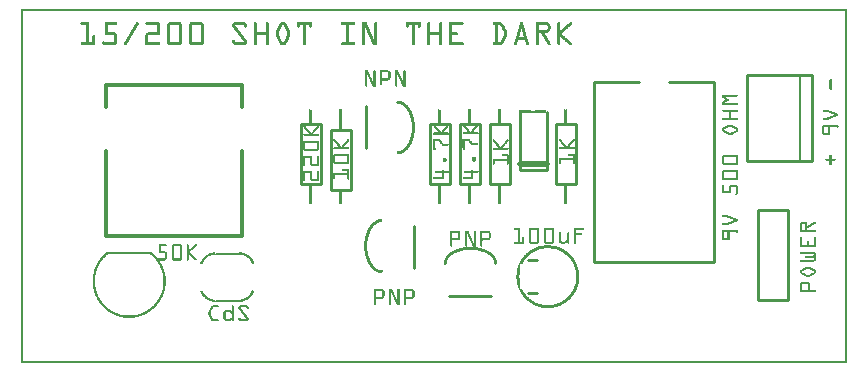
<source format=gto>
G04 MADE WITH FRITZING*
G04 WWW.FRITZING.ORG*
G04 DOUBLE SIDED*
G04 HOLES PLATED*
G04 CONTOUR ON CENTER OF CONTOUR VECTOR*
%ASAXBY*%
%FSLAX23Y23*%
%MOIN*%
%OFA0B0*%
%SFA1.0B1.0*%
%ADD10C,0.010000*%
%ADD11C,0.008000*%
%ADD12C,0.020000*%
%ADD13C,0.005000*%
%ADD14C,0.012500*%
%ADD15C,0.011000*%
%ADD16C,0.007874*%
%ADD17R,0.001000X0.001000*%
%LNSILK1*%
G90*
G70*
G54D10*
X1785Y597D02*
X1785Y797D01*
D02*
X1785Y797D02*
X1851Y797D01*
D02*
X1851Y797D02*
X1851Y597D01*
D02*
X1851Y597D02*
X1785Y597D01*
D02*
X1910Y937D02*
X1910Y337D01*
D02*
X1910Y337D02*
X2310Y337D01*
D02*
X2310Y337D02*
X2310Y937D01*
D02*
X1910Y937D02*
X2060Y937D01*
D02*
X2160Y937D02*
X2310Y937D01*
D02*
X1564Y598D02*
X1564Y798D01*
D02*
X1564Y798D02*
X1630Y798D01*
D02*
X1630Y798D02*
X1630Y598D01*
D02*
X1630Y598D02*
X1564Y598D01*
G54D11*
D02*
X650Y365D02*
X728Y365D01*
D02*
X728Y208D02*
X650Y208D01*
G54D10*
D02*
X1465Y598D02*
X1465Y798D01*
D02*
X1465Y798D02*
X1531Y798D01*
D02*
X1531Y798D02*
X1531Y598D01*
D02*
X1531Y598D02*
X1465Y598D01*
D02*
X1365Y597D02*
X1365Y797D01*
D02*
X1365Y797D02*
X1431Y797D01*
D02*
X1431Y797D02*
X1431Y597D01*
D02*
X1431Y597D02*
X1365Y597D01*
D02*
X1100Y779D02*
X1100Y579D01*
D02*
X1100Y579D02*
X1034Y579D01*
D02*
X1034Y579D02*
X1034Y779D01*
D02*
X1034Y779D02*
X1100Y779D01*
D02*
X934Y597D02*
X934Y797D01*
D02*
X934Y797D02*
X1000Y797D01*
D02*
X1000Y797D02*
X1000Y597D01*
D02*
X1000Y597D02*
X934Y597D01*
D02*
X1663Y644D02*
X1663Y839D01*
D02*
X1753Y839D02*
X1753Y644D01*
D02*
X1753Y644D02*
X1663Y644D01*
G54D12*
D02*
X1753Y664D02*
X1663Y664D01*
G54D10*
D02*
X2420Y961D02*
X2420Y675D01*
D02*
X2420Y675D02*
X2636Y675D01*
D02*
X2636Y675D02*
X2636Y961D01*
D02*
X2636Y961D02*
X2420Y961D01*
G54D13*
D02*
X2596Y675D02*
X2596Y961D01*
G54D10*
D02*
X1150Y718D02*
X1150Y858D01*
D02*
X1310Y458D02*
X1310Y318D01*
D02*
X1568Y224D02*
X1428Y224D01*
D02*
X2457Y511D02*
X2457Y211D01*
D02*
X2457Y211D02*
X2557Y211D01*
D02*
X2557Y211D02*
X2557Y511D01*
D02*
X2557Y511D02*
X2457Y511D01*
G54D14*
X284Y855D02*
X284Y928D01*
X737Y928D01*
X737Y855D01*
D02*
X737Y708D02*
X737Y425D01*
X284Y425D01*
X284Y708D01*
D02*
G54D15*
X1692Y344D02*
X1722Y344D01*
D02*
X1692Y234D02*
X1722Y234D01*
D02*
G54D16*
X432Y368D02*
X291Y368D01*
D02*
G54D17*
X0Y1181D02*
X2754Y1181D01*
X0Y1180D02*
X2754Y1180D01*
X0Y1179D02*
X2754Y1179D01*
X0Y1178D02*
X2754Y1178D01*
X0Y1177D02*
X2754Y1177D01*
X0Y1176D02*
X2754Y1176D01*
X0Y1175D02*
X2754Y1175D01*
X0Y1174D02*
X2754Y1174D01*
X0Y1173D02*
X7Y1173D01*
X2747Y1173D02*
X2754Y1173D01*
X0Y1172D02*
X7Y1172D01*
X2747Y1172D02*
X2754Y1172D01*
X0Y1171D02*
X7Y1171D01*
X2747Y1171D02*
X2754Y1171D01*
X0Y1170D02*
X7Y1170D01*
X2747Y1170D02*
X2754Y1170D01*
X0Y1169D02*
X7Y1169D01*
X2747Y1169D02*
X2754Y1169D01*
X0Y1168D02*
X7Y1168D01*
X2747Y1168D02*
X2754Y1168D01*
X0Y1167D02*
X7Y1167D01*
X2747Y1167D02*
X2754Y1167D01*
X0Y1166D02*
X7Y1166D01*
X2747Y1166D02*
X2754Y1166D01*
X0Y1165D02*
X7Y1165D01*
X2747Y1165D02*
X2754Y1165D01*
X0Y1164D02*
X7Y1164D01*
X2747Y1164D02*
X2754Y1164D01*
X0Y1163D02*
X7Y1163D01*
X2747Y1163D02*
X2754Y1163D01*
X0Y1162D02*
X7Y1162D01*
X2747Y1162D02*
X2754Y1162D01*
X0Y1161D02*
X7Y1161D01*
X2747Y1161D02*
X2754Y1161D01*
X0Y1160D02*
X7Y1160D01*
X2747Y1160D02*
X2754Y1160D01*
X0Y1159D02*
X7Y1159D01*
X2747Y1159D02*
X2754Y1159D01*
X0Y1158D02*
X7Y1158D01*
X2747Y1158D02*
X2754Y1158D01*
X0Y1157D02*
X7Y1157D01*
X2747Y1157D02*
X2754Y1157D01*
X0Y1156D02*
X7Y1156D01*
X2747Y1156D02*
X2754Y1156D01*
X0Y1155D02*
X7Y1155D01*
X2747Y1155D02*
X2754Y1155D01*
X0Y1154D02*
X7Y1154D01*
X2747Y1154D02*
X2754Y1154D01*
X0Y1153D02*
X7Y1153D01*
X2747Y1153D02*
X2754Y1153D01*
X0Y1152D02*
X7Y1152D01*
X2747Y1152D02*
X2754Y1152D01*
X0Y1151D02*
X7Y1151D01*
X2747Y1151D02*
X2754Y1151D01*
X0Y1150D02*
X7Y1150D01*
X2747Y1150D02*
X2754Y1150D01*
X0Y1149D02*
X7Y1149D01*
X2747Y1149D02*
X2754Y1149D01*
X0Y1148D02*
X7Y1148D01*
X2747Y1148D02*
X2754Y1148D01*
X0Y1147D02*
X7Y1147D01*
X2747Y1147D02*
X2754Y1147D01*
X0Y1146D02*
X7Y1146D01*
X2747Y1146D02*
X2754Y1146D01*
X0Y1145D02*
X7Y1145D01*
X2747Y1145D02*
X2754Y1145D01*
X0Y1144D02*
X7Y1144D01*
X2747Y1144D02*
X2754Y1144D01*
X0Y1143D02*
X7Y1143D01*
X2747Y1143D02*
X2754Y1143D01*
X0Y1142D02*
X7Y1142D01*
X2747Y1142D02*
X2754Y1142D01*
X0Y1141D02*
X7Y1141D01*
X2747Y1141D02*
X2754Y1141D01*
X0Y1140D02*
X7Y1140D01*
X2747Y1140D02*
X2754Y1140D01*
X0Y1139D02*
X7Y1139D01*
X2747Y1139D02*
X2754Y1139D01*
X0Y1138D02*
X7Y1138D01*
X2747Y1138D02*
X2754Y1138D01*
X0Y1137D02*
X7Y1137D01*
X203Y1137D02*
X228Y1137D01*
X282Y1137D02*
X317Y1137D01*
X387Y1137D02*
X389Y1137D01*
X420Y1137D02*
X457Y1137D01*
X496Y1137D02*
X529Y1137D01*
X568Y1137D02*
X602Y1137D01*
X714Y1137D02*
X743Y1137D01*
X781Y1137D02*
X783Y1137D01*
X821Y1137D02*
X823Y1137D01*
X872Y1137D02*
X876Y1137D01*
X922Y1137D02*
X971Y1137D01*
X1070Y1137D02*
X1112Y1137D01*
X1139Y1137D02*
X1151Y1137D01*
X1182Y1137D02*
X1184Y1137D01*
X1283Y1137D02*
X1332Y1137D01*
X1359Y1137D02*
X1361Y1137D01*
X1399Y1137D02*
X1401Y1137D01*
X1428Y1137D02*
X1473Y1137D01*
X1576Y1137D02*
X1598Y1137D01*
X1668Y1137D02*
X1670Y1137D01*
X1717Y1137D02*
X1753Y1137D01*
X1793Y1137D02*
X1795Y1137D01*
X1832Y1137D02*
X1834Y1137D01*
X2747Y1137D02*
X2754Y1137D01*
X0Y1136D02*
X7Y1136D01*
X201Y1136D02*
X228Y1136D01*
X281Y1136D02*
X319Y1136D01*
X385Y1136D02*
X391Y1136D01*
X418Y1136D02*
X460Y1136D01*
X494Y1136D02*
X532Y1136D01*
X566Y1136D02*
X604Y1136D01*
X711Y1136D02*
X746Y1136D01*
X779Y1136D02*
X785Y1136D01*
X819Y1136D02*
X824Y1136D01*
X869Y1136D02*
X879Y1136D01*
X922Y1136D02*
X971Y1136D01*
X1068Y1136D02*
X1114Y1136D01*
X1139Y1136D02*
X1152Y1136D01*
X1180Y1136D02*
X1186Y1136D01*
X1283Y1136D02*
X1332Y1136D01*
X1357Y1136D02*
X1363Y1136D01*
X1397Y1136D02*
X1403Y1136D01*
X1428Y1136D02*
X1475Y1136D01*
X1574Y1136D02*
X1601Y1136D01*
X1666Y1136D02*
X1672Y1136D01*
X1717Y1136D02*
X1757Y1136D01*
X1791Y1136D02*
X1797Y1136D01*
X1831Y1136D02*
X1836Y1136D01*
X2747Y1136D02*
X2754Y1136D01*
X0Y1135D02*
X7Y1135D01*
X200Y1135D02*
X228Y1135D01*
X281Y1135D02*
X319Y1135D01*
X384Y1135D02*
X392Y1135D01*
X417Y1135D02*
X461Y1135D01*
X492Y1135D02*
X533Y1135D01*
X564Y1135D02*
X606Y1135D01*
X710Y1135D02*
X748Y1135D01*
X778Y1135D02*
X786Y1135D01*
X818Y1135D02*
X825Y1135D01*
X867Y1135D02*
X881Y1135D01*
X922Y1135D02*
X971Y1135D01*
X1067Y1135D02*
X1114Y1135D01*
X1139Y1135D02*
X1152Y1135D01*
X1179Y1135D02*
X1187Y1135D01*
X1283Y1135D02*
X1332Y1135D01*
X1357Y1135D02*
X1364Y1135D01*
X1396Y1135D02*
X1403Y1135D01*
X1428Y1135D02*
X1476Y1135D01*
X1573Y1135D02*
X1603Y1135D01*
X1665Y1135D02*
X1673Y1135D01*
X1717Y1135D02*
X1758Y1135D01*
X1790Y1135D02*
X1797Y1135D01*
X1829Y1135D02*
X1837Y1135D01*
X2747Y1135D02*
X2754Y1135D01*
X0Y1134D02*
X7Y1134D01*
X200Y1134D02*
X228Y1134D01*
X281Y1134D02*
X320Y1134D01*
X384Y1134D02*
X392Y1134D01*
X416Y1134D02*
X462Y1134D01*
X491Y1134D02*
X534Y1134D01*
X563Y1134D02*
X607Y1134D01*
X709Y1134D02*
X749Y1134D01*
X778Y1134D02*
X786Y1134D01*
X817Y1134D02*
X826Y1134D01*
X866Y1134D02*
X882Y1134D01*
X922Y1134D02*
X971Y1134D01*
X1067Y1134D02*
X1115Y1134D01*
X1139Y1134D02*
X1153Y1134D01*
X1179Y1134D02*
X1187Y1134D01*
X1283Y1134D02*
X1332Y1134D01*
X1356Y1134D02*
X1364Y1134D01*
X1396Y1134D02*
X1404Y1134D01*
X1428Y1134D02*
X1476Y1134D01*
X1573Y1134D02*
X1604Y1134D01*
X1665Y1134D02*
X1673Y1134D01*
X1717Y1134D02*
X1760Y1134D01*
X1790Y1134D02*
X1798Y1134D01*
X1828Y1134D02*
X1838Y1134D01*
X2747Y1134D02*
X2754Y1134D01*
X0Y1133D02*
X7Y1133D01*
X199Y1133D02*
X228Y1133D01*
X281Y1133D02*
X320Y1133D01*
X383Y1133D02*
X392Y1133D01*
X416Y1133D02*
X463Y1133D01*
X490Y1133D02*
X535Y1133D01*
X563Y1133D02*
X607Y1133D01*
X708Y1133D02*
X750Y1133D01*
X778Y1133D02*
X786Y1133D01*
X817Y1133D02*
X826Y1133D01*
X865Y1133D02*
X883Y1133D01*
X922Y1133D02*
X971Y1133D01*
X1067Y1133D02*
X1115Y1133D01*
X1139Y1133D02*
X1153Y1133D01*
X1179Y1133D02*
X1187Y1133D01*
X1283Y1133D02*
X1332Y1133D01*
X1356Y1133D02*
X1365Y1133D01*
X1395Y1133D02*
X1404Y1133D01*
X1428Y1133D02*
X1477Y1133D01*
X1573Y1133D02*
X1605Y1133D01*
X1665Y1133D02*
X1674Y1133D01*
X1717Y1133D02*
X1761Y1133D01*
X1789Y1133D02*
X1798Y1133D01*
X1827Y1133D02*
X1838Y1133D01*
X2747Y1133D02*
X2754Y1133D01*
X0Y1132D02*
X7Y1132D01*
X199Y1132D02*
X228Y1132D01*
X281Y1132D02*
X320Y1132D01*
X382Y1132D02*
X393Y1132D01*
X416Y1132D02*
X464Y1132D01*
X490Y1132D02*
X536Y1132D01*
X562Y1132D02*
X608Y1132D01*
X707Y1132D02*
X751Y1132D01*
X777Y1132D02*
X787Y1132D01*
X817Y1132D02*
X826Y1132D01*
X864Y1132D02*
X884Y1132D01*
X922Y1132D02*
X971Y1132D01*
X1067Y1132D02*
X1115Y1132D01*
X1139Y1132D02*
X1153Y1132D01*
X1179Y1132D02*
X1188Y1132D01*
X1283Y1132D02*
X1332Y1132D01*
X1356Y1132D02*
X1365Y1132D01*
X1395Y1132D02*
X1404Y1132D01*
X1428Y1132D02*
X1477Y1132D01*
X1573Y1132D02*
X1606Y1132D01*
X1664Y1132D02*
X1674Y1132D01*
X1717Y1132D02*
X1762Y1132D01*
X1789Y1132D02*
X1798Y1132D01*
X1826Y1132D02*
X1838Y1132D01*
X2747Y1132D02*
X2754Y1132D01*
X0Y1131D02*
X7Y1131D01*
X199Y1131D02*
X228Y1131D01*
X281Y1131D02*
X320Y1131D01*
X382Y1131D02*
X392Y1131D01*
X416Y1131D02*
X464Y1131D01*
X489Y1131D02*
X536Y1131D01*
X561Y1131D02*
X609Y1131D01*
X706Y1131D02*
X752Y1131D01*
X777Y1131D02*
X787Y1131D01*
X817Y1131D02*
X826Y1131D01*
X863Y1131D02*
X885Y1131D01*
X922Y1131D02*
X971Y1131D01*
X1067Y1131D02*
X1115Y1131D01*
X1139Y1131D02*
X1154Y1131D01*
X1179Y1131D02*
X1188Y1131D01*
X1283Y1131D02*
X1332Y1131D01*
X1356Y1131D02*
X1365Y1131D01*
X1395Y1131D02*
X1404Y1131D01*
X1428Y1131D02*
X1476Y1131D01*
X1573Y1131D02*
X1607Y1131D01*
X1664Y1131D02*
X1674Y1131D01*
X1717Y1131D02*
X1763Y1131D01*
X1789Y1131D02*
X1798Y1131D01*
X1825Y1131D02*
X1838Y1131D01*
X2747Y1131D02*
X2754Y1131D01*
X0Y1130D02*
X7Y1130D01*
X200Y1130D02*
X228Y1130D01*
X281Y1130D02*
X320Y1130D01*
X381Y1130D02*
X392Y1130D01*
X417Y1130D02*
X464Y1130D01*
X489Y1130D02*
X537Y1130D01*
X561Y1130D02*
X609Y1130D01*
X706Y1130D02*
X752Y1130D01*
X777Y1130D02*
X787Y1130D01*
X817Y1130D02*
X826Y1130D01*
X863Y1130D02*
X885Y1130D01*
X922Y1130D02*
X971Y1130D01*
X1067Y1130D02*
X1115Y1130D01*
X1139Y1130D02*
X1154Y1130D01*
X1179Y1130D02*
X1188Y1130D01*
X1283Y1130D02*
X1332Y1130D01*
X1356Y1130D02*
X1365Y1130D01*
X1395Y1130D02*
X1404Y1130D01*
X1428Y1130D02*
X1476Y1130D01*
X1573Y1130D02*
X1608Y1130D01*
X1664Y1130D02*
X1674Y1130D01*
X1717Y1130D02*
X1763Y1130D01*
X1789Y1130D02*
X1798Y1130D01*
X1824Y1130D02*
X1838Y1130D01*
X2747Y1130D02*
X2754Y1130D01*
X0Y1129D02*
X7Y1129D01*
X201Y1129D02*
X228Y1129D01*
X281Y1129D02*
X319Y1129D01*
X381Y1129D02*
X392Y1129D01*
X417Y1129D02*
X465Y1129D01*
X489Y1129D02*
X537Y1129D01*
X561Y1129D02*
X609Y1129D01*
X706Y1129D02*
X753Y1129D01*
X777Y1129D02*
X787Y1129D01*
X817Y1129D02*
X826Y1129D01*
X862Y1129D02*
X886Y1129D01*
X922Y1129D02*
X971Y1129D01*
X1068Y1129D02*
X1114Y1129D01*
X1139Y1129D02*
X1155Y1129D01*
X1179Y1129D02*
X1188Y1129D01*
X1283Y1129D02*
X1332Y1129D01*
X1356Y1129D02*
X1365Y1129D01*
X1395Y1129D02*
X1404Y1129D01*
X1428Y1129D02*
X1475Y1129D01*
X1574Y1129D02*
X1608Y1129D01*
X1663Y1129D02*
X1675Y1129D01*
X1717Y1129D02*
X1764Y1129D01*
X1789Y1129D02*
X1798Y1129D01*
X1822Y1129D02*
X1837Y1129D01*
X2747Y1129D02*
X2754Y1129D01*
X0Y1128D02*
X7Y1128D01*
X202Y1128D02*
X228Y1128D01*
X281Y1128D02*
X318Y1128D01*
X380Y1128D02*
X391Y1128D01*
X419Y1128D02*
X465Y1128D01*
X488Y1128D02*
X537Y1128D01*
X561Y1128D02*
X609Y1128D01*
X705Y1128D02*
X753Y1128D01*
X777Y1128D02*
X787Y1128D01*
X817Y1128D02*
X826Y1128D01*
X862Y1128D02*
X886Y1128D01*
X922Y1128D02*
X971Y1128D01*
X1069Y1128D02*
X1113Y1128D01*
X1139Y1128D02*
X1155Y1128D01*
X1179Y1128D02*
X1188Y1128D01*
X1283Y1128D02*
X1332Y1128D01*
X1356Y1128D02*
X1365Y1128D01*
X1395Y1128D02*
X1404Y1128D01*
X1428Y1128D02*
X1474Y1128D01*
X1575Y1128D02*
X1609Y1128D01*
X1663Y1128D02*
X1675Y1128D01*
X1717Y1128D02*
X1765Y1128D01*
X1789Y1128D02*
X1798Y1128D01*
X1821Y1128D02*
X1836Y1128D01*
X2747Y1128D02*
X2754Y1128D01*
X0Y1127D02*
X7Y1127D01*
X219Y1127D02*
X228Y1127D01*
X281Y1127D02*
X291Y1127D01*
X380Y1127D02*
X390Y1127D01*
X456Y1127D02*
X465Y1127D01*
X488Y1127D02*
X498Y1127D01*
X528Y1127D02*
X537Y1127D01*
X561Y1127D02*
X570Y1127D01*
X600Y1127D02*
X609Y1127D01*
X705Y1127D02*
X715Y1127D01*
X742Y1127D02*
X754Y1127D01*
X777Y1127D02*
X787Y1127D01*
X817Y1127D02*
X826Y1127D01*
X861Y1127D02*
X873Y1127D01*
X876Y1127D02*
X887Y1127D01*
X922Y1127D02*
X931Y1127D01*
X942Y1127D02*
X951Y1127D01*
X961Y1127D02*
X971Y1127D01*
X1086Y1127D02*
X1096Y1127D01*
X1139Y1127D02*
X1156Y1127D01*
X1179Y1127D02*
X1188Y1127D01*
X1283Y1127D02*
X1293Y1127D01*
X1303Y1127D02*
X1312Y1127D01*
X1323Y1127D02*
X1332Y1127D01*
X1356Y1127D02*
X1365Y1127D01*
X1395Y1127D02*
X1404Y1127D01*
X1428Y1127D02*
X1437Y1127D01*
X1582Y1127D02*
X1592Y1127D01*
X1597Y1127D02*
X1609Y1127D01*
X1663Y1127D02*
X1675Y1127D01*
X1717Y1127D02*
X1726Y1127D01*
X1753Y1127D02*
X1765Y1127D01*
X1789Y1127D02*
X1798Y1127D01*
X1820Y1127D02*
X1835Y1127D01*
X2747Y1127D02*
X2754Y1127D01*
X0Y1126D02*
X7Y1126D01*
X219Y1126D02*
X228Y1126D01*
X281Y1126D02*
X291Y1126D01*
X379Y1126D02*
X390Y1126D01*
X456Y1126D02*
X465Y1126D01*
X488Y1126D02*
X497Y1126D01*
X528Y1126D02*
X537Y1126D01*
X561Y1126D02*
X570Y1126D01*
X600Y1126D02*
X609Y1126D01*
X705Y1126D02*
X714Y1126D01*
X744Y1126D02*
X754Y1126D01*
X777Y1126D02*
X787Y1126D01*
X817Y1126D02*
X826Y1126D01*
X861Y1126D02*
X871Y1126D01*
X877Y1126D02*
X887Y1126D01*
X922Y1126D02*
X931Y1126D01*
X942Y1126D02*
X951Y1126D01*
X962Y1126D02*
X971Y1126D01*
X1086Y1126D02*
X1095Y1126D01*
X1139Y1126D02*
X1156Y1126D01*
X1179Y1126D02*
X1188Y1126D01*
X1283Y1126D02*
X1292Y1126D01*
X1303Y1126D02*
X1312Y1126D01*
X1323Y1126D02*
X1332Y1126D01*
X1356Y1126D02*
X1365Y1126D01*
X1395Y1126D02*
X1404Y1126D01*
X1428Y1126D02*
X1437Y1126D01*
X1582Y1126D02*
X1591Y1126D01*
X1599Y1126D02*
X1610Y1126D01*
X1662Y1126D02*
X1676Y1126D01*
X1717Y1126D02*
X1726Y1126D01*
X1755Y1126D02*
X1765Y1126D01*
X1789Y1126D02*
X1798Y1126D01*
X1819Y1126D02*
X1833Y1126D01*
X2747Y1126D02*
X2754Y1126D01*
X0Y1125D02*
X7Y1125D01*
X219Y1125D02*
X228Y1125D01*
X281Y1125D02*
X291Y1125D01*
X378Y1125D02*
X389Y1125D01*
X456Y1125D02*
X465Y1125D01*
X488Y1125D02*
X497Y1125D01*
X528Y1125D02*
X537Y1125D01*
X561Y1125D02*
X570Y1125D01*
X600Y1125D02*
X609Y1125D01*
X705Y1125D02*
X715Y1125D01*
X745Y1125D02*
X754Y1125D01*
X777Y1125D02*
X787Y1125D01*
X817Y1125D02*
X826Y1125D01*
X860Y1125D02*
X871Y1125D01*
X877Y1125D02*
X888Y1125D01*
X922Y1125D02*
X931Y1125D01*
X942Y1125D02*
X951Y1125D01*
X962Y1125D02*
X971Y1125D01*
X1086Y1125D02*
X1095Y1125D01*
X1139Y1125D02*
X1156Y1125D01*
X1179Y1125D02*
X1188Y1125D01*
X1283Y1125D02*
X1292Y1125D01*
X1303Y1125D02*
X1312Y1125D01*
X1323Y1125D02*
X1332Y1125D01*
X1356Y1125D02*
X1365Y1125D01*
X1395Y1125D02*
X1404Y1125D01*
X1428Y1125D02*
X1437Y1125D01*
X1582Y1125D02*
X1591Y1125D01*
X1600Y1125D02*
X1611Y1125D01*
X1662Y1125D02*
X1676Y1125D01*
X1717Y1125D02*
X1726Y1125D01*
X1756Y1125D02*
X1766Y1125D01*
X1789Y1125D02*
X1798Y1125D01*
X1818Y1125D02*
X1832Y1125D01*
X2747Y1125D02*
X2754Y1125D01*
X0Y1124D02*
X7Y1124D01*
X219Y1124D02*
X228Y1124D01*
X281Y1124D02*
X291Y1124D01*
X378Y1124D02*
X389Y1124D01*
X456Y1124D02*
X465Y1124D01*
X488Y1124D02*
X497Y1124D01*
X528Y1124D02*
X537Y1124D01*
X561Y1124D02*
X570Y1124D01*
X600Y1124D02*
X609Y1124D01*
X705Y1124D02*
X715Y1124D01*
X745Y1124D02*
X754Y1124D01*
X777Y1124D02*
X787Y1124D01*
X817Y1124D02*
X826Y1124D01*
X860Y1124D02*
X870Y1124D01*
X878Y1124D02*
X888Y1124D01*
X922Y1124D02*
X931Y1124D01*
X942Y1124D02*
X951Y1124D01*
X962Y1124D02*
X971Y1124D01*
X1086Y1124D02*
X1095Y1124D01*
X1139Y1124D02*
X1157Y1124D01*
X1179Y1124D02*
X1188Y1124D01*
X1283Y1124D02*
X1292Y1124D01*
X1303Y1124D02*
X1312Y1124D01*
X1323Y1124D02*
X1332Y1124D01*
X1356Y1124D02*
X1365Y1124D01*
X1395Y1124D02*
X1404Y1124D01*
X1428Y1124D02*
X1437Y1124D01*
X1582Y1124D02*
X1591Y1124D01*
X1601Y1124D02*
X1611Y1124D01*
X1662Y1124D02*
X1676Y1124D01*
X1717Y1124D02*
X1726Y1124D01*
X1756Y1124D02*
X1766Y1124D01*
X1789Y1124D02*
X1798Y1124D01*
X1817Y1124D02*
X1831Y1124D01*
X2747Y1124D02*
X2754Y1124D01*
X0Y1123D02*
X7Y1123D01*
X219Y1123D02*
X228Y1123D01*
X281Y1123D02*
X291Y1123D01*
X377Y1123D02*
X388Y1123D01*
X456Y1123D02*
X465Y1123D01*
X488Y1123D02*
X497Y1123D01*
X528Y1123D02*
X537Y1123D01*
X561Y1123D02*
X570Y1123D01*
X600Y1123D02*
X609Y1123D01*
X706Y1123D02*
X716Y1123D01*
X745Y1123D02*
X754Y1123D01*
X777Y1123D02*
X787Y1123D01*
X817Y1123D02*
X826Y1123D01*
X859Y1123D02*
X870Y1123D01*
X878Y1123D02*
X889Y1123D01*
X922Y1123D02*
X931Y1123D01*
X942Y1123D02*
X951Y1123D01*
X962Y1123D02*
X971Y1123D01*
X1086Y1123D02*
X1095Y1123D01*
X1139Y1123D02*
X1157Y1123D01*
X1179Y1123D02*
X1188Y1123D01*
X1284Y1123D02*
X1292Y1123D01*
X1303Y1123D02*
X1312Y1123D01*
X1323Y1123D02*
X1332Y1123D01*
X1356Y1123D02*
X1365Y1123D01*
X1395Y1123D02*
X1404Y1123D01*
X1428Y1123D02*
X1437Y1123D01*
X1582Y1123D02*
X1591Y1123D01*
X1601Y1123D02*
X1612Y1123D01*
X1662Y1123D02*
X1677Y1123D01*
X1717Y1123D02*
X1726Y1123D01*
X1757Y1123D02*
X1766Y1123D01*
X1789Y1123D02*
X1798Y1123D01*
X1815Y1123D02*
X1830Y1123D01*
X2747Y1123D02*
X2754Y1123D01*
X0Y1122D02*
X7Y1122D01*
X219Y1122D02*
X228Y1122D01*
X281Y1122D02*
X291Y1122D01*
X377Y1122D02*
X387Y1122D01*
X456Y1122D02*
X465Y1122D01*
X488Y1122D02*
X497Y1122D01*
X528Y1122D02*
X537Y1122D01*
X561Y1122D02*
X570Y1122D01*
X600Y1122D02*
X609Y1122D01*
X706Y1122D02*
X717Y1122D01*
X745Y1122D02*
X754Y1122D01*
X777Y1122D02*
X787Y1122D01*
X817Y1122D02*
X826Y1122D01*
X859Y1122D02*
X869Y1122D01*
X879Y1122D02*
X889Y1122D01*
X922Y1122D02*
X931Y1122D01*
X942Y1122D02*
X951Y1122D01*
X962Y1122D02*
X970Y1122D01*
X1086Y1122D02*
X1095Y1122D01*
X1139Y1122D02*
X1158Y1122D01*
X1179Y1122D02*
X1188Y1122D01*
X1284Y1122D02*
X1292Y1122D01*
X1303Y1122D02*
X1312Y1122D01*
X1323Y1122D02*
X1332Y1122D01*
X1356Y1122D02*
X1365Y1122D01*
X1395Y1122D02*
X1404Y1122D01*
X1428Y1122D02*
X1437Y1122D01*
X1582Y1122D02*
X1591Y1122D01*
X1602Y1122D02*
X1612Y1122D01*
X1661Y1122D02*
X1677Y1122D01*
X1717Y1122D02*
X1726Y1122D01*
X1757Y1122D02*
X1766Y1122D01*
X1789Y1122D02*
X1798Y1122D01*
X1814Y1122D02*
X1829Y1122D01*
X2747Y1122D02*
X2754Y1122D01*
X0Y1121D02*
X7Y1121D01*
X219Y1121D02*
X228Y1121D01*
X281Y1121D02*
X291Y1121D01*
X376Y1121D02*
X387Y1121D01*
X456Y1121D02*
X465Y1121D01*
X488Y1121D02*
X497Y1121D01*
X528Y1121D02*
X537Y1121D01*
X561Y1121D02*
X570Y1121D01*
X600Y1121D02*
X609Y1121D01*
X706Y1121D02*
X718Y1121D01*
X746Y1121D02*
X753Y1121D01*
X777Y1121D02*
X787Y1121D01*
X817Y1121D02*
X826Y1121D01*
X858Y1121D02*
X869Y1121D01*
X879Y1121D02*
X890Y1121D01*
X923Y1121D02*
X930Y1121D01*
X942Y1121D02*
X951Y1121D01*
X963Y1121D02*
X970Y1121D01*
X1086Y1121D02*
X1095Y1121D01*
X1139Y1121D02*
X1158Y1121D01*
X1179Y1121D02*
X1188Y1121D01*
X1284Y1121D02*
X1292Y1121D01*
X1303Y1121D02*
X1312Y1121D01*
X1324Y1121D02*
X1331Y1121D01*
X1356Y1121D02*
X1365Y1121D01*
X1395Y1121D02*
X1404Y1121D01*
X1428Y1121D02*
X1437Y1121D01*
X1582Y1121D02*
X1591Y1121D01*
X1602Y1121D02*
X1613Y1121D01*
X1661Y1121D02*
X1677Y1121D01*
X1717Y1121D02*
X1726Y1121D01*
X1757Y1121D02*
X1766Y1121D01*
X1789Y1121D02*
X1798Y1121D01*
X1813Y1121D02*
X1828Y1121D01*
X2747Y1121D02*
X2754Y1121D01*
X0Y1120D02*
X7Y1120D01*
X219Y1120D02*
X228Y1120D01*
X281Y1120D02*
X291Y1120D01*
X375Y1120D02*
X386Y1120D01*
X456Y1120D02*
X465Y1120D01*
X488Y1120D02*
X497Y1120D01*
X528Y1120D02*
X537Y1120D01*
X561Y1120D02*
X570Y1120D01*
X600Y1120D02*
X609Y1120D01*
X707Y1120D02*
X719Y1120D01*
X747Y1120D02*
X752Y1120D01*
X777Y1120D02*
X787Y1120D01*
X817Y1120D02*
X826Y1120D01*
X858Y1120D02*
X868Y1120D01*
X880Y1120D02*
X890Y1120D01*
X924Y1120D02*
X929Y1120D01*
X942Y1120D02*
X951Y1120D01*
X963Y1120D02*
X969Y1120D01*
X1086Y1120D02*
X1095Y1120D01*
X1139Y1120D02*
X1159Y1120D01*
X1179Y1120D02*
X1188Y1120D01*
X1285Y1120D02*
X1291Y1120D01*
X1303Y1120D02*
X1312Y1120D01*
X1325Y1120D02*
X1330Y1120D01*
X1356Y1120D02*
X1365Y1120D01*
X1395Y1120D02*
X1404Y1120D01*
X1428Y1120D02*
X1437Y1120D01*
X1582Y1120D02*
X1591Y1120D01*
X1603Y1120D02*
X1613Y1120D01*
X1661Y1120D02*
X1677Y1120D01*
X1717Y1120D02*
X1726Y1120D01*
X1757Y1120D02*
X1766Y1120D01*
X1789Y1120D02*
X1798Y1120D01*
X1812Y1120D02*
X1826Y1120D01*
X2747Y1120D02*
X2754Y1120D01*
X0Y1119D02*
X7Y1119D01*
X219Y1119D02*
X228Y1119D01*
X281Y1119D02*
X291Y1119D01*
X375Y1119D02*
X386Y1119D01*
X456Y1119D02*
X465Y1119D01*
X488Y1119D02*
X497Y1119D01*
X528Y1119D02*
X537Y1119D01*
X561Y1119D02*
X570Y1119D01*
X600Y1119D02*
X609Y1119D01*
X707Y1119D02*
X719Y1119D01*
X748Y1119D02*
X750Y1119D01*
X777Y1119D02*
X787Y1119D01*
X817Y1119D02*
X826Y1119D01*
X857Y1119D02*
X868Y1119D01*
X880Y1119D02*
X891Y1119D01*
X925Y1119D02*
X928Y1119D01*
X942Y1119D02*
X951Y1119D01*
X965Y1119D02*
X967Y1119D01*
X1086Y1119D02*
X1095Y1119D01*
X1139Y1119D02*
X1159Y1119D01*
X1179Y1119D02*
X1188Y1119D01*
X1287Y1119D02*
X1289Y1119D01*
X1303Y1119D02*
X1312Y1119D01*
X1326Y1119D02*
X1329Y1119D01*
X1356Y1119D02*
X1365Y1119D01*
X1395Y1119D02*
X1404Y1119D01*
X1428Y1119D02*
X1437Y1119D01*
X1582Y1119D02*
X1591Y1119D01*
X1603Y1119D02*
X1614Y1119D01*
X1660Y1119D02*
X1678Y1119D01*
X1717Y1119D02*
X1726Y1119D01*
X1757Y1119D02*
X1766Y1119D01*
X1789Y1119D02*
X1798Y1119D01*
X1811Y1119D02*
X1825Y1119D01*
X2747Y1119D02*
X2754Y1119D01*
X0Y1118D02*
X7Y1118D01*
X219Y1118D02*
X228Y1118D01*
X281Y1118D02*
X291Y1118D01*
X374Y1118D02*
X385Y1118D01*
X456Y1118D02*
X465Y1118D01*
X488Y1118D02*
X497Y1118D01*
X528Y1118D02*
X537Y1118D01*
X561Y1118D02*
X570Y1118D01*
X600Y1118D02*
X609Y1118D01*
X708Y1118D02*
X720Y1118D01*
X777Y1118D02*
X787Y1118D01*
X817Y1118D02*
X826Y1118D01*
X857Y1118D02*
X867Y1118D01*
X881Y1118D02*
X891Y1118D01*
X942Y1118D02*
X951Y1118D01*
X1086Y1118D02*
X1095Y1118D01*
X1139Y1118D02*
X1160Y1118D01*
X1179Y1118D02*
X1188Y1118D01*
X1303Y1118D02*
X1312Y1118D01*
X1356Y1118D02*
X1365Y1118D01*
X1395Y1118D02*
X1404Y1118D01*
X1428Y1118D02*
X1437Y1118D01*
X1582Y1118D02*
X1591Y1118D01*
X1604Y1118D02*
X1614Y1118D01*
X1660Y1118D02*
X1678Y1118D01*
X1717Y1118D02*
X1726Y1118D01*
X1757Y1118D02*
X1766Y1118D01*
X1789Y1118D02*
X1798Y1118D01*
X1810Y1118D02*
X1824Y1118D01*
X2747Y1118D02*
X2754Y1118D01*
X0Y1117D02*
X7Y1117D01*
X219Y1117D02*
X228Y1117D01*
X281Y1117D02*
X291Y1117D01*
X374Y1117D02*
X384Y1117D01*
X456Y1117D02*
X465Y1117D01*
X488Y1117D02*
X497Y1117D01*
X528Y1117D02*
X537Y1117D01*
X561Y1117D02*
X570Y1117D01*
X600Y1117D02*
X609Y1117D01*
X709Y1117D02*
X721Y1117D01*
X777Y1117D02*
X787Y1117D01*
X817Y1117D02*
X826Y1117D01*
X856Y1117D02*
X867Y1117D01*
X881Y1117D02*
X892Y1117D01*
X942Y1117D02*
X951Y1117D01*
X1086Y1117D02*
X1095Y1117D01*
X1139Y1117D02*
X1148Y1117D01*
X1150Y1117D02*
X1160Y1117D01*
X1179Y1117D02*
X1188Y1117D01*
X1303Y1117D02*
X1312Y1117D01*
X1356Y1117D02*
X1365Y1117D01*
X1395Y1117D02*
X1404Y1117D01*
X1428Y1117D02*
X1437Y1117D01*
X1582Y1117D02*
X1591Y1117D01*
X1604Y1117D02*
X1615Y1117D01*
X1660Y1117D02*
X1678Y1117D01*
X1717Y1117D02*
X1726Y1117D01*
X1757Y1117D02*
X1766Y1117D01*
X1789Y1117D02*
X1798Y1117D01*
X1808Y1117D02*
X1823Y1117D01*
X2747Y1117D02*
X2754Y1117D01*
X0Y1116D02*
X7Y1116D01*
X219Y1116D02*
X228Y1116D01*
X281Y1116D02*
X291Y1116D01*
X373Y1116D02*
X384Y1116D01*
X456Y1116D02*
X465Y1116D01*
X488Y1116D02*
X497Y1116D01*
X528Y1116D02*
X537Y1116D01*
X561Y1116D02*
X570Y1116D01*
X600Y1116D02*
X609Y1116D01*
X710Y1116D02*
X722Y1116D01*
X777Y1116D02*
X787Y1116D01*
X817Y1116D02*
X826Y1116D01*
X856Y1116D02*
X866Y1116D01*
X882Y1116D02*
X892Y1116D01*
X942Y1116D02*
X951Y1116D01*
X1086Y1116D02*
X1095Y1116D01*
X1139Y1116D02*
X1148Y1116D01*
X1150Y1116D02*
X1160Y1116D01*
X1179Y1116D02*
X1188Y1116D01*
X1303Y1116D02*
X1312Y1116D01*
X1356Y1116D02*
X1365Y1116D01*
X1395Y1116D02*
X1404Y1116D01*
X1428Y1116D02*
X1437Y1116D01*
X1582Y1116D02*
X1591Y1116D01*
X1605Y1116D02*
X1615Y1116D01*
X1660Y1116D02*
X1679Y1116D01*
X1717Y1116D02*
X1726Y1116D01*
X1757Y1116D02*
X1766Y1116D01*
X1789Y1116D02*
X1798Y1116D01*
X1807Y1116D02*
X1822Y1116D01*
X2747Y1116D02*
X2754Y1116D01*
X0Y1115D02*
X7Y1115D01*
X219Y1115D02*
X228Y1115D01*
X281Y1115D02*
X291Y1115D01*
X373Y1115D02*
X383Y1115D01*
X456Y1115D02*
X465Y1115D01*
X488Y1115D02*
X497Y1115D01*
X528Y1115D02*
X537Y1115D01*
X561Y1115D02*
X570Y1115D01*
X600Y1115D02*
X609Y1115D01*
X710Y1115D02*
X722Y1115D01*
X777Y1115D02*
X787Y1115D01*
X817Y1115D02*
X826Y1115D01*
X855Y1115D02*
X866Y1115D01*
X882Y1115D02*
X893Y1115D01*
X942Y1115D02*
X951Y1115D01*
X1086Y1115D02*
X1095Y1115D01*
X1139Y1115D02*
X1148Y1115D01*
X1151Y1115D02*
X1161Y1115D01*
X1179Y1115D02*
X1188Y1115D01*
X1303Y1115D02*
X1312Y1115D01*
X1356Y1115D02*
X1365Y1115D01*
X1395Y1115D02*
X1404Y1115D01*
X1428Y1115D02*
X1437Y1115D01*
X1582Y1115D02*
X1591Y1115D01*
X1605Y1115D02*
X1616Y1115D01*
X1659Y1115D02*
X1679Y1115D01*
X1717Y1115D02*
X1726Y1115D01*
X1756Y1115D02*
X1766Y1115D01*
X1789Y1115D02*
X1798Y1115D01*
X1806Y1115D02*
X1821Y1115D01*
X2747Y1115D02*
X2754Y1115D01*
X0Y1114D02*
X7Y1114D01*
X219Y1114D02*
X228Y1114D01*
X281Y1114D02*
X291Y1114D01*
X372Y1114D02*
X383Y1114D01*
X456Y1114D02*
X465Y1114D01*
X488Y1114D02*
X497Y1114D01*
X528Y1114D02*
X537Y1114D01*
X561Y1114D02*
X570Y1114D01*
X600Y1114D02*
X609Y1114D01*
X711Y1114D02*
X723Y1114D01*
X777Y1114D02*
X787Y1114D01*
X817Y1114D02*
X826Y1114D01*
X855Y1114D02*
X865Y1114D01*
X883Y1114D02*
X893Y1114D01*
X942Y1114D02*
X951Y1114D01*
X1086Y1114D02*
X1095Y1114D01*
X1139Y1114D02*
X1148Y1114D01*
X1151Y1114D02*
X1161Y1114D01*
X1179Y1114D02*
X1188Y1114D01*
X1303Y1114D02*
X1312Y1114D01*
X1356Y1114D02*
X1365Y1114D01*
X1395Y1114D02*
X1404Y1114D01*
X1428Y1114D02*
X1437Y1114D01*
X1582Y1114D02*
X1591Y1114D01*
X1606Y1114D02*
X1616Y1114D01*
X1659Y1114D02*
X1679Y1114D01*
X1717Y1114D02*
X1726Y1114D01*
X1756Y1114D02*
X1766Y1114D01*
X1789Y1114D02*
X1798Y1114D01*
X1805Y1114D02*
X1819Y1114D01*
X2747Y1114D02*
X2754Y1114D01*
X0Y1113D02*
X7Y1113D01*
X219Y1113D02*
X228Y1113D01*
X281Y1113D02*
X291Y1113D01*
X371Y1113D02*
X382Y1113D01*
X456Y1113D02*
X465Y1113D01*
X488Y1113D02*
X497Y1113D01*
X528Y1113D02*
X537Y1113D01*
X561Y1113D02*
X570Y1113D01*
X600Y1113D02*
X609Y1113D01*
X712Y1113D02*
X724Y1113D01*
X777Y1113D02*
X787Y1113D01*
X817Y1113D02*
X826Y1113D01*
X854Y1113D02*
X865Y1113D01*
X884Y1113D02*
X894Y1113D01*
X942Y1113D02*
X951Y1113D01*
X1086Y1113D02*
X1095Y1113D01*
X1139Y1113D02*
X1148Y1113D01*
X1152Y1113D02*
X1162Y1113D01*
X1179Y1113D02*
X1188Y1113D01*
X1303Y1113D02*
X1312Y1113D01*
X1356Y1113D02*
X1365Y1113D01*
X1395Y1113D02*
X1404Y1113D01*
X1428Y1113D02*
X1437Y1113D01*
X1582Y1113D02*
X1591Y1113D01*
X1606Y1113D02*
X1617Y1113D01*
X1659Y1113D02*
X1668Y1113D01*
X1670Y1113D02*
X1679Y1113D01*
X1717Y1113D02*
X1726Y1113D01*
X1755Y1113D02*
X1765Y1113D01*
X1789Y1113D02*
X1798Y1113D01*
X1804Y1113D02*
X1818Y1113D01*
X2747Y1113D02*
X2754Y1113D01*
X0Y1112D02*
X7Y1112D01*
X219Y1112D02*
X228Y1112D01*
X281Y1112D02*
X291Y1112D01*
X371Y1112D02*
X382Y1112D01*
X456Y1112D02*
X465Y1112D01*
X488Y1112D02*
X497Y1112D01*
X528Y1112D02*
X537Y1112D01*
X561Y1112D02*
X570Y1112D01*
X600Y1112D02*
X609Y1112D01*
X713Y1112D02*
X725Y1112D01*
X777Y1112D02*
X787Y1112D01*
X817Y1112D02*
X826Y1112D01*
X854Y1112D02*
X864Y1112D01*
X884Y1112D02*
X894Y1112D01*
X942Y1112D02*
X951Y1112D01*
X1086Y1112D02*
X1095Y1112D01*
X1139Y1112D02*
X1148Y1112D01*
X1152Y1112D02*
X1162Y1112D01*
X1179Y1112D02*
X1188Y1112D01*
X1303Y1112D02*
X1312Y1112D01*
X1356Y1112D02*
X1365Y1112D01*
X1395Y1112D02*
X1404Y1112D01*
X1428Y1112D02*
X1437Y1112D01*
X1582Y1112D02*
X1591Y1112D01*
X1607Y1112D02*
X1617Y1112D01*
X1658Y1112D02*
X1668Y1112D01*
X1670Y1112D02*
X1680Y1112D01*
X1717Y1112D02*
X1726Y1112D01*
X1753Y1112D02*
X1765Y1112D01*
X1789Y1112D02*
X1798Y1112D01*
X1803Y1112D02*
X1817Y1112D01*
X2747Y1112D02*
X2754Y1112D01*
X0Y1111D02*
X7Y1111D01*
X219Y1111D02*
X228Y1111D01*
X281Y1111D02*
X291Y1111D01*
X370Y1111D02*
X381Y1111D01*
X456Y1111D02*
X465Y1111D01*
X488Y1111D02*
X497Y1111D01*
X528Y1111D02*
X537Y1111D01*
X561Y1111D02*
X570Y1111D01*
X600Y1111D02*
X609Y1111D01*
X714Y1111D02*
X726Y1111D01*
X777Y1111D02*
X787Y1111D01*
X817Y1111D02*
X826Y1111D01*
X853Y1111D02*
X864Y1111D01*
X885Y1111D02*
X895Y1111D01*
X942Y1111D02*
X951Y1111D01*
X1086Y1111D02*
X1095Y1111D01*
X1139Y1111D02*
X1148Y1111D01*
X1153Y1111D02*
X1163Y1111D01*
X1179Y1111D02*
X1188Y1111D01*
X1303Y1111D02*
X1312Y1111D01*
X1356Y1111D02*
X1365Y1111D01*
X1395Y1111D02*
X1404Y1111D01*
X1428Y1111D02*
X1437Y1111D01*
X1582Y1111D02*
X1591Y1111D01*
X1607Y1111D02*
X1618Y1111D01*
X1658Y1111D02*
X1668Y1111D01*
X1670Y1111D02*
X1680Y1111D01*
X1717Y1111D02*
X1765Y1111D01*
X1789Y1111D02*
X1798Y1111D01*
X1801Y1111D02*
X1816Y1111D01*
X2747Y1111D02*
X2754Y1111D01*
X0Y1110D02*
X7Y1110D01*
X219Y1110D02*
X228Y1110D01*
X281Y1110D02*
X291Y1110D01*
X370Y1110D02*
X380Y1110D01*
X456Y1110D02*
X465Y1110D01*
X488Y1110D02*
X497Y1110D01*
X528Y1110D02*
X537Y1110D01*
X561Y1110D02*
X570Y1110D01*
X600Y1110D02*
X609Y1110D01*
X714Y1110D02*
X726Y1110D01*
X777Y1110D02*
X787Y1110D01*
X817Y1110D02*
X826Y1110D01*
X853Y1110D02*
X863Y1110D01*
X885Y1110D02*
X895Y1110D01*
X942Y1110D02*
X951Y1110D01*
X1086Y1110D02*
X1095Y1110D01*
X1139Y1110D02*
X1148Y1110D01*
X1153Y1110D02*
X1163Y1110D01*
X1179Y1110D02*
X1188Y1110D01*
X1303Y1110D02*
X1312Y1110D01*
X1356Y1110D02*
X1365Y1110D01*
X1395Y1110D02*
X1404Y1110D01*
X1428Y1110D02*
X1437Y1110D01*
X1582Y1110D02*
X1591Y1110D01*
X1608Y1110D02*
X1618Y1110D01*
X1658Y1110D02*
X1667Y1110D01*
X1671Y1110D02*
X1680Y1110D01*
X1717Y1110D02*
X1764Y1110D01*
X1789Y1110D02*
X1798Y1110D01*
X1800Y1110D02*
X1815Y1110D01*
X2747Y1110D02*
X2754Y1110D01*
X0Y1109D02*
X7Y1109D01*
X219Y1109D02*
X228Y1109D01*
X281Y1109D02*
X291Y1109D01*
X369Y1109D02*
X380Y1109D01*
X456Y1109D02*
X465Y1109D01*
X488Y1109D02*
X497Y1109D01*
X528Y1109D02*
X537Y1109D01*
X561Y1109D02*
X570Y1109D01*
X600Y1109D02*
X609Y1109D01*
X715Y1109D02*
X727Y1109D01*
X777Y1109D02*
X787Y1109D01*
X817Y1109D02*
X826Y1109D01*
X852Y1109D02*
X863Y1109D01*
X886Y1109D02*
X896Y1109D01*
X942Y1109D02*
X951Y1109D01*
X1086Y1109D02*
X1095Y1109D01*
X1139Y1109D02*
X1148Y1109D01*
X1153Y1109D02*
X1164Y1109D01*
X1179Y1109D02*
X1188Y1109D01*
X1303Y1109D02*
X1312Y1109D01*
X1356Y1109D02*
X1365Y1109D01*
X1395Y1109D02*
X1404Y1109D01*
X1428Y1109D02*
X1437Y1109D01*
X1582Y1109D02*
X1591Y1109D01*
X1608Y1109D02*
X1619Y1109D01*
X1657Y1109D02*
X1667Y1109D01*
X1671Y1109D02*
X1681Y1109D01*
X1717Y1109D02*
X1763Y1109D01*
X1789Y1109D02*
X1814Y1109D01*
X2747Y1109D02*
X2754Y1109D01*
X0Y1108D02*
X7Y1108D01*
X219Y1108D02*
X228Y1108D01*
X281Y1108D02*
X291Y1108D01*
X368Y1108D02*
X379Y1108D01*
X456Y1108D02*
X465Y1108D01*
X488Y1108D02*
X497Y1108D01*
X528Y1108D02*
X537Y1108D01*
X561Y1108D02*
X570Y1108D01*
X600Y1108D02*
X609Y1108D01*
X716Y1108D02*
X728Y1108D01*
X777Y1108D02*
X787Y1108D01*
X817Y1108D02*
X826Y1108D01*
X852Y1108D02*
X862Y1108D01*
X886Y1108D02*
X896Y1108D01*
X942Y1108D02*
X951Y1108D01*
X1086Y1108D02*
X1095Y1108D01*
X1139Y1108D02*
X1148Y1108D01*
X1154Y1108D02*
X1164Y1108D01*
X1179Y1108D02*
X1188Y1108D01*
X1303Y1108D02*
X1312Y1108D01*
X1356Y1108D02*
X1365Y1108D01*
X1395Y1108D02*
X1404Y1108D01*
X1428Y1108D02*
X1437Y1108D01*
X1582Y1108D02*
X1591Y1108D01*
X1609Y1108D02*
X1619Y1108D01*
X1657Y1108D02*
X1667Y1108D01*
X1671Y1108D02*
X1681Y1108D01*
X1717Y1108D02*
X1763Y1108D01*
X1789Y1108D02*
X1812Y1108D01*
X2747Y1108D02*
X2754Y1108D01*
X0Y1107D02*
X7Y1107D01*
X219Y1107D02*
X228Y1107D01*
X281Y1107D02*
X291Y1107D01*
X368Y1107D02*
X379Y1107D01*
X456Y1107D02*
X465Y1107D01*
X488Y1107D02*
X497Y1107D01*
X528Y1107D02*
X537Y1107D01*
X561Y1107D02*
X570Y1107D01*
X600Y1107D02*
X609Y1107D01*
X717Y1107D02*
X729Y1107D01*
X777Y1107D02*
X787Y1107D01*
X817Y1107D02*
X826Y1107D01*
X851Y1107D02*
X862Y1107D01*
X887Y1107D02*
X897Y1107D01*
X942Y1107D02*
X951Y1107D01*
X1086Y1107D02*
X1095Y1107D01*
X1139Y1107D02*
X1148Y1107D01*
X1154Y1107D02*
X1164Y1107D01*
X1179Y1107D02*
X1188Y1107D01*
X1303Y1107D02*
X1312Y1107D01*
X1356Y1107D02*
X1365Y1107D01*
X1395Y1107D02*
X1404Y1107D01*
X1428Y1107D02*
X1437Y1107D01*
X1582Y1107D02*
X1591Y1107D01*
X1609Y1107D02*
X1619Y1107D01*
X1657Y1107D02*
X1666Y1107D01*
X1672Y1107D02*
X1681Y1107D01*
X1717Y1107D02*
X1762Y1107D01*
X1789Y1107D02*
X1811Y1107D01*
X2747Y1107D02*
X2754Y1107D01*
X0Y1106D02*
X7Y1106D01*
X219Y1106D02*
X228Y1106D01*
X281Y1106D02*
X291Y1106D01*
X367Y1106D02*
X378Y1106D01*
X456Y1106D02*
X465Y1106D01*
X488Y1106D02*
X497Y1106D01*
X528Y1106D02*
X537Y1106D01*
X561Y1106D02*
X570Y1106D01*
X600Y1106D02*
X609Y1106D01*
X717Y1106D02*
X729Y1106D01*
X777Y1106D02*
X787Y1106D01*
X817Y1106D02*
X826Y1106D01*
X851Y1106D02*
X861Y1106D01*
X887Y1106D02*
X897Y1106D01*
X942Y1106D02*
X951Y1106D01*
X1086Y1106D02*
X1095Y1106D01*
X1139Y1106D02*
X1148Y1106D01*
X1155Y1106D02*
X1165Y1106D01*
X1179Y1106D02*
X1188Y1106D01*
X1303Y1106D02*
X1312Y1106D01*
X1356Y1106D02*
X1365Y1106D01*
X1395Y1106D02*
X1404Y1106D01*
X1428Y1106D02*
X1437Y1106D01*
X1582Y1106D02*
X1591Y1106D01*
X1610Y1106D02*
X1620Y1106D01*
X1657Y1106D02*
X1666Y1106D01*
X1672Y1106D02*
X1681Y1106D01*
X1717Y1106D02*
X1761Y1106D01*
X1789Y1106D02*
X1810Y1106D01*
X2747Y1106D02*
X2754Y1106D01*
X0Y1105D02*
X7Y1105D01*
X219Y1105D02*
X228Y1105D01*
X281Y1105D02*
X291Y1105D01*
X367Y1105D02*
X377Y1105D01*
X456Y1105D02*
X465Y1105D01*
X488Y1105D02*
X497Y1105D01*
X528Y1105D02*
X537Y1105D01*
X561Y1105D02*
X570Y1105D01*
X600Y1105D02*
X609Y1105D01*
X718Y1105D02*
X730Y1105D01*
X777Y1105D02*
X787Y1105D01*
X817Y1105D02*
X826Y1105D01*
X851Y1105D02*
X861Y1105D01*
X888Y1105D02*
X897Y1105D01*
X942Y1105D02*
X951Y1105D01*
X1086Y1105D02*
X1095Y1105D01*
X1139Y1105D02*
X1148Y1105D01*
X1155Y1105D02*
X1165Y1105D01*
X1179Y1105D02*
X1188Y1105D01*
X1303Y1105D02*
X1312Y1105D01*
X1356Y1105D02*
X1365Y1105D01*
X1395Y1105D02*
X1404Y1105D01*
X1428Y1105D02*
X1437Y1105D01*
X1582Y1105D02*
X1591Y1105D01*
X1610Y1105D02*
X1620Y1105D01*
X1656Y1105D02*
X1666Y1105D01*
X1672Y1105D02*
X1682Y1105D01*
X1717Y1105D02*
X1760Y1105D01*
X1789Y1105D02*
X1809Y1105D01*
X2747Y1105D02*
X2754Y1105D01*
X0Y1104D02*
X7Y1104D01*
X219Y1104D02*
X228Y1104D01*
X281Y1104D02*
X291Y1104D01*
X366Y1104D02*
X377Y1104D01*
X456Y1104D02*
X465Y1104D01*
X488Y1104D02*
X497Y1104D01*
X528Y1104D02*
X537Y1104D01*
X561Y1104D02*
X570Y1104D01*
X600Y1104D02*
X609Y1104D01*
X719Y1104D02*
X731Y1104D01*
X777Y1104D02*
X787Y1104D01*
X817Y1104D02*
X826Y1104D01*
X850Y1104D02*
X860Y1104D01*
X888Y1104D02*
X898Y1104D01*
X942Y1104D02*
X951Y1104D01*
X1086Y1104D02*
X1095Y1104D01*
X1139Y1104D02*
X1148Y1104D01*
X1156Y1104D02*
X1166Y1104D01*
X1179Y1104D02*
X1188Y1104D01*
X1303Y1104D02*
X1312Y1104D01*
X1356Y1104D02*
X1365Y1104D01*
X1395Y1104D02*
X1404Y1104D01*
X1428Y1104D02*
X1437Y1104D01*
X1582Y1104D02*
X1591Y1104D01*
X1611Y1104D02*
X1620Y1104D01*
X1656Y1104D02*
X1666Y1104D01*
X1673Y1104D02*
X1682Y1104D01*
X1717Y1104D02*
X1758Y1104D01*
X1789Y1104D02*
X1808Y1104D01*
X2747Y1104D02*
X2754Y1104D01*
X0Y1103D02*
X7Y1103D01*
X219Y1103D02*
X228Y1103D01*
X281Y1103D02*
X313Y1103D01*
X366Y1103D02*
X376Y1103D01*
X424Y1103D02*
X465Y1103D01*
X488Y1103D02*
X497Y1103D01*
X528Y1103D02*
X537Y1103D01*
X561Y1103D02*
X570Y1103D01*
X600Y1103D02*
X609Y1103D01*
X720Y1103D02*
X732Y1103D01*
X777Y1103D02*
X826Y1103D01*
X850Y1103D02*
X860Y1103D01*
X888Y1103D02*
X898Y1103D01*
X942Y1103D02*
X951Y1103D01*
X1086Y1103D02*
X1095Y1103D01*
X1139Y1103D02*
X1148Y1103D01*
X1156Y1103D02*
X1166Y1103D01*
X1179Y1103D02*
X1188Y1103D01*
X1303Y1103D02*
X1312Y1103D01*
X1356Y1103D02*
X1404Y1103D01*
X1428Y1103D02*
X1454Y1103D01*
X1582Y1103D02*
X1591Y1103D01*
X1611Y1103D02*
X1621Y1103D01*
X1656Y1103D02*
X1665Y1103D01*
X1673Y1103D02*
X1682Y1103D01*
X1717Y1103D02*
X1757Y1103D01*
X1789Y1103D02*
X1807Y1103D01*
X2747Y1103D02*
X2754Y1103D01*
X0Y1102D02*
X7Y1102D01*
X219Y1102D02*
X228Y1102D01*
X281Y1102D02*
X315Y1102D01*
X365Y1102D02*
X376Y1102D01*
X421Y1102D02*
X465Y1102D01*
X488Y1102D02*
X497Y1102D01*
X528Y1102D02*
X537Y1102D01*
X561Y1102D02*
X570Y1102D01*
X600Y1102D02*
X609Y1102D01*
X721Y1102D02*
X733Y1102D01*
X777Y1102D02*
X826Y1102D01*
X850Y1102D02*
X859Y1102D01*
X889Y1102D02*
X898Y1102D01*
X942Y1102D02*
X951Y1102D01*
X1086Y1102D02*
X1095Y1102D01*
X1139Y1102D02*
X1148Y1102D01*
X1156Y1102D02*
X1167Y1102D01*
X1179Y1102D02*
X1188Y1102D01*
X1303Y1102D02*
X1312Y1102D01*
X1356Y1102D02*
X1404Y1102D01*
X1428Y1102D02*
X1455Y1102D01*
X1582Y1102D02*
X1591Y1102D01*
X1612Y1102D02*
X1621Y1102D01*
X1655Y1102D02*
X1665Y1102D01*
X1673Y1102D02*
X1683Y1102D01*
X1717Y1102D02*
X1754Y1102D01*
X1789Y1102D02*
X1805Y1102D01*
X2747Y1102D02*
X2754Y1102D01*
X0Y1101D02*
X7Y1101D01*
X219Y1101D02*
X228Y1101D01*
X281Y1101D02*
X317Y1101D01*
X364Y1101D02*
X375Y1101D01*
X420Y1101D02*
X465Y1101D01*
X488Y1101D02*
X497Y1101D01*
X528Y1101D02*
X537Y1101D01*
X561Y1101D02*
X570Y1101D01*
X600Y1101D02*
X609Y1101D01*
X721Y1101D02*
X733Y1101D01*
X777Y1101D02*
X826Y1101D01*
X850Y1101D02*
X859Y1101D01*
X889Y1101D02*
X898Y1101D01*
X942Y1101D02*
X951Y1101D01*
X1086Y1101D02*
X1095Y1101D01*
X1139Y1101D02*
X1148Y1101D01*
X1157Y1101D02*
X1167Y1101D01*
X1179Y1101D02*
X1188Y1101D01*
X1303Y1101D02*
X1312Y1101D01*
X1356Y1101D02*
X1404Y1101D01*
X1428Y1101D02*
X1456Y1101D01*
X1582Y1101D02*
X1591Y1101D01*
X1612Y1101D02*
X1621Y1101D01*
X1655Y1101D02*
X1665Y1101D01*
X1673Y1101D02*
X1683Y1101D01*
X1717Y1101D02*
X1726Y1101D01*
X1734Y1101D02*
X1745Y1101D01*
X1789Y1101D02*
X1804Y1101D01*
X2747Y1101D02*
X2754Y1101D01*
X0Y1100D02*
X7Y1100D01*
X219Y1100D02*
X228Y1100D01*
X281Y1100D02*
X318Y1100D01*
X364Y1100D02*
X375Y1100D01*
X419Y1100D02*
X464Y1100D01*
X488Y1100D02*
X497Y1100D01*
X528Y1100D02*
X537Y1100D01*
X561Y1100D02*
X570Y1100D01*
X600Y1100D02*
X609Y1100D01*
X722Y1100D02*
X734Y1100D01*
X777Y1100D02*
X826Y1100D01*
X850Y1100D02*
X859Y1100D01*
X889Y1100D02*
X898Y1100D01*
X942Y1100D02*
X951Y1100D01*
X1086Y1100D02*
X1095Y1100D01*
X1139Y1100D02*
X1148Y1100D01*
X1157Y1100D02*
X1167Y1100D01*
X1179Y1100D02*
X1188Y1100D01*
X1303Y1100D02*
X1312Y1100D01*
X1356Y1100D02*
X1404Y1100D01*
X1428Y1100D02*
X1456Y1100D01*
X1582Y1100D02*
X1591Y1100D01*
X1612Y1100D02*
X1621Y1100D01*
X1655Y1100D02*
X1664Y1100D01*
X1674Y1100D02*
X1683Y1100D01*
X1717Y1100D02*
X1726Y1100D01*
X1735Y1100D02*
X1746Y1100D01*
X1789Y1100D02*
X1803Y1100D01*
X2747Y1100D02*
X2754Y1100D01*
X0Y1099D02*
X7Y1099D01*
X219Y1099D02*
X228Y1099D01*
X281Y1099D02*
X318Y1099D01*
X363Y1099D02*
X374Y1099D01*
X418Y1099D02*
X464Y1099D01*
X488Y1099D02*
X497Y1099D01*
X528Y1099D02*
X537Y1099D01*
X561Y1099D02*
X570Y1099D01*
X600Y1099D02*
X609Y1099D01*
X723Y1099D02*
X735Y1099D01*
X777Y1099D02*
X826Y1099D01*
X850Y1099D02*
X859Y1099D01*
X889Y1099D02*
X898Y1099D01*
X942Y1099D02*
X951Y1099D01*
X1086Y1099D02*
X1095Y1099D01*
X1139Y1099D02*
X1148Y1099D01*
X1158Y1099D02*
X1168Y1099D01*
X1179Y1099D02*
X1188Y1099D01*
X1303Y1099D02*
X1312Y1099D01*
X1356Y1099D02*
X1404Y1099D01*
X1428Y1099D02*
X1457Y1099D01*
X1582Y1099D02*
X1591Y1099D01*
X1612Y1099D02*
X1621Y1099D01*
X1655Y1099D02*
X1664Y1099D01*
X1674Y1099D02*
X1684Y1099D01*
X1717Y1099D02*
X1726Y1099D01*
X1736Y1099D02*
X1746Y1099D01*
X1789Y1099D02*
X1802Y1099D01*
X2747Y1099D02*
X2754Y1099D01*
X0Y1098D02*
X7Y1098D01*
X219Y1098D02*
X228Y1098D01*
X281Y1098D02*
X319Y1098D01*
X363Y1098D02*
X373Y1098D01*
X417Y1098D02*
X463Y1098D01*
X488Y1098D02*
X497Y1098D01*
X528Y1098D02*
X537Y1098D01*
X561Y1098D02*
X570Y1098D01*
X600Y1098D02*
X609Y1098D01*
X724Y1098D02*
X736Y1098D01*
X777Y1098D02*
X826Y1098D01*
X850Y1098D02*
X859Y1098D01*
X889Y1098D02*
X898Y1098D01*
X942Y1098D02*
X951Y1098D01*
X1086Y1098D02*
X1095Y1098D01*
X1139Y1098D02*
X1148Y1098D01*
X1158Y1098D02*
X1168Y1098D01*
X1179Y1098D02*
X1188Y1098D01*
X1303Y1098D02*
X1312Y1098D01*
X1356Y1098D02*
X1404Y1098D01*
X1428Y1098D02*
X1457Y1098D01*
X1582Y1098D02*
X1591Y1098D01*
X1612Y1098D02*
X1621Y1098D01*
X1654Y1098D02*
X1664Y1098D01*
X1674Y1098D02*
X1684Y1098D01*
X1717Y1098D02*
X1726Y1098D01*
X1736Y1098D02*
X1747Y1098D01*
X1789Y1098D02*
X1801Y1098D01*
X2747Y1098D02*
X2754Y1098D01*
X0Y1097D02*
X7Y1097D01*
X219Y1097D02*
X228Y1097D01*
X281Y1097D02*
X320Y1097D01*
X362Y1097D02*
X373Y1097D01*
X417Y1097D02*
X462Y1097D01*
X488Y1097D02*
X497Y1097D01*
X528Y1097D02*
X537Y1097D01*
X561Y1097D02*
X570Y1097D01*
X600Y1097D02*
X609Y1097D01*
X724Y1097D02*
X736Y1097D01*
X777Y1097D02*
X826Y1097D01*
X850Y1097D02*
X859Y1097D01*
X889Y1097D02*
X898Y1097D01*
X942Y1097D02*
X951Y1097D01*
X1086Y1097D02*
X1095Y1097D01*
X1139Y1097D02*
X1148Y1097D01*
X1159Y1097D02*
X1169Y1097D01*
X1179Y1097D02*
X1188Y1097D01*
X1303Y1097D02*
X1312Y1097D01*
X1356Y1097D02*
X1404Y1097D01*
X1428Y1097D02*
X1457Y1097D01*
X1582Y1097D02*
X1591Y1097D01*
X1612Y1097D02*
X1621Y1097D01*
X1654Y1097D02*
X1664Y1097D01*
X1675Y1097D02*
X1684Y1097D01*
X1717Y1097D02*
X1726Y1097D01*
X1737Y1097D02*
X1748Y1097D01*
X1789Y1097D02*
X1803Y1097D01*
X2747Y1097D02*
X2754Y1097D01*
X0Y1096D02*
X7Y1096D01*
X219Y1096D02*
X228Y1096D01*
X281Y1096D02*
X320Y1096D01*
X361Y1096D02*
X372Y1096D01*
X417Y1096D02*
X462Y1096D01*
X488Y1096D02*
X497Y1096D01*
X528Y1096D02*
X537Y1096D01*
X561Y1096D02*
X570Y1096D01*
X600Y1096D02*
X609Y1096D01*
X725Y1096D02*
X737Y1096D01*
X777Y1096D02*
X826Y1096D01*
X850Y1096D02*
X859Y1096D01*
X889Y1096D02*
X898Y1096D01*
X942Y1096D02*
X951Y1096D01*
X1086Y1096D02*
X1095Y1096D01*
X1139Y1096D02*
X1148Y1096D01*
X1159Y1096D02*
X1169Y1096D01*
X1179Y1096D02*
X1188Y1096D01*
X1303Y1096D02*
X1312Y1096D01*
X1356Y1096D02*
X1404Y1096D01*
X1428Y1096D02*
X1456Y1096D01*
X1582Y1096D02*
X1591Y1096D01*
X1612Y1096D02*
X1621Y1096D01*
X1654Y1096D02*
X1663Y1096D01*
X1675Y1096D02*
X1684Y1096D01*
X1717Y1096D02*
X1726Y1096D01*
X1737Y1096D02*
X1748Y1096D01*
X1789Y1096D02*
X1804Y1096D01*
X2747Y1096D02*
X2754Y1096D01*
X0Y1095D02*
X7Y1095D01*
X219Y1095D02*
X228Y1095D01*
X281Y1095D02*
X320Y1095D01*
X361Y1095D02*
X372Y1095D01*
X416Y1095D02*
X460Y1095D01*
X488Y1095D02*
X497Y1095D01*
X528Y1095D02*
X537Y1095D01*
X561Y1095D02*
X570Y1095D01*
X600Y1095D02*
X609Y1095D01*
X726Y1095D02*
X738Y1095D01*
X777Y1095D02*
X826Y1095D01*
X850Y1095D02*
X859Y1095D01*
X889Y1095D02*
X898Y1095D01*
X942Y1095D02*
X951Y1095D01*
X1086Y1095D02*
X1095Y1095D01*
X1139Y1095D02*
X1148Y1095D01*
X1160Y1095D02*
X1170Y1095D01*
X1179Y1095D02*
X1188Y1095D01*
X1303Y1095D02*
X1312Y1095D01*
X1356Y1095D02*
X1404Y1095D01*
X1428Y1095D02*
X1455Y1095D01*
X1582Y1095D02*
X1591Y1095D01*
X1612Y1095D02*
X1621Y1095D01*
X1653Y1095D02*
X1663Y1095D01*
X1675Y1095D02*
X1685Y1095D01*
X1717Y1095D02*
X1726Y1095D01*
X1738Y1095D02*
X1749Y1095D01*
X1789Y1095D02*
X1805Y1095D01*
X2747Y1095D02*
X2754Y1095D01*
X0Y1094D02*
X7Y1094D01*
X219Y1094D02*
X228Y1094D01*
X241Y1094D02*
X246Y1094D01*
X281Y1094D02*
X320Y1094D01*
X360Y1094D02*
X371Y1094D01*
X416Y1094D02*
X458Y1094D01*
X488Y1094D02*
X497Y1094D01*
X528Y1094D02*
X537Y1094D01*
X561Y1094D02*
X570Y1094D01*
X600Y1094D02*
X609Y1094D01*
X727Y1094D02*
X739Y1094D01*
X777Y1094D02*
X826Y1094D01*
X850Y1094D02*
X860Y1094D01*
X889Y1094D02*
X898Y1094D01*
X942Y1094D02*
X951Y1094D01*
X1086Y1094D02*
X1095Y1094D01*
X1139Y1094D02*
X1148Y1094D01*
X1160Y1094D02*
X1170Y1094D01*
X1179Y1094D02*
X1188Y1094D01*
X1303Y1094D02*
X1312Y1094D01*
X1356Y1094D02*
X1404Y1094D01*
X1428Y1094D02*
X1454Y1094D01*
X1582Y1094D02*
X1591Y1094D01*
X1611Y1094D02*
X1621Y1094D01*
X1653Y1094D02*
X1663Y1094D01*
X1675Y1094D02*
X1685Y1094D01*
X1717Y1094D02*
X1726Y1094D01*
X1738Y1094D02*
X1749Y1094D01*
X1789Y1094D02*
X1806Y1094D01*
X2747Y1094D02*
X2754Y1094D01*
X0Y1093D02*
X7Y1093D01*
X219Y1093D02*
X228Y1093D01*
X240Y1093D02*
X247Y1093D01*
X311Y1093D02*
X320Y1093D01*
X360Y1093D02*
X370Y1093D01*
X416Y1093D02*
X425Y1093D01*
X488Y1093D02*
X497Y1093D01*
X528Y1093D02*
X537Y1093D01*
X561Y1093D02*
X570Y1093D01*
X600Y1093D02*
X609Y1093D01*
X728Y1093D02*
X740Y1093D01*
X777Y1093D02*
X787Y1093D01*
X817Y1093D02*
X826Y1093D01*
X850Y1093D02*
X860Y1093D01*
X888Y1093D02*
X898Y1093D01*
X942Y1093D02*
X951Y1093D01*
X1086Y1093D02*
X1095Y1093D01*
X1139Y1093D02*
X1148Y1093D01*
X1160Y1093D02*
X1171Y1093D01*
X1179Y1093D02*
X1188Y1093D01*
X1303Y1093D02*
X1312Y1093D01*
X1356Y1093D02*
X1365Y1093D01*
X1395Y1093D02*
X1404Y1093D01*
X1428Y1093D02*
X1437Y1093D01*
X1582Y1093D02*
X1591Y1093D01*
X1611Y1093D02*
X1621Y1093D01*
X1653Y1093D02*
X1662Y1093D01*
X1676Y1093D02*
X1685Y1093D01*
X1717Y1093D02*
X1726Y1093D01*
X1739Y1093D02*
X1750Y1093D01*
X1789Y1093D02*
X1807Y1093D01*
X2747Y1093D02*
X2754Y1093D01*
X0Y1092D02*
X7Y1092D01*
X219Y1092D02*
X228Y1092D01*
X240Y1092D02*
X248Y1092D01*
X311Y1092D02*
X320Y1092D01*
X359Y1092D02*
X370Y1092D01*
X416Y1092D02*
X425Y1092D01*
X488Y1092D02*
X497Y1092D01*
X528Y1092D02*
X537Y1092D01*
X561Y1092D02*
X570Y1092D01*
X600Y1092D02*
X609Y1092D01*
X728Y1092D02*
X740Y1092D01*
X777Y1092D02*
X787Y1092D01*
X817Y1092D02*
X826Y1092D01*
X851Y1092D02*
X860Y1092D01*
X888Y1092D02*
X898Y1092D01*
X942Y1092D02*
X951Y1092D01*
X1086Y1092D02*
X1095Y1092D01*
X1139Y1092D02*
X1148Y1092D01*
X1161Y1092D02*
X1171Y1092D01*
X1179Y1092D02*
X1188Y1092D01*
X1303Y1092D02*
X1312Y1092D01*
X1356Y1092D02*
X1365Y1092D01*
X1395Y1092D02*
X1404Y1092D01*
X1428Y1092D02*
X1437Y1092D01*
X1582Y1092D02*
X1591Y1092D01*
X1611Y1092D02*
X1620Y1092D01*
X1653Y1092D02*
X1662Y1092D01*
X1676Y1092D02*
X1686Y1092D01*
X1717Y1092D02*
X1726Y1092D01*
X1740Y1092D02*
X1750Y1092D01*
X1789Y1092D02*
X1808Y1092D01*
X2747Y1092D02*
X2754Y1092D01*
X0Y1091D02*
X7Y1091D01*
X219Y1091D02*
X228Y1091D01*
X239Y1091D02*
X248Y1091D01*
X311Y1091D02*
X320Y1091D01*
X359Y1091D02*
X369Y1091D01*
X416Y1091D02*
X425Y1091D01*
X488Y1091D02*
X497Y1091D01*
X528Y1091D02*
X537Y1091D01*
X561Y1091D02*
X570Y1091D01*
X600Y1091D02*
X609Y1091D01*
X729Y1091D02*
X741Y1091D01*
X777Y1091D02*
X787Y1091D01*
X817Y1091D02*
X826Y1091D01*
X851Y1091D02*
X861Y1091D01*
X887Y1091D02*
X897Y1091D01*
X942Y1091D02*
X951Y1091D01*
X1086Y1091D02*
X1095Y1091D01*
X1139Y1091D02*
X1148Y1091D01*
X1161Y1091D02*
X1171Y1091D01*
X1179Y1091D02*
X1188Y1091D01*
X1303Y1091D02*
X1312Y1091D01*
X1356Y1091D02*
X1365Y1091D01*
X1395Y1091D02*
X1404Y1091D01*
X1428Y1091D02*
X1437Y1091D01*
X1582Y1091D02*
X1591Y1091D01*
X1610Y1091D02*
X1620Y1091D01*
X1652Y1091D02*
X1662Y1091D01*
X1676Y1091D02*
X1686Y1091D01*
X1717Y1091D02*
X1726Y1091D01*
X1740Y1091D02*
X1751Y1091D01*
X1789Y1091D02*
X1810Y1091D01*
X2747Y1091D02*
X2754Y1091D01*
X0Y1090D02*
X7Y1090D01*
X219Y1090D02*
X228Y1090D01*
X239Y1090D02*
X248Y1090D01*
X311Y1090D02*
X320Y1090D01*
X358Y1090D02*
X369Y1090D01*
X416Y1090D02*
X425Y1090D01*
X488Y1090D02*
X497Y1090D01*
X528Y1090D02*
X537Y1090D01*
X561Y1090D02*
X570Y1090D01*
X600Y1090D02*
X609Y1090D01*
X730Y1090D02*
X742Y1090D01*
X777Y1090D02*
X787Y1090D01*
X817Y1090D02*
X826Y1090D01*
X851Y1090D02*
X861Y1090D01*
X887Y1090D02*
X897Y1090D01*
X942Y1090D02*
X951Y1090D01*
X1086Y1090D02*
X1095Y1090D01*
X1139Y1090D02*
X1148Y1090D01*
X1162Y1090D02*
X1172Y1090D01*
X1179Y1090D02*
X1188Y1090D01*
X1303Y1090D02*
X1312Y1090D01*
X1356Y1090D02*
X1365Y1090D01*
X1395Y1090D02*
X1404Y1090D01*
X1428Y1090D02*
X1437Y1090D01*
X1582Y1090D02*
X1591Y1090D01*
X1609Y1090D02*
X1620Y1090D01*
X1652Y1090D02*
X1661Y1090D01*
X1677Y1090D02*
X1686Y1090D01*
X1717Y1090D02*
X1726Y1090D01*
X1741Y1090D02*
X1752Y1090D01*
X1789Y1090D02*
X1811Y1090D01*
X2747Y1090D02*
X2754Y1090D01*
X0Y1089D02*
X7Y1089D01*
X219Y1089D02*
X228Y1089D01*
X239Y1089D02*
X248Y1089D01*
X311Y1089D02*
X320Y1089D01*
X357Y1089D02*
X368Y1089D01*
X416Y1089D02*
X425Y1089D01*
X488Y1089D02*
X497Y1089D01*
X528Y1089D02*
X537Y1089D01*
X561Y1089D02*
X570Y1089D01*
X600Y1089D02*
X609Y1089D01*
X731Y1089D02*
X743Y1089D01*
X777Y1089D02*
X787Y1089D01*
X817Y1089D02*
X826Y1089D01*
X852Y1089D02*
X862Y1089D01*
X886Y1089D02*
X896Y1089D01*
X942Y1089D02*
X951Y1089D01*
X1086Y1089D02*
X1095Y1089D01*
X1139Y1089D02*
X1148Y1089D01*
X1162Y1089D02*
X1172Y1089D01*
X1179Y1089D02*
X1188Y1089D01*
X1303Y1089D02*
X1312Y1089D01*
X1356Y1089D02*
X1365Y1089D01*
X1395Y1089D02*
X1404Y1089D01*
X1428Y1089D02*
X1437Y1089D01*
X1582Y1089D02*
X1591Y1089D01*
X1609Y1089D02*
X1619Y1089D01*
X1652Y1089D02*
X1661Y1089D01*
X1677Y1089D02*
X1686Y1089D01*
X1717Y1089D02*
X1726Y1089D01*
X1741Y1089D02*
X1752Y1089D01*
X1789Y1089D02*
X1812Y1089D01*
X2747Y1089D02*
X2754Y1089D01*
X0Y1088D02*
X7Y1088D01*
X219Y1088D02*
X228Y1088D01*
X239Y1088D02*
X248Y1088D01*
X311Y1088D02*
X320Y1088D01*
X357Y1088D02*
X368Y1088D01*
X416Y1088D02*
X425Y1088D01*
X488Y1088D02*
X497Y1088D01*
X528Y1088D02*
X537Y1088D01*
X561Y1088D02*
X570Y1088D01*
X600Y1088D02*
X609Y1088D01*
X731Y1088D02*
X743Y1088D01*
X777Y1088D02*
X787Y1088D01*
X817Y1088D02*
X826Y1088D01*
X852Y1088D02*
X862Y1088D01*
X886Y1088D02*
X896Y1088D01*
X942Y1088D02*
X951Y1088D01*
X1086Y1088D02*
X1095Y1088D01*
X1139Y1088D02*
X1148Y1088D01*
X1163Y1088D02*
X1173Y1088D01*
X1179Y1088D02*
X1188Y1088D01*
X1303Y1088D02*
X1312Y1088D01*
X1356Y1088D02*
X1365Y1088D01*
X1395Y1088D02*
X1404Y1088D01*
X1428Y1088D02*
X1437Y1088D01*
X1582Y1088D02*
X1591Y1088D01*
X1608Y1088D02*
X1619Y1088D01*
X1651Y1088D02*
X1661Y1088D01*
X1677Y1088D02*
X1687Y1088D01*
X1717Y1088D02*
X1726Y1088D01*
X1742Y1088D02*
X1753Y1088D01*
X1789Y1088D02*
X1813Y1088D01*
X2747Y1088D02*
X2754Y1088D01*
X0Y1087D02*
X7Y1087D01*
X219Y1087D02*
X228Y1087D01*
X239Y1087D02*
X248Y1087D01*
X311Y1087D02*
X320Y1087D01*
X356Y1087D02*
X367Y1087D01*
X416Y1087D02*
X425Y1087D01*
X488Y1087D02*
X497Y1087D01*
X528Y1087D02*
X537Y1087D01*
X561Y1087D02*
X570Y1087D01*
X600Y1087D02*
X609Y1087D01*
X732Y1087D02*
X744Y1087D01*
X777Y1087D02*
X787Y1087D01*
X817Y1087D02*
X826Y1087D01*
X853Y1087D02*
X863Y1087D01*
X885Y1087D02*
X896Y1087D01*
X942Y1087D02*
X951Y1087D01*
X1086Y1087D02*
X1095Y1087D01*
X1139Y1087D02*
X1148Y1087D01*
X1163Y1087D02*
X1173Y1087D01*
X1179Y1087D02*
X1188Y1087D01*
X1303Y1087D02*
X1312Y1087D01*
X1356Y1087D02*
X1365Y1087D01*
X1395Y1087D02*
X1404Y1087D01*
X1428Y1087D02*
X1437Y1087D01*
X1582Y1087D02*
X1591Y1087D01*
X1608Y1087D02*
X1618Y1087D01*
X1651Y1087D02*
X1661Y1087D01*
X1678Y1087D02*
X1687Y1087D01*
X1717Y1087D02*
X1726Y1087D01*
X1743Y1087D02*
X1753Y1087D01*
X1789Y1087D02*
X1814Y1087D01*
X2747Y1087D02*
X2754Y1087D01*
X0Y1086D02*
X7Y1086D01*
X219Y1086D02*
X228Y1086D01*
X239Y1086D02*
X248Y1086D01*
X311Y1086D02*
X320Y1086D01*
X356Y1086D02*
X366Y1086D01*
X416Y1086D02*
X425Y1086D01*
X488Y1086D02*
X497Y1086D01*
X528Y1086D02*
X537Y1086D01*
X561Y1086D02*
X570Y1086D01*
X600Y1086D02*
X609Y1086D01*
X733Y1086D02*
X745Y1086D01*
X777Y1086D02*
X787Y1086D01*
X817Y1086D02*
X826Y1086D01*
X853Y1086D02*
X863Y1086D01*
X885Y1086D02*
X895Y1086D01*
X942Y1086D02*
X951Y1086D01*
X1086Y1086D02*
X1095Y1086D01*
X1139Y1086D02*
X1148Y1086D01*
X1164Y1086D02*
X1174Y1086D01*
X1179Y1086D02*
X1188Y1086D01*
X1303Y1086D02*
X1312Y1086D01*
X1356Y1086D02*
X1365Y1086D01*
X1395Y1086D02*
X1404Y1086D01*
X1428Y1086D02*
X1437Y1086D01*
X1582Y1086D02*
X1591Y1086D01*
X1607Y1086D02*
X1618Y1086D01*
X1651Y1086D02*
X1687Y1086D01*
X1717Y1086D02*
X1726Y1086D01*
X1743Y1086D02*
X1754Y1086D01*
X1789Y1086D02*
X1798Y1086D01*
X1801Y1086D02*
X1815Y1086D01*
X2747Y1086D02*
X2754Y1086D01*
X0Y1085D02*
X7Y1085D01*
X219Y1085D02*
X228Y1085D01*
X239Y1085D02*
X248Y1085D01*
X311Y1085D02*
X320Y1085D01*
X355Y1085D02*
X366Y1085D01*
X416Y1085D02*
X425Y1085D01*
X488Y1085D02*
X497Y1085D01*
X528Y1085D02*
X537Y1085D01*
X561Y1085D02*
X570Y1085D01*
X600Y1085D02*
X609Y1085D01*
X734Y1085D02*
X746Y1085D01*
X777Y1085D02*
X787Y1085D01*
X817Y1085D02*
X826Y1085D01*
X854Y1085D02*
X864Y1085D01*
X884Y1085D02*
X895Y1085D01*
X942Y1085D02*
X951Y1085D01*
X1086Y1085D02*
X1095Y1085D01*
X1139Y1085D02*
X1148Y1085D01*
X1164Y1085D02*
X1174Y1085D01*
X1179Y1085D02*
X1188Y1085D01*
X1303Y1085D02*
X1312Y1085D01*
X1356Y1085D02*
X1365Y1085D01*
X1395Y1085D02*
X1404Y1085D01*
X1428Y1085D02*
X1437Y1085D01*
X1582Y1085D02*
X1591Y1085D01*
X1607Y1085D02*
X1617Y1085D01*
X1650Y1085D02*
X1688Y1085D01*
X1717Y1085D02*
X1726Y1085D01*
X1744Y1085D02*
X1755Y1085D01*
X1789Y1085D02*
X1798Y1085D01*
X1802Y1085D02*
X1817Y1085D01*
X2747Y1085D02*
X2754Y1085D01*
X0Y1084D02*
X7Y1084D01*
X219Y1084D02*
X228Y1084D01*
X239Y1084D02*
X248Y1084D01*
X311Y1084D02*
X320Y1084D01*
X354Y1084D02*
X365Y1084D01*
X416Y1084D02*
X425Y1084D01*
X488Y1084D02*
X497Y1084D01*
X528Y1084D02*
X537Y1084D01*
X561Y1084D02*
X570Y1084D01*
X600Y1084D02*
X609Y1084D01*
X735Y1084D02*
X746Y1084D01*
X777Y1084D02*
X787Y1084D01*
X817Y1084D02*
X826Y1084D01*
X854Y1084D02*
X864Y1084D01*
X884Y1084D02*
X894Y1084D01*
X942Y1084D02*
X951Y1084D01*
X1086Y1084D02*
X1095Y1084D01*
X1139Y1084D02*
X1148Y1084D01*
X1164Y1084D02*
X1174Y1084D01*
X1179Y1084D02*
X1188Y1084D01*
X1303Y1084D02*
X1312Y1084D01*
X1356Y1084D02*
X1365Y1084D01*
X1395Y1084D02*
X1404Y1084D01*
X1428Y1084D02*
X1437Y1084D01*
X1582Y1084D02*
X1591Y1084D01*
X1606Y1084D02*
X1617Y1084D01*
X1650Y1084D02*
X1688Y1084D01*
X1717Y1084D02*
X1726Y1084D01*
X1744Y1084D02*
X1755Y1084D01*
X1789Y1084D02*
X1798Y1084D01*
X1803Y1084D02*
X1818Y1084D01*
X2747Y1084D02*
X2754Y1084D01*
X0Y1083D02*
X7Y1083D01*
X219Y1083D02*
X228Y1083D01*
X239Y1083D02*
X248Y1083D01*
X311Y1083D02*
X320Y1083D01*
X354Y1083D02*
X365Y1083D01*
X416Y1083D02*
X425Y1083D01*
X488Y1083D02*
X497Y1083D01*
X528Y1083D02*
X537Y1083D01*
X561Y1083D02*
X570Y1083D01*
X600Y1083D02*
X609Y1083D01*
X735Y1083D02*
X747Y1083D01*
X777Y1083D02*
X787Y1083D01*
X817Y1083D02*
X826Y1083D01*
X855Y1083D02*
X865Y1083D01*
X883Y1083D02*
X894Y1083D01*
X942Y1083D02*
X951Y1083D01*
X1086Y1083D02*
X1095Y1083D01*
X1139Y1083D02*
X1148Y1083D01*
X1165Y1083D02*
X1175Y1083D01*
X1179Y1083D02*
X1188Y1083D01*
X1303Y1083D02*
X1312Y1083D01*
X1356Y1083D02*
X1365Y1083D01*
X1395Y1083D02*
X1404Y1083D01*
X1428Y1083D02*
X1437Y1083D01*
X1582Y1083D02*
X1591Y1083D01*
X1606Y1083D02*
X1616Y1083D01*
X1650Y1083D02*
X1688Y1083D01*
X1717Y1083D02*
X1726Y1083D01*
X1745Y1083D02*
X1756Y1083D01*
X1789Y1083D02*
X1798Y1083D01*
X1804Y1083D02*
X1819Y1083D01*
X2747Y1083D02*
X2754Y1083D01*
X0Y1082D02*
X7Y1082D01*
X219Y1082D02*
X228Y1082D01*
X239Y1082D02*
X248Y1082D01*
X311Y1082D02*
X320Y1082D01*
X353Y1082D02*
X364Y1082D01*
X416Y1082D02*
X425Y1082D01*
X488Y1082D02*
X497Y1082D01*
X528Y1082D02*
X537Y1082D01*
X561Y1082D02*
X570Y1082D01*
X600Y1082D02*
X609Y1082D01*
X736Y1082D02*
X748Y1082D01*
X777Y1082D02*
X787Y1082D01*
X817Y1082D02*
X826Y1082D01*
X855Y1082D02*
X865Y1082D01*
X883Y1082D02*
X893Y1082D01*
X942Y1082D02*
X951Y1082D01*
X1086Y1082D02*
X1095Y1082D01*
X1139Y1082D02*
X1148Y1082D01*
X1165Y1082D02*
X1175Y1082D01*
X1179Y1082D02*
X1188Y1082D01*
X1303Y1082D02*
X1312Y1082D01*
X1356Y1082D02*
X1365Y1082D01*
X1395Y1082D02*
X1404Y1082D01*
X1428Y1082D02*
X1437Y1082D01*
X1582Y1082D02*
X1591Y1082D01*
X1605Y1082D02*
X1616Y1082D01*
X1650Y1082D02*
X1688Y1082D01*
X1717Y1082D02*
X1726Y1082D01*
X1745Y1082D02*
X1756Y1082D01*
X1789Y1082D02*
X1798Y1082D01*
X1806Y1082D02*
X1820Y1082D01*
X2747Y1082D02*
X2754Y1082D01*
X0Y1081D02*
X7Y1081D01*
X219Y1081D02*
X228Y1081D01*
X239Y1081D02*
X248Y1081D01*
X311Y1081D02*
X320Y1081D01*
X353Y1081D02*
X363Y1081D01*
X416Y1081D02*
X425Y1081D01*
X488Y1081D02*
X497Y1081D01*
X528Y1081D02*
X537Y1081D01*
X561Y1081D02*
X570Y1081D01*
X600Y1081D02*
X609Y1081D01*
X737Y1081D02*
X749Y1081D01*
X777Y1081D02*
X787Y1081D01*
X817Y1081D02*
X826Y1081D01*
X856Y1081D02*
X866Y1081D01*
X882Y1081D02*
X893Y1081D01*
X942Y1081D02*
X951Y1081D01*
X1086Y1081D02*
X1095Y1081D01*
X1139Y1081D02*
X1148Y1081D01*
X1166Y1081D02*
X1176Y1081D01*
X1179Y1081D02*
X1188Y1081D01*
X1303Y1081D02*
X1312Y1081D01*
X1356Y1081D02*
X1365Y1081D01*
X1395Y1081D02*
X1404Y1081D01*
X1428Y1081D02*
X1437Y1081D01*
X1582Y1081D02*
X1591Y1081D01*
X1605Y1081D02*
X1615Y1081D01*
X1649Y1081D02*
X1689Y1081D01*
X1717Y1081D02*
X1726Y1081D01*
X1746Y1081D02*
X1757Y1081D01*
X1789Y1081D02*
X1798Y1081D01*
X1807Y1081D02*
X1821Y1081D01*
X2747Y1081D02*
X2754Y1081D01*
X0Y1080D02*
X7Y1080D01*
X219Y1080D02*
X228Y1080D01*
X239Y1080D02*
X248Y1080D01*
X311Y1080D02*
X320Y1080D01*
X352Y1080D02*
X363Y1080D01*
X416Y1080D02*
X425Y1080D01*
X488Y1080D02*
X497Y1080D01*
X528Y1080D02*
X537Y1080D01*
X561Y1080D02*
X570Y1080D01*
X600Y1080D02*
X609Y1080D01*
X738Y1080D02*
X750Y1080D01*
X777Y1080D02*
X787Y1080D01*
X817Y1080D02*
X826Y1080D01*
X856Y1080D02*
X866Y1080D01*
X882Y1080D02*
X892Y1080D01*
X942Y1080D02*
X951Y1080D01*
X1086Y1080D02*
X1095Y1080D01*
X1139Y1080D02*
X1148Y1080D01*
X1166Y1080D02*
X1176Y1080D01*
X1179Y1080D02*
X1188Y1080D01*
X1303Y1080D02*
X1312Y1080D01*
X1356Y1080D02*
X1365Y1080D01*
X1395Y1080D02*
X1404Y1080D01*
X1428Y1080D02*
X1437Y1080D01*
X1582Y1080D02*
X1591Y1080D01*
X1604Y1080D02*
X1615Y1080D01*
X1649Y1080D02*
X1689Y1080D01*
X1717Y1080D02*
X1726Y1080D01*
X1747Y1080D02*
X1757Y1080D01*
X1789Y1080D02*
X1798Y1080D01*
X1808Y1080D02*
X1822Y1080D01*
X2747Y1080D02*
X2754Y1080D01*
X0Y1079D02*
X7Y1079D01*
X219Y1079D02*
X228Y1079D01*
X239Y1079D02*
X248Y1079D01*
X311Y1079D02*
X320Y1079D01*
X352Y1079D02*
X362Y1079D01*
X416Y1079D02*
X425Y1079D01*
X488Y1079D02*
X497Y1079D01*
X528Y1079D02*
X537Y1079D01*
X561Y1079D02*
X570Y1079D01*
X600Y1079D02*
X609Y1079D01*
X738Y1079D02*
X750Y1079D01*
X777Y1079D02*
X787Y1079D01*
X817Y1079D02*
X826Y1079D01*
X857Y1079D02*
X867Y1079D01*
X881Y1079D02*
X892Y1079D01*
X942Y1079D02*
X951Y1079D01*
X1086Y1079D02*
X1095Y1079D01*
X1139Y1079D02*
X1148Y1079D01*
X1167Y1079D02*
X1177Y1079D01*
X1179Y1079D02*
X1188Y1079D01*
X1303Y1079D02*
X1312Y1079D01*
X1356Y1079D02*
X1365Y1079D01*
X1395Y1079D02*
X1404Y1079D01*
X1428Y1079D02*
X1437Y1079D01*
X1582Y1079D02*
X1591Y1079D01*
X1604Y1079D02*
X1614Y1079D01*
X1649Y1079D02*
X1689Y1079D01*
X1717Y1079D02*
X1726Y1079D01*
X1747Y1079D02*
X1758Y1079D01*
X1789Y1079D02*
X1798Y1079D01*
X1809Y1079D02*
X1824Y1079D01*
X2747Y1079D02*
X2754Y1079D01*
X0Y1078D02*
X7Y1078D01*
X219Y1078D02*
X228Y1078D01*
X239Y1078D02*
X248Y1078D01*
X311Y1078D02*
X320Y1078D01*
X351Y1078D02*
X362Y1078D01*
X416Y1078D02*
X425Y1078D01*
X488Y1078D02*
X497Y1078D01*
X528Y1078D02*
X537Y1078D01*
X561Y1078D02*
X570Y1078D01*
X600Y1078D02*
X609Y1078D01*
X739Y1078D02*
X751Y1078D01*
X777Y1078D02*
X787Y1078D01*
X817Y1078D02*
X826Y1078D01*
X857Y1078D02*
X867Y1078D01*
X881Y1078D02*
X891Y1078D01*
X942Y1078D02*
X951Y1078D01*
X1086Y1078D02*
X1095Y1078D01*
X1139Y1078D02*
X1148Y1078D01*
X1167Y1078D02*
X1188Y1078D01*
X1303Y1078D02*
X1312Y1078D01*
X1356Y1078D02*
X1365Y1078D01*
X1395Y1078D02*
X1404Y1078D01*
X1428Y1078D02*
X1437Y1078D01*
X1582Y1078D02*
X1591Y1078D01*
X1603Y1078D02*
X1614Y1078D01*
X1648Y1078D02*
X1690Y1078D01*
X1717Y1078D02*
X1726Y1078D01*
X1748Y1078D02*
X1759Y1078D01*
X1789Y1078D02*
X1798Y1078D01*
X1810Y1078D02*
X1825Y1078D01*
X2747Y1078D02*
X2754Y1078D01*
X0Y1077D02*
X7Y1077D01*
X219Y1077D02*
X228Y1077D01*
X239Y1077D02*
X248Y1077D01*
X311Y1077D02*
X320Y1077D01*
X350Y1077D02*
X361Y1077D01*
X416Y1077D02*
X425Y1077D01*
X488Y1077D02*
X497Y1077D01*
X528Y1077D02*
X537Y1077D01*
X561Y1077D02*
X570Y1077D01*
X600Y1077D02*
X609Y1077D01*
X708Y1077D02*
X712Y1077D01*
X740Y1077D02*
X752Y1077D01*
X777Y1077D02*
X787Y1077D01*
X817Y1077D02*
X826Y1077D01*
X858Y1077D02*
X868Y1077D01*
X880Y1077D02*
X891Y1077D01*
X942Y1077D02*
X951Y1077D01*
X1086Y1077D02*
X1095Y1077D01*
X1139Y1077D02*
X1148Y1077D01*
X1167Y1077D02*
X1188Y1077D01*
X1303Y1077D02*
X1312Y1077D01*
X1356Y1077D02*
X1365Y1077D01*
X1395Y1077D02*
X1404Y1077D01*
X1428Y1077D02*
X1437Y1077D01*
X1582Y1077D02*
X1591Y1077D01*
X1603Y1077D02*
X1613Y1077D01*
X1648Y1077D02*
X1690Y1077D01*
X1717Y1077D02*
X1726Y1077D01*
X1748Y1077D02*
X1759Y1077D01*
X1789Y1077D02*
X1798Y1077D01*
X1811Y1077D02*
X1826Y1077D01*
X2747Y1077D02*
X2754Y1077D01*
X0Y1076D02*
X7Y1076D01*
X219Y1076D02*
X228Y1076D01*
X239Y1076D02*
X248Y1076D01*
X311Y1076D02*
X320Y1076D01*
X350Y1076D02*
X361Y1076D01*
X416Y1076D02*
X425Y1076D01*
X488Y1076D02*
X497Y1076D01*
X528Y1076D02*
X537Y1076D01*
X561Y1076D02*
X570Y1076D01*
X600Y1076D02*
X609Y1076D01*
X706Y1076D02*
X713Y1076D01*
X741Y1076D02*
X753Y1076D01*
X777Y1076D02*
X787Y1076D01*
X817Y1076D02*
X826Y1076D01*
X858Y1076D02*
X868Y1076D01*
X880Y1076D02*
X890Y1076D01*
X942Y1076D02*
X951Y1076D01*
X1086Y1076D02*
X1095Y1076D01*
X1139Y1076D02*
X1148Y1076D01*
X1168Y1076D02*
X1188Y1076D01*
X1303Y1076D02*
X1312Y1076D01*
X1356Y1076D02*
X1365Y1076D01*
X1395Y1076D02*
X1404Y1076D01*
X1428Y1076D02*
X1437Y1076D01*
X1582Y1076D02*
X1591Y1076D01*
X1602Y1076D02*
X1613Y1076D01*
X1648Y1076D02*
X1657Y1076D01*
X1681Y1076D02*
X1690Y1076D01*
X1717Y1076D02*
X1726Y1076D01*
X1749Y1076D02*
X1760Y1076D01*
X1789Y1076D02*
X1798Y1076D01*
X1813Y1076D02*
X1827Y1076D01*
X2747Y1076D02*
X2754Y1076D01*
X0Y1075D02*
X7Y1075D01*
X219Y1075D02*
X228Y1075D01*
X239Y1075D02*
X248Y1075D01*
X311Y1075D02*
X320Y1075D01*
X349Y1075D02*
X360Y1075D01*
X416Y1075D02*
X425Y1075D01*
X488Y1075D02*
X497Y1075D01*
X528Y1075D02*
X537Y1075D01*
X561Y1075D02*
X570Y1075D01*
X600Y1075D02*
X609Y1075D01*
X706Y1075D02*
X714Y1075D01*
X742Y1075D02*
X753Y1075D01*
X777Y1075D02*
X787Y1075D01*
X817Y1075D02*
X826Y1075D01*
X859Y1075D02*
X869Y1075D01*
X879Y1075D02*
X890Y1075D01*
X942Y1075D02*
X951Y1075D01*
X1086Y1075D02*
X1095Y1075D01*
X1139Y1075D02*
X1148Y1075D01*
X1168Y1075D02*
X1188Y1075D01*
X1303Y1075D02*
X1312Y1075D01*
X1356Y1075D02*
X1365Y1075D01*
X1395Y1075D02*
X1404Y1075D01*
X1428Y1075D02*
X1437Y1075D01*
X1582Y1075D02*
X1591Y1075D01*
X1602Y1075D02*
X1612Y1075D01*
X1648Y1075D02*
X1657Y1075D01*
X1681Y1075D02*
X1691Y1075D01*
X1717Y1075D02*
X1726Y1075D01*
X1750Y1075D02*
X1760Y1075D01*
X1789Y1075D02*
X1798Y1075D01*
X1814Y1075D02*
X1828Y1075D01*
X2747Y1075D02*
X2754Y1075D01*
X0Y1074D02*
X7Y1074D01*
X219Y1074D02*
X228Y1074D01*
X239Y1074D02*
X248Y1074D01*
X311Y1074D02*
X320Y1074D01*
X349Y1074D02*
X359Y1074D01*
X416Y1074D02*
X425Y1074D01*
X488Y1074D02*
X497Y1074D01*
X528Y1074D02*
X537Y1074D01*
X561Y1074D02*
X570Y1074D01*
X600Y1074D02*
X609Y1074D01*
X705Y1074D02*
X714Y1074D01*
X742Y1074D02*
X753Y1074D01*
X777Y1074D02*
X787Y1074D01*
X817Y1074D02*
X826Y1074D01*
X859Y1074D02*
X869Y1074D01*
X879Y1074D02*
X889Y1074D01*
X942Y1074D02*
X951Y1074D01*
X1086Y1074D02*
X1095Y1074D01*
X1139Y1074D02*
X1148Y1074D01*
X1169Y1074D02*
X1188Y1074D01*
X1303Y1074D02*
X1312Y1074D01*
X1356Y1074D02*
X1365Y1074D01*
X1395Y1074D02*
X1404Y1074D01*
X1428Y1074D02*
X1437Y1074D01*
X1582Y1074D02*
X1591Y1074D01*
X1601Y1074D02*
X1612Y1074D01*
X1647Y1074D02*
X1657Y1074D01*
X1681Y1074D02*
X1691Y1074D01*
X1717Y1074D02*
X1726Y1074D01*
X1750Y1074D02*
X1761Y1074D01*
X1789Y1074D02*
X1798Y1074D01*
X1815Y1074D02*
X1829Y1074D01*
X2747Y1074D02*
X2754Y1074D01*
X0Y1073D02*
X7Y1073D01*
X219Y1073D02*
X228Y1073D01*
X239Y1073D02*
X248Y1073D01*
X274Y1073D02*
X278Y1073D01*
X311Y1073D02*
X320Y1073D01*
X348Y1073D02*
X359Y1073D01*
X416Y1073D02*
X425Y1073D01*
X488Y1073D02*
X497Y1073D01*
X528Y1073D02*
X537Y1073D01*
X561Y1073D02*
X570Y1073D01*
X600Y1073D02*
X609Y1073D01*
X705Y1073D02*
X714Y1073D01*
X743Y1073D02*
X754Y1073D01*
X777Y1073D02*
X787Y1073D01*
X817Y1073D02*
X826Y1073D01*
X860Y1073D02*
X870Y1073D01*
X878Y1073D02*
X889Y1073D01*
X942Y1073D02*
X951Y1073D01*
X1086Y1073D02*
X1095Y1073D01*
X1139Y1073D02*
X1148Y1073D01*
X1169Y1073D02*
X1188Y1073D01*
X1303Y1073D02*
X1312Y1073D01*
X1356Y1073D02*
X1365Y1073D01*
X1395Y1073D02*
X1404Y1073D01*
X1428Y1073D02*
X1437Y1073D01*
X1582Y1073D02*
X1591Y1073D01*
X1601Y1073D02*
X1611Y1073D01*
X1647Y1073D02*
X1656Y1073D01*
X1682Y1073D02*
X1691Y1073D01*
X1717Y1073D02*
X1726Y1073D01*
X1751Y1073D02*
X1762Y1073D01*
X1789Y1073D02*
X1798Y1073D01*
X1816Y1073D02*
X1831Y1073D01*
X2747Y1073D02*
X2754Y1073D01*
X0Y1072D02*
X7Y1072D01*
X219Y1072D02*
X228Y1072D01*
X239Y1072D02*
X248Y1072D01*
X273Y1072D02*
X280Y1072D01*
X311Y1072D02*
X320Y1072D01*
X347Y1072D02*
X358Y1072D01*
X416Y1072D02*
X425Y1072D01*
X488Y1072D02*
X497Y1072D01*
X528Y1072D02*
X537Y1072D01*
X561Y1072D02*
X570Y1072D01*
X600Y1072D02*
X609Y1072D01*
X705Y1072D02*
X714Y1072D01*
X744Y1072D02*
X754Y1072D01*
X777Y1072D02*
X787Y1072D01*
X817Y1072D02*
X826Y1072D01*
X860Y1072D02*
X870Y1072D01*
X878Y1072D02*
X888Y1072D01*
X942Y1072D02*
X951Y1072D01*
X1086Y1072D02*
X1095Y1072D01*
X1139Y1072D02*
X1148Y1072D01*
X1170Y1072D02*
X1188Y1072D01*
X1303Y1072D02*
X1312Y1072D01*
X1356Y1072D02*
X1365Y1072D01*
X1395Y1072D02*
X1404Y1072D01*
X1428Y1072D02*
X1437Y1072D01*
X1582Y1072D02*
X1591Y1072D01*
X1600Y1072D02*
X1611Y1072D01*
X1647Y1072D02*
X1656Y1072D01*
X1682Y1072D02*
X1691Y1072D01*
X1717Y1072D02*
X1726Y1072D01*
X1751Y1072D02*
X1762Y1072D01*
X1789Y1072D02*
X1798Y1072D01*
X1817Y1072D02*
X1832Y1072D01*
X2747Y1072D02*
X2754Y1072D01*
X0Y1071D02*
X7Y1071D01*
X219Y1071D02*
X228Y1071D01*
X239Y1071D02*
X248Y1071D01*
X272Y1071D02*
X283Y1071D01*
X311Y1071D02*
X320Y1071D01*
X347Y1071D02*
X358Y1071D01*
X416Y1071D02*
X425Y1071D01*
X488Y1071D02*
X497Y1071D01*
X528Y1071D02*
X537Y1071D01*
X561Y1071D02*
X570Y1071D01*
X600Y1071D02*
X609Y1071D01*
X705Y1071D02*
X715Y1071D01*
X745Y1071D02*
X754Y1071D01*
X777Y1071D02*
X787Y1071D01*
X817Y1071D02*
X826Y1071D01*
X861Y1071D02*
X871Y1071D01*
X877Y1071D02*
X888Y1071D01*
X942Y1071D02*
X951Y1071D01*
X1086Y1071D02*
X1095Y1071D01*
X1139Y1071D02*
X1148Y1071D01*
X1170Y1071D02*
X1188Y1071D01*
X1303Y1071D02*
X1312Y1071D01*
X1356Y1071D02*
X1365Y1071D01*
X1395Y1071D02*
X1404Y1071D01*
X1428Y1071D02*
X1437Y1071D01*
X1582Y1071D02*
X1591Y1071D01*
X1600Y1071D02*
X1610Y1071D01*
X1646Y1071D02*
X1656Y1071D01*
X1682Y1071D02*
X1692Y1071D01*
X1717Y1071D02*
X1726Y1071D01*
X1752Y1071D02*
X1763Y1071D01*
X1789Y1071D02*
X1798Y1071D01*
X1818Y1071D02*
X1833Y1071D01*
X2747Y1071D02*
X2754Y1071D01*
X0Y1070D02*
X7Y1070D01*
X219Y1070D02*
X228Y1070D01*
X239Y1070D02*
X248Y1070D01*
X272Y1070D02*
X285Y1070D01*
X311Y1070D02*
X320Y1070D01*
X346Y1070D02*
X357Y1070D01*
X416Y1070D02*
X425Y1070D01*
X488Y1070D02*
X497Y1070D01*
X528Y1070D02*
X537Y1070D01*
X561Y1070D02*
X570Y1070D01*
X600Y1070D02*
X609Y1070D01*
X705Y1070D02*
X716Y1070D01*
X745Y1070D02*
X754Y1070D01*
X777Y1070D02*
X787Y1070D01*
X817Y1070D02*
X826Y1070D01*
X861Y1070D02*
X872Y1070D01*
X876Y1070D02*
X887Y1070D01*
X942Y1070D02*
X951Y1070D01*
X1086Y1070D02*
X1095Y1070D01*
X1139Y1070D02*
X1148Y1070D01*
X1171Y1070D02*
X1188Y1070D01*
X1303Y1070D02*
X1312Y1070D01*
X1356Y1070D02*
X1365Y1070D01*
X1395Y1070D02*
X1404Y1070D01*
X1428Y1070D02*
X1437Y1070D01*
X1582Y1070D02*
X1591Y1070D01*
X1598Y1070D02*
X1610Y1070D01*
X1646Y1070D02*
X1656Y1070D01*
X1683Y1070D02*
X1692Y1070D01*
X1717Y1070D02*
X1726Y1070D01*
X1752Y1070D02*
X1763Y1070D01*
X1789Y1070D02*
X1798Y1070D01*
X1820Y1070D02*
X1834Y1070D01*
X2747Y1070D02*
X2754Y1070D01*
X0Y1069D02*
X7Y1069D01*
X202Y1069D02*
X248Y1069D01*
X272Y1069D02*
X320Y1069D01*
X346Y1069D02*
X356Y1069D01*
X416Y1069D02*
X462Y1069D01*
X488Y1069D02*
X537Y1069D01*
X561Y1069D02*
X609Y1069D01*
X706Y1069D02*
X754Y1069D01*
X777Y1069D02*
X787Y1069D01*
X817Y1069D02*
X826Y1069D01*
X862Y1069D02*
X887Y1069D01*
X942Y1069D02*
X951Y1069D01*
X1070Y1069D02*
X1112Y1069D01*
X1139Y1069D02*
X1148Y1069D01*
X1171Y1069D02*
X1188Y1069D01*
X1303Y1069D02*
X1312Y1069D01*
X1356Y1069D02*
X1365Y1069D01*
X1395Y1069D02*
X1404Y1069D01*
X1428Y1069D02*
X1473Y1069D01*
X1576Y1069D02*
X1609Y1069D01*
X1646Y1069D02*
X1655Y1069D01*
X1683Y1069D02*
X1692Y1069D01*
X1717Y1069D02*
X1726Y1069D01*
X1753Y1069D02*
X1764Y1069D01*
X1789Y1069D02*
X1798Y1069D01*
X1821Y1069D02*
X1835Y1069D01*
X2747Y1069D02*
X2754Y1069D01*
X0Y1068D02*
X7Y1068D01*
X201Y1068D02*
X248Y1068D01*
X272Y1068D02*
X320Y1068D01*
X345Y1068D02*
X356Y1068D01*
X416Y1068D02*
X463Y1068D01*
X488Y1068D02*
X537Y1068D01*
X561Y1068D02*
X609Y1068D01*
X706Y1068D02*
X754Y1068D01*
X777Y1068D02*
X787Y1068D01*
X817Y1068D02*
X826Y1068D01*
X862Y1068D02*
X886Y1068D01*
X942Y1068D02*
X951Y1068D01*
X1068Y1068D02*
X1114Y1068D01*
X1139Y1068D02*
X1148Y1068D01*
X1171Y1068D02*
X1188Y1068D01*
X1303Y1068D02*
X1312Y1068D01*
X1356Y1068D02*
X1365Y1068D01*
X1395Y1068D02*
X1404Y1068D01*
X1428Y1068D02*
X1475Y1068D01*
X1574Y1068D02*
X1609Y1068D01*
X1645Y1068D02*
X1655Y1068D01*
X1683Y1068D02*
X1693Y1068D01*
X1717Y1068D02*
X1726Y1068D01*
X1754Y1068D02*
X1764Y1068D01*
X1789Y1068D02*
X1798Y1068D01*
X1822Y1068D02*
X1836Y1068D01*
X2747Y1068D02*
X2754Y1068D01*
X0Y1067D02*
X7Y1067D01*
X200Y1067D02*
X248Y1067D01*
X272Y1067D02*
X320Y1067D01*
X345Y1067D02*
X355Y1067D01*
X416Y1067D02*
X464Y1067D01*
X489Y1067D02*
X537Y1067D01*
X561Y1067D02*
X609Y1067D01*
X707Y1067D02*
X753Y1067D01*
X777Y1067D02*
X787Y1067D01*
X817Y1067D02*
X826Y1067D01*
X863Y1067D02*
X886Y1067D01*
X942Y1067D02*
X951Y1067D01*
X1067Y1067D02*
X1114Y1067D01*
X1139Y1067D02*
X1148Y1067D01*
X1172Y1067D02*
X1188Y1067D01*
X1303Y1067D02*
X1312Y1067D01*
X1356Y1067D02*
X1365Y1067D01*
X1395Y1067D02*
X1404Y1067D01*
X1428Y1067D02*
X1476Y1067D01*
X1573Y1067D02*
X1608Y1067D01*
X1645Y1067D02*
X1655Y1067D01*
X1683Y1067D02*
X1693Y1067D01*
X1717Y1067D02*
X1726Y1067D01*
X1754Y1067D02*
X1765Y1067D01*
X1789Y1067D02*
X1798Y1067D01*
X1823Y1067D02*
X1837Y1067D01*
X2747Y1067D02*
X2754Y1067D01*
X0Y1066D02*
X7Y1066D01*
X200Y1066D02*
X248Y1066D01*
X272Y1066D02*
X320Y1066D01*
X344Y1066D02*
X355Y1066D01*
X416Y1066D02*
X465Y1066D01*
X489Y1066D02*
X537Y1066D01*
X561Y1066D02*
X609Y1066D01*
X707Y1066D02*
X753Y1066D01*
X777Y1066D02*
X787Y1066D01*
X817Y1066D02*
X826Y1066D01*
X863Y1066D02*
X885Y1066D01*
X942Y1066D02*
X951Y1066D01*
X1067Y1066D02*
X1115Y1066D01*
X1139Y1066D02*
X1148Y1066D01*
X1172Y1066D02*
X1188Y1066D01*
X1303Y1066D02*
X1312Y1066D01*
X1356Y1066D02*
X1365Y1066D01*
X1395Y1066D02*
X1404Y1066D01*
X1428Y1066D02*
X1476Y1066D01*
X1573Y1066D02*
X1608Y1066D01*
X1645Y1066D02*
X1654Y1066D01*
X1684Y1066D02*
X1693Y1066D01*
X1717Y1066D02*
X1726Y1066D01*
X1755Y1066D02*
X1765Y1066D01*
X1789Y1066D02*
X1798Y1066D01*
X1824Y1066D02*
X1838Y1066D01*
X2747Y1066D02*
X2754Y1066D01*
X0Y1065D02*
X7Y1065D01*
X199Y1065D02*
X248Y1065D01*
X273Y1065D02*
X319Y1065D01*
X344Y1065D02*
X354Y1065D01*
X416Y1065D02*
X465Y1065D01*
X489Y1065D02*
X536Y1065D01*
X562Y1065D02*
X608Y1065D01*
X708Y1065D02*
X752Y1065D01*
X777Y1065D02*
X787Y1065D01*
X817Y1065D02*
X826Y1065D01*
X864Y1065D02*
X884Y1065D01*
X942Y1065D02*
X951Y1065D01*
X1067Y1065D02*
X1115Y1065D01*
X1139Y1065D02*
X1148Y1065D01*
X1173Y1065D02*
X1188Y1065D01*
X1303Y1065D02*
X1312Y1065D01*
X1356Y1065D02*
X1365Y1065D01*
X1395Y1065D02*
X1404Y1065D01*
X1428Y1065D02*
X1477Y1065D01*
X1573Y1065D02*
X1607Y1065D01*
X1645Y1065D02*
X1654Y1065D01*
X1684Y1065D02*
X1693Y1065D01*
X1717Y1065D02*
X1726Y1065D01*
X1755Y1065D02*
X1766Y1065D01*
X1789Y1065D02*
X1798Y1065D01*
X1825Y1065D02*
X1838Y1065D01*
X2747Y1065D02*
X2754Y1065D01*
X0Y1064D02*
X7Y1064D01*
X199Y1064D02*
X248Y1064D01*
X274Y1064D02*
X319Y1064D01*
X344Y1064D02*
X354Y1064D01*
X416Y1064D02*
X465Y1064D01*
X490Y1064D02*
X536Y1064D01*
X562Y1064D02*
X608Y1064D01*
X709Y1064D02*
X752Y1064D01*
X778Y1064D02*
X786Y1064D01*
X817Y1064D02*
X826Y1064D01*
X865Y1064D02*
X884Y1064D01*
X942Y1064D02*
X951Y1064D01*
X1067Y1064D02*
X1115Y1064D01*
X1139Y1064D02*
X1148Y1064D01*
X1173Y1064D02*
X1188Y1064D01*
X1303Y1064D02*
X1312Y1064D01*
X1356Y1064D02*
X1365Y1064D01*
X1395Y1064D02*
X1404Y1064D01*
X1428Y1064D02*
X1477Y1064D01*
X1573Y1064D02*
X1606Y1064D01*
X1645Y1064D02*
X1654Y1064D01*
X1684Y1064D02*
X1694Y1064D01*
X1717Y1064D02*
X1726Y1064D01*
X1756Y1064D02*
X1766Y1064D01*
X1789Y1064D02*
X1798Y1064D01*
X1827Y1064D02*
X1838Y1064D01*
X2747Y1064D02*
X2754Y1064D01*
X0Y1063D02*
X7Y1063D01*
X200Y1063D02*
X248Y1063D01*
X276Y1063D02*
X318Y1063D01*
X344Y1063D02*
X353Y1063D01*
X416Y1063D02*
X465Y1063D01*
X491Y1063D02*
X535Y1063D01*
X563Y1063D02*
X607Y1063D01*
X710Y1063D02*
X751Y1063D01*
X778Y1063D02*
X786Y1063D01*
X817Y1063D02*
X826Y1063D01*
X866Y1063D02*
X883Y1063D01*
X942Y1063D02*
X951Y1063D01*
X1067Y1063D02*
X1115Y1063D01*
X1139Y1063D02*
X1148Y1063D01*
X1174Y1063D02*
X1188Y1063D01*
X1303Y1063D02*
X1312Y1063D01*
X1356Y1063D02*
X1364Y1063D01*
X1396Y1063D02*
X1404Y1063D01*
X1428Y1063D02*
X1476Y1063D01*
X1573Y1063D02*
X1605Y1063D01*
X1645Y1063D02*
X1654Y1063D01*
X1685Y1063D02*
X1693Y1063D01*
X1717Y1063D02*
X1726Y1063D01*
X1757Y1063D02*
X1766Y1063D01*
X1790Y1063D02*
X1798Y1063D01*
X1828Y1063D02*
X1838Y1063D01*
X2747Y1063D02*
X2754Y1063D01*
X0Y1062D02*
X7Y1062D01*
X200Y1062D02*
X247Y1062D01*
X279Y1062D02*
X317Y1062D01*
X344Y1062D02*
X352Y1062D01*
X416Y1062D02*
X464Y1062D01*
X492Y1062D02*
X534Y1062D01*
X564Y1062D02*
X606Y1062D01*
X711Y1062D02*
X750Y1062D01*
X778Y1062D02*
X786Y1062D01*
X818Y1062D02*
X826Y1062D01*
X867Y1062D02*
X881Y1062D01*
X942Y1062D02*
X950Y1062D01*
X1067Y1062D02*
X1115Y1062D01*
X1139Y1062D02*
X1147Y1062D01*
X1174Y1062D02*
X1188Y1062D01*
X1304Y1062D02*
X1312Y1062D01*
X1356Y1062D02*
X1364Y1062D01*
X1396Y1062D02*
X1404Y1062D01*
X1428Y1062D02*
X1476Y1062D01*
X1573Y1062D02*
X1604Y1062D01*
X1645Y1062D02*
X1653Y1062D01*
X1685Y1062D02*
X1693Y1062D01*
X1718Y1062D02*
X1725Y1062D01*
X1757Y1062D02*
X1765Y1062D01*
X1790Y1062D02*
X1798Y1062D01*
X1829Y1062D02*
X1837Y1062D01*
X2747Y1062D02*
X2754Y1062D01*
X0Y1061D02*
X7Y1061D01*
X201Y1061D02*
X247Y1061D01*
X281Y1061D02*
X316Y1061D01*
X345Y1061D02*
X352Y1061D01*
X416Y1061D02*
X464Y1061D01*
X493Y1061D02*
X533Y1061D01*
X565Y1061D02*
X605Y1061D01*
X712Y1061D02*
X749Y1061D01*
X779Y1061D02*
X785Y1061D01*
X818Y1061D02*
X825Y1061D01*
X868Y1061D02*
X880Y1061D01*
X943Y1061D02*
X950Y1061D01*
X1068Y1061D02*
X1114Y1061D01*
X1140Y1061D02*
X1147Y1061D01*
X1174Y1061D02*
X1188Y1061D01*
X1305Y1061D02*
X1311Y1061D01*
X1357Y1061D02*
X1363Y1061D01*
X1397Y1061D02*
X1403Y1061D01*
X1428Y1061D02*
X1475Y1061D01*
X1574Y1061D02*
X1602Y1061D01*
X1646Y1061D02*
X1652Y1061D01*
X1686Y1061D02*
X1692Y1061D01*
X1718Y1061D02*
X1725Y1061D01*
X1758Y1061D02*
X1764Y1061D01*
X1791Y1061D02*
X1797Y1061D01*
X1830Y1061D02*
X1837Y1061D01*
X2747Y1061D02*
X2754Y1061D01*
X0Y1060D02*
X7Y1060D01*
X202Y1060D02*
X245Y1060D01*
X284Y1060D02*
X314Y1060D01*
X346Y1060D02*
X350Y1060D01*
X416Y1060D02*
X462Y1060D01*
X495Y1060D02*
X531Y1060D01*
X567Y1060D02*
X603Y1060D01*
X714Y1060D02*
X747Y1060D01*
X780Y1060D02*
X784Y1060D01*
X820Y1060D02*
X824Y1060D01*
X870Y1060D02*
X878Y1060D01*
X944Y1060D02*
X948Y1060D01*
X1069Y1060D02*
X1113Y1060D01*
X1141Y1060D02*
X1145Y1060D01*
X1175Y1060D02*
X1188Y1060D01*
X1306Y1060D02*
X1310Y1060D01*
X1358Y1060D02*
X1362Y1060D01*
X1398Y1060D02*
X1402Y1060D01*
X1428Y1060D02*
X1474Y1060D01*
X1575Y1060D02*
X1600Y1060D01*
X1647Y1060D02*
X1651Y1060D01*
X1687Y1060D02*
X1691Y1060D01*
X1720Y1060D02*
X1723Y1060D01*
X1759Y1060D02*
X1763Y1060D01*
X1792Y1060D02*
X1796Y1060D01*
X1832Y1060D02*
X1835Y1060D01*
X2747Y1060D02*
X2754Y1060D01*
X0Y1059D02*
X7Y1059D01*
X2747Y1059D02*
X2754Y1059D01*
X0Y1058D02*
X7Y1058D01*
X2747Y1058D02*
X2754Y1058D01*
X0Y1057D02*
X7Y1057D01*
X2747Y1057D02*
X2754Y1057D01*
X0Y1056D02*
X7Y1056D01*
X2747Y1056D02*
X2754Y1056D01*
X0Y1055D02*
X7Y1055D01*
X2747Y1055D02*
X2754Y1055D01*
X0Y1054D02*
X7Y1054D01*
X2747Y1054D02*
X2754Y1054D01*
X0Y1053D02*
X7Y1053D01*
X2747Y1053D02*
X2754Y1053D01*
X0Y1052D02*
X7Y1052D01*
X2747Y1052D02*
X2754Y1052D01*
X0Y1051D02*
X7Y1051D01*
X2747Y1051D02*
X2754Y1051D01*
X0Y1050D02*
X7Y1050D01*
X2747Y1050D02*
X2754Y1050D01*
X0Y1049D02*
X7Y1049D01*
X2747Y1049D02*
X2754Y1049D01*
X0Y1048D02*
X7Y1048D01*
X2747Y1048D02*
X2754Y1048D01*
X0Y1047D02*
X7Y1047D01*
X2747Y1047D02*
X2754Y1047D01*
X0Y1046D02*
X7Y1046D01*
X2747Y1046D02*
X2754Y1046D01*
X0Y1045D02*
X7Y1045D01*
X2747Y1045D02*
X2754Y1045D01*
X0Y1044D02*
X7Y1044D01*
X2747Y1044D02*
X2754Y1044D01*
X0Y1043D02*
X7Y1043D01*
X2747Y1043D02*
X2754Y1043D01*
X0Y1042D02*
X7Y1042D01*
X2747Y1042D02*
X2754Y1042D01*
X0Y1041D02*
X7Y1041D01*
X2747Y1041D02*
X2754Y1041D01*
X0Y1040D02*
X7Y1040D01*
X2747Y1040D02*
X2754Y1040D01*
X0Y1039D02*
X7Y1039D01*
X2747Y1039D02*
X2754Y1039D01*
X0Y1038D02*
X7Y1038D01*
X2747Y1038D02*
X2754Y1038D01*
X0Y1037D02*
X7Y1037D01*
X2747Y1037D02*
X2754Y1037D01*
X0Y1036D02*
X7Y1036D01*
X2747Y1036D02*
X2754Y1036D01*
X0Y1035D02*
X7Y1035D01*
X2747Y1035D02*
X2754Y1035D01*
X0Y1034D02*
X7Y1034D01*
X2747Y1034D02*
X2754Y1034D01*
X0Y1033D02*
X7Y1033D01*
X2747Y1033D02*
X2754Y1033D01*
X0Y1032D02*
X7Y1032D01*
X2747Y1032D02*
X2754Y1032D01*
X0Y1031D02*
X7Y1031D01*
X2747Y1031D02*
X2754Y1031D01*
X0Y1030D02*
X7Y1030D01*
X2747Y1030D02*
X2754Y1030D01*
X0Y1029D02*
X7Y1029D01*
X2747Y1029D02*
X2754Y1029D01*
X0Y1028D02*
X7Y1028D01*
X2747Y1028D02*
X2754Y1028D01*
X0Y1027D02*
X7Y1027D01*
X2747Y1027D02*
X2754Y1027D01*
X0Y1026D02*
X7Y1026D01*
X2747Y1026D02*
X2754Y1026D01*
X0Y1025D02*
X7Y1025D01*
X2747Y1025D02*
X2754Y1025D01*
X0Y1024D02*
X7Y1024D01*
X2747Y1024D02*
X2754Y1024D01*
X0Y1023D02*
X7Y1023D01*
X2747Y1023D02*
X2754Y1023D01*
X0Y1022D02*
X7Y1022D01*
X2747Y1022D02*
X2754Y1022D01*
X0Y1021D02*
X7Y1021D01*
X2747Y1021D02*
X2754Y1021D01*
X0Y1020D02*
X7Y1020D01*
X2747Y1020D02*
X2754Y1020D01*
X0Y1019D02*
X7Y1019D01*
X2747Y1019D02*
X2754Y1019D01*
X0Y1018D02*
X7Y1018D01*
X2747Y1018D02*
X2754Y1018D01*
X0Y1017D02*
X7Y1017D01*
X2747Y1017D02*
X2754Y1017D01*
X0Y1016D02*
X7Y1016D01*
X2747Y1016D02*
X2754Y1016D01*
X0Y1015D02*
X7Y1015D01*
X2747Y1015D02*
X2754Y1015D01*
X0Y1014D02*
X7Y1014D01*
X2747Y1014D02*
X2754Y1014D01*
X0Y1013D02*
X7Y1013D01*
X2747Y1013D02*
X2754Y1013D01*
X0Y1012D02*
X7Y1012D01*
X2747Y1012D02*
X2754Y1012D01*
X0Y1011D02*
X7Y1011D01*
X2747Y1011D02*
X2754Y1011D01*
X0Y1010D02*
X7Y1010D01*
X2747Y1010D02*
X2754Y1010D01*
X0Y1009D02*
X7Y1009D01*
X2747Y1009D02*
X2754Y1009D01*
X0Y1008D02*
X7Y1008D01*
X2747Y1008D02*
X2754Y1008D01*
X0Y1007D02*
X7Y1007D01*
X2747Y1007D02*
X2754Y1007D01*
X0Y1006D02*
X7Y1006D01*
X2747Y1006D02*
X2754Y1006D01*
X0Y1005D02*
X7Y1005D01*
X2747Y1005D02*
X2754Y1005D01*
X0Y1004D02*
X7Y1004D01*
X2747Y1004D02*
X2754Y1004D01*
X0Y1003D02*
X7Y1003D01*
X2747Y1003D02*
X2754Y1003D01*
X0Y1002D02*
X7Y1002D01*
X2747Y1002D02*
X2754Y1002D01*
X0Y1001D02*
X7Y1001D01*
X2747Y1001D02*
X2754Y1001D01*
X0Y1000D02*
X7Y1000D01*
X2747Y1000D02*
X2754Y1000D01*
X0Y999D02*
X7Y999D01*
X2747Y999D02*
X2754Y999D01*
X0Y998D02*
X7Y998D01*
X2747Y998D02*
X2754Y998D01*
X0Y997D02*
X7Y997D01*
X2747Y997D02*
X2754Y997D01*
X0Y996D02*
X7Y996D01*
X2747Y996D02*
X2754Y996D01*
X0Y995D02*
X7Y995D01*
X2747Y995D02*
X2754Y995D01*
X0Y994D02*
X7Y994D01*
X2747Y994D02*
X2754Y994D01*
X0Y993D02*
X7Y993D01*
X2747Y993D02*
X2754Y993D01*
X0Y992D02*
X7Y992D01*
X2747Y992D02*
X2754Y992D01*
X0Y991D02*
X7Y991D01*
X2747Y991D02*
X2754Y991D01*
X0Y990D02*
X7Y990D01*
X2747Y990D02*
X2754Y990D01*
X0Y989D02*
X7Y989D01*
X2747Y989D02*
X2754Y989D01*
X0Y988D02*
X7Y988D01*
X2747Y988D02*
X2754Y988D01*
X0Y987D02*
X7Y987D01*
X2747Y987D02*
X2754Y987D01*
X0Y986D02*
X7Y986D01*
X2747Y986D02*
X2754Y986D01*
X0Y985D02*
X7Y985D01*
X2747Y985D02*
X2754Y985D01*
X0Y984D02*
X7Y984D01*
X2747Y984D02*
X2754Y984D01*
X0Y983D02*
X7Y983D01*
X2747Y983D02*
X2754Y983D01*
X0Y982D02*
X7Y982D01*
X2747Y982D02*
X2754Y982D01*
X0Y981D02*
X7Y981D01*
X2747Y981D02*
X2754Y981D01*
X0Y980D02*
X7Y980D01*
X2747Y980D02*
X2754Y980D01*
X0Y979D02*
X7Y979D01*
X2747Y979D02*
X2754Y979D01*
X0Y978D02*
X7Y978D01*
X2747Y978D02*
X2754Y978D01*
X0Y977D02*
X7Y977D01*
X2747Y977D02*
X2754Y977D01*
X0Y976D02*
X7Y976D01*
X1148Y976D02*
X1157Y976D01*
X1178Y976D02*
X1180Y976D01*
X1199Y976D02*
X1224Y976D01*
X1249Y976D02*
X1257Y976D01*
X1278Y976D02*
X1280Y976D01*
X2747Y976D02*
X2754Y976D01*
X0Y975D02*
X7Y975D01*
X1148Y975D02*
X1157Y975D01*
X1177Y975D02*
X1181Y975D01*
X1198Y975D02*
X1227Y975D01*
X1249Y975D02*
X1257Y975D01*
X1277Y975D02*
X1281Y975D01*
X2747Y975D02*
X2754Y975D01*
X0Y974D02*
X7Y974D01*
X1148Y974D02*
X1158Y974D01*
X1176Y974D02*
X1182Y974D01*
X1198Y974D02*
X1228Y974D01*
X1249Y974D02*
X1258Y974D01*
X1276Y974D02*
X1282Y974D01*
X2747Y974D02*
X2754Y974D01*
X0Y973D02*
X7Y973D01*
X1148Y973D02*
X1158Y973D01*
X1176Y973D02*
X1182Y973D01*
X1198Y973D02*
X1229Y973D01*
X1249Y973D02*
X1258Y973D01*
X1276Y973D02*
X1282Y973D01*
X2747Y973D02*
X2754Y973D01*
X0Y972D02*
X7Y972D01*
X1148Y972D02*
X1158Y972D01*
X1176Y972D02*
X1182Y972D01*
X1198Y972D02*
X1230Y972D01*
X1249Y972D02*
X1259Y972D01*
X1276Y972D02*
X1282Y972D01*
X2747Y972D02*
X2754Y972D01*
X0Y971D02*
X7Y971D01*
X1148Y971D02*
X1159Y971D01*
X1176Y971D02*
X1182Y971D01*
X1198Y971D02*
X1231Y971D01*
X1249Y971D02*
X1259Y971D01*
X1276Y971D02*
X1282Y971D01*
X2747Y971D02*
X2754Y971D01*
X0Y970D02*
X7Y970D01*
X1148Y970D02*
X1159Y970D01*
X1176Y970D02*
X1182Y970D01*
X1198Y970D02*
X1231Y970D01*
X1249Y970D02*
X1260Y970D01*
X1276Y970D02*
X1282Y970D01*
X2747Y970D02*
X2754Y970D01*
X0Y969D02*
X7Y969D01*
X1148Y969D02*
X1160Y969D01*
X1176Y969D02*
X1182Y969D01*
X1198Y969D02*
X1205Y969D01*
X1224Y969D02*
X1232Y969D01*
X1249Y969D02*
X1260Y969D01*
X1276Y969D02*
X1282Y969D01*
X2747Y969D02*
X2754Y969D01*
X0Y968D02*
X7Y968D01*
X1148Y968D02*
X1160Y968D01*
X1176Y968D02*
X1182Y968D01*
X1198Y968D02*
X1204Y968D01*
X1225Y968D02*
X1232Y968D01*
X1249Y968D02*
X1261Y968D01*
X1276Y968D02*
X1282Y968D01*
X2747Y968D02*
X2754Y968D01*
X0Y967D02*
X7Y967D01*
X1148Y967D02*
X1161Y967D01*
X1176Y967D02*
X1182Y967D01*
X1198Y967D02*
X1204Y967D01*
X1226Y967D02*
X1232Y967D01*
X1249Y967D02*
X1261Y967D01*
X1276Y967D02*
X1282Y967D01*
X2747Y967D02*
X2754Y967D01*
X0Y966D02*
X7Y966D01*
X1148Y966D02*
X1161Y966D01*
X1176Y966D02*
X1182Y966D01*
X1198Y966D02*
X1204Y966D01*
X1226Y966D02*
X1232Y966D01*
X1249Y966D02*
X1261Y966D01*
X1276Y966D02*
X1282Y966D01*
X2747Y966D02*
X2754Y966D01*
X0Y965D02*
X7Y965D01*
X1148Y965D02*
X1161Y965D01*
X1176Y965D02*
X1182Y965D01*
X1198Y965D02*
X1204Y965D01*
X1226Y965D02*
X1232Y965D01*
X1249Y965D02*
X1262Y965D01*
X1276Y965D02*
X1282Y965D01*
X2747Y965D02*
X2754Y965D01*
X0Y964D02*
X7Y964D01*
X1148Y964D02*
X1162Y964D01*
X1176Y964D02*
X1182Y964D01*
X1198Y964D02*
X1204Y964D01*
X1226Y964D02*
X1232Y964D01*
X1249Y964D02*
X1262Y964D01*
X1276Y964D02*
X1282Y964D01*
X2747Y964D02*
X2754Y964D01*
X0Y963D02*
X7Y963D01*
X1148Y963D02*
X1162Y963D01*
X1176Y963D02*
X1182Y963D01*
X1198Y963D02*
X1204Y963D01*
X1226Y963D02*
X1232Y963D01*
X1249Y963D02*
X1263Y963D01*
X1276Y963D02*
X1282Y963D01*
X2747Y963D02*
X2754Y963D01*
X0Y962D02*
X7Y962D01*
X1148Y962D02*
X1154Y962D01*
X1156Y962D02*
X1163Y962D01*
X1176Y962D02*
X1182Y962D01*
X1198Y962D02*
X1204Y962D01*
X1226Y962D02*
X1232Y962D01*
X1249Y962D02*
X1263Y962D01*
X1276Y962D02*
X1282Y962D01*
X2747Y962D02*
X2754Y962D01*
X0Y961D02*
X7Y961D01*
X1148Y961D02*
X1154Y961D01*
X1157Y961D02*
X1163Y961D01*
X1176Y961D02*
X1182Y961D01*
X1198Y961D02*
X1204Y961D01*
X1226Y961D02*
X1232Y961D01*
X1249Y961D02*
X1255Y961D01*
X1257Y961D02*
X1264Y961D01*
X1276Y961D02*
X1282Y961D01*
X2747Y961D02*
X2754Y961D01*
X0Y960D02*
X7Y960D01*
X1148Y960D02*
X1154Y960D01*
X1157Y960D02*
X1164Y960D01*
X1176Y960D02*
X1182Y960D01*
X1198Y960D02*
X1204Y960D01*
X1226Y960D02*
X1232Y960D01*
X1249Y960D02*
X1255Y960D01*
X1257Y960D02*
X1264Y960D01*
X1276Y960D02*
X1282Y960D01*
X2747Y960D02*
X2754Y960D01*
X0Y959D02*
X7Y959D01*
X1148Y959D02*
X1154Y959D01*
X1157Y959D02*
X1164Y959D01*
X1176Y959D02*
X1182Y959D01*
X1198Y959D02*
X1204Y959D01*
X1226Y959D02*
X1232Y959D01*
X1249Y959D02*
X1255Y959D01*
X1258Y959D02*
X1265Y959D01*
X1276Y959D02*
X1282Y959D01*
X2747Y959D02*
X2754Y959D01*
X0Y958D02*
X7Y958D01*
X1148Y958D02*
X1154Y958D01*
X1158Y958D02*
X1165Y958D01*
X1176Y958D02*
X1182Y958D01*
X1198Y958D02*
X1204Y958D01*
X1226Y958D02*
X1232Y958D01*
X1249Y958D02*
X1255Y958D01*
X1258Y958D02*
X1265Y958D01*
X1276Y958D02*
X1282Y958D01*
X2747Y958D02*
X2754Y958D01*
X0Y957D02*
X7Y957D01*
X1148Y957D02*
X1154Y957D01*
X1158Y957D02*
X1165Y957D01*
X1176Y957D02*
X1182Y957D01*
X1198Y957D02*
X1204Y957D01*
X1226Y957D02*
X1232Y957D01*
X1249Y957D02*
X1255Y957D01*
X1259Y957D02*
X1265Y957D01*
X1276Y957D02*
X1282Y957D01*
X2747Y957D02*
X2754Y957D01*
X0Y956D02*
X7Y956D01*
X1148Y956D02*
X1154Y956D01*
X1159Y956D02*
X1165Y956D01*
X1176Y956D02*
X1182Y956D01*
X1198Y956D02*
X1204Y956D01*
X1226Y956D02*
X1232Y956D01*
X1249Y956D02*
X1255Y956D01*
X1259Y956D02*
X1266Y956D01*
X1276Y956D02*
X1282Y956D01*
X2747Y956D02*
X2754Y956D01*
X0Y955D02*
X7Y955D01*
X1148Y955D02*
X1154Y955D01*
X1159Y955D02*
X1166Y955D01*
X1176Y955D02*
X1182Y955D01*
X1198Y955D02*
X1204Y955D01*
X1226Y955D02*
X1232Y955D01*
X1249Y955D02*
X1255Y955D01*
X1260Y955D02*
X1266Y955D01*
X1276Y955D02*
X1282Y955D01*
X2747Y955D02*
X2754Y955D01*
X0Y954D02*
X7Y954D01*
X1148Y954D02*
X1154Y954D01*
X1160Y954D02*
X1166Y954D01*
X1176Y954D02*
X1182Y954D01*
X1198Y954D02*
X1204Y954D01*
X1226Y954D02*
X1232Y954D01*
X1249Y954D02*
X1255Y954D01*
X1260Y954D02*
X1267Y954D01*
X1276Y954D02*
X1282Y954D01*
X2747Y954D02*
X2754Y954D01*
X0Y953D02*
X7Y953D01*
X1148Y953D02*
X1154Y953D01*
X1160Y953D02*
X1167Y953D01*
X1176Y953D02*
X1182Y953D01*
X1198Y953D02*
X1204Y953D01*
X1226Y953D02*
X1232Y953D01*
X1249Y953D02*
X1255Y953D01*
X1260Y953D02*
X1267Y953D01*
X1276Y953D02*
X1282Y953D01*
X2747Y953D02*
X2754Y953D01*
X0Y952D02*
X7Y952D01*
X1148Y952D02*
X1154Y952D01*
X1160Y952D02*
X1167Y952D01*
X1176Y952D02*
X1182Y952D01*
X1198Y952D02*
X1204Y952D01*
X1226Y952D02*
X1232Y952D01*
X1249Y952D02*
X1255Y952D01*
X1261Y952D02*
X1268Y952D01*
X1276Y952D02*
X1282Y952D01*
X2747Y952D02*
X2754Y952D01*
X0Y951D02*
X7Y951D01*
X1148Y951D02*
X1154Y951D01*
X1161Y951D02*
X1168Y951D01*
X1176Y951D02*
X1182Y951D01*
X1198Y951D02*
X1204Y951D01*
X1225Y951D02*
X1232Y951D01*
X1249Y951D02*
X1255Y951D01*
X1261Y951D02*
X1268Y951D01*
X1276Y951D02*
X1282Y951D01*
X2747Y951D02*
X2754Y951D01*
X0Y950D02*
X7Y950D01*
X1148Y950D02*
X1154Y950D01*
X1161Y950D02*
X1168Y950D01*
X1176Y950D02*
X1182Y950D01*
X1198Y950D02*
X1205Y950D01*
X1223Y950D02*
X1231Y950D01*
X1249Y950D02*
X1255Y950D01*
X1262Y950D02*
X1268Y950D01*
X1276Y950D02*
X1282Y950D01*
X2747Y950D02*
X2754Y950D01*
X0Y949D02*
X7Y949D01*
X1148Y949D02*
X1154Y949D01*
X1162Y949D02*
X1169Y949D01*
X1176Y949D02*
X1182Y949D01*
X1198Y949D02*
X1231Y949D01*
X1249Y949D02*
X1255Y949D01*
X1262Y949D02*
X1269Y949D01*
X1276Y949D02*
X1282Y949D01*
X2747Y949D02*
X2754Y949D01*
X0Y948D02*
X7Y948D01*
X1148Y948D02*
X1154Y948D01*
X1162Y948D02*
X1169Y948D01*
X1176Y948D02*
X1182Y948D01*
X1198Y948D02*
X1231Y948D01*
X1249Y948D02*
X1255Y948D01*
X1263Y948D02*
X1269Y948D01*
X1276Y948D02*
X1282Y948D01*
X2747Y948D02*
X2754Y948D01*
X0Y947D02*
X7Y947D01*
X1148Y947D02*
X1154Y947D01*
X1163Y947D02*
X1169Y947D01*
X1176Y947D02*
X1182Y947D01*
X1198Y947D02*
X1230Y947D01*
X1249Y947D02*
X1255Y947D01*
X1263Y947D02*
X1270Y947D01*
X1276Y947D02*
X1282Y947D01*
X2747Y947D02*
X2754Y947D01*
X0Y946D02*
X7Y946D01*
X1148Y946D02*
X1154Y946D01*
X1163Y946D02*
X1170Y946D01*
X1176Y946D02*
X1182Y946D01*
X1198Y946D02*
X1229Y946D01*
X1249Y946D02*
X1255Y946D01*
X1263Y946D02*
X1270Y946D01*
X1276Y946D02*
X1282Y946D01*
X2699Y946D02*
X2702Y946D01*
X2747Y946D02*
X2754Y946D01*
X0Y945D02*
X7Y945D01*
X1148Y945D02*
X1154Y945D01*
X1164Y945D02*
X1170Y945D01*
X1176Y945D02*
X1182Y945D01*
X1198Y945D02*
X1228Y945D01*
X1249Y945D02*
X1255Y945D01*
X1264Y945D02*
X1271Y945D01*
X1276Y945D02*
X1282Y945D01*
X2697Y945D02*
X2704Y945D01*
X2747Y945D02*
X2754Y945D01*
X0Y944D02*
X7Y944D01*
X1148Y944D02*
X1154Y944D01*
X1164Y944D02*
X1171Y944D01*
X1176Y944D02*
X1182Y944D01*
X1198Y944D02*
X1226Y944D01*
X1249Y944D02*
X1255Y944D01*
X1264Y944D02*
X1271Y944D01*
X1276Y944D02*
X1282Y944D01*
X2696Y944D02*
X2705Y944D01*
X2747Y944D02*
X2754Y944D01*
X0Y943D02*
X7Y943D01*
X1148Y943D02*
X1154Y943D01*
X1164Y943D02*
X1171Y943D01*
X1176Y943D02*
X1182Y943D01*
X1198Y943D02*
X1223Y943D01*
X1249Y943D02*
X1255Y943D01*
X1265Y943D02*
X1272Y943D01*
X1276Y943D02*
X1282Y943D01*
X2696Y943D02*
X2705Y943D01*
X2747Y943D02*
X2754Y943D01*
X0Y942D02*
X7Y942D01*
X1148Y942D02*
X1154Y942D01*
X1165Y942D02*
X1172Y942D01*
X1176Y942D02*
X1182Y942D01*
X1198Y942D02*
X1204Y942D01*
X1249Y942D02*
X1255Y942D01*
X1265Y942D02*
X1272Y942D01*
X1276Y942D02*
X1282Y942D01*
X2696Y942D02*
X2705Y942D01*
X2747Y942D02*
X2754Y942D01*
X0Y941D02*
X7Y941D01*
X1148Y941D02*
X1154Y941D01*
X1165Y941D02*
X1172Y941D01*
X1176Y941D02*
X1182Y941D01*
X1198Y941D02*
X1204Y941D01*
X1249Y941D02*
X1255Y941D01*
X1266Y941D02*
X1272Y941D01*
X1276Y941D02*
X1282Y941D01*
X2696Y941D02*
X2705Y941D01*
X2747Y941D02*
X2754Y941D01*
X0Y940D02*
X7Y940D01*
X1148Y940D02*
X1154Y940D01*
X1166Y940D02*
X1172Y940D01*
X1176Y940D02*
X1182Y940D01*
X1198Y940D02*
X1204Y940D01*
X1249Y940D02*
X1255Y940D01*
X1266Y940D02*
X1273Y940D01*
X1276Y940D02*
X1282Y940D01*
X2696Y940D02*
X2705Y940D01*
X2747Y940D02*
X2754Y940D01*
X0Y939D02*
X7Y939D01*
X1148Y939D02*
X1154Y939D01*
X1166Y939D02*
X1173Y939D01*
X1176Y939D02*
X1182Y939D01*
X1198Y939D02*
X1204Y939D01*
X1249Y939D02*
X1255Y939D01*
X1267Y939D02*
X1273Y939D01*
X1276Y939D02*
X1282Y939D01*
X2696Y939D02*
X2705Y939D01*
X2747Y939D02*
X2754Y939D01*
X0Y938D02*
X7Y938D01*
X1148Y938D02*
X1154Y938D01*
X1167Y938D02*
X1173Y938D01*
X1176Y938D02*
X1182Y938D01*
X1198Y938D02*
X1204Y938D01*
X1249Y938D02*
X1255Y938D01*
X1267Y938D02*
X1274Y938D01*
X1276Y938D02*
X1282Y938D01*
X2696Y938D02*
X2705Y938D01*
X2747Y938D02*
X2754Y938D01*
X0Y937D02*
X7Y937D01*
X1148Y937D02*
X1154Y937D01*
X1167Y937D02*
X1174Y937D01*
X1176Y937D02*
X1182Y937D01*
X1198Y937D02*
X1204Y937D01*
X1249Y937D02*
X1255Y937D01*
X1267Y937D02*
X1274Y937D01*
X1276Y937D02*
X1282Y937D01*
X2696Y937D02*
X2705Y937D01*
X2747Y937D02*
X2754Y937D01*
X0Y936D02*
X7Y936D01*
X1148Y936D02*
X1154Y936D01*
X1168Y936D02*
X1174Y936D01*
X1176Y936D02*
X1182Y936D01*
X1198Y936D02*
X1204Y936D01*
X1249Y936D02*
X1255Y936D01*
X1268Y936D02*
X1282Y936D01*
X2696Y936D02*
X2705Y936D01*
X2747Y936D02*
X2754Y936D01*
X0Y935D02*
X7Y935D01*
X1148Y935D02*
X1154Y935D01*
X1168Y935D02*
X1182Y935D01*
X1198Y935D02*
X1204Y935D01*
X1249Y935D02*
X1255Y935D01*
X1268Y935D02*
X1282Y935D01*
X2696Y935D02*
X2705Y935D01*
X2747Y935D02*
X2754Y935D01*
X0Y934D02*
X7Y934D01*
X1148Y934D02*
X1154Y934D01*
X1168Y934D02*
X1182Y934D01*
X1198Y934D02*
X1204Y934D01*
X1249Y934D02*
X1255Y934D01*
X1269Y934D02*
X1282Y934D01*
X2696Y934D02*
X2705Y934D01*
X2747Y934D02*
X2754Y934D01*
X0Y933D02*
X7Y933D01*
X1148Y933D02*
X1154Y933D01*
X1169Y933D02*
X1182Y933D01*
X1198Y933D02*
X1204Y933D01*
X1249Y933D02*
X1255Y933D01*
X1269Y933D02*
X1282Y933D01*
X2696Y933D02*
X2705Y933D01*
X2747Y933D02*
X2754Y933D01*
X0Y932D02*
X7Y932D01*
X1148Y932D02*
X1154Y932D01*
X1169Y932D02*
X1182Y932D01*
X1198Y932D02*
X1204Y932D01*
X1249Y932D02*
X1255Y932D01*
X1270Y932D02*
X1282Y932D01*
X2696Y932D02*
X2705Y932D01*
X2747Y932D02*
X2754Y932D01*
X0Y931D02*
X7Y931D01*
X1148Y931D02*
X1154Y931D01*
X1170Y931D02*
X1182Y931D01*
X1198Y931D02*
X1204Y931D01*
X1249Y931D02*
X1255Y931D01*
X1270Y931D02*
X1282Y931D01*
X2696Y931D02*
X2705Y931D01*
X2747Y931D02*
X2754Y931D01*
X0Y930D02*
X7Y930D01*
X1148Y930D02*
X1154Y930D01*
X1170Y930D02*
X1182Y930D01*
X1198Y930D02*
X1204Y930D01*
X1249Y930D02*
X1255Y930D01*
X1271Y930D02*
X1282Y930D01*
X2696Y930D02*
X2705Y930D01*
X2747Y930D02*
X2754Y930D01*
X0Y929D02*
X7Y929D01*
X1148Y929D02*
X1154Y929D01*
X1171Y929D02*
X1182Y929D01*
X1198Y929D02*
X1202Y929D01*
X1249Y929D02*
X1255Y929D01*
X1271Y929D02*
X1282Y929D01*
X2696Y929D02*
X2705Y929D01*
X2747Y929D02*
X2754Y929D01*
X0Y928D02*
X7Y928D01*
X1148Y928D02*
X1154Y928D01*
X1171Y928D02*
X1182Y928D01*
X1198Y928D02*
X1198Y928D01*
X1249Y928D02*
X1255Y928D01*
X1271Y928D02*
X1282Y928D01*
X2696Y928D02*
X2705Y928D01*
X2747Y928D02*
X2754Y928D01*
X0Y927D02*
X7Y927D01*
X1148Y927D02*
X1154Y927D01*
X1171Y927D02*
X1182Y927D01*
X1249Y927D02*
X1255Y927D01*
X1272Y927D02*
X1282Y927D01*
X2696Y927D02*
X2705Y927D01*
X2747Y927D02*
X2754Y927D01*
X0Y926D02*
X7Y926D01*
X1148Y926D02*
X1154Y926D01*
X1172Y926D02*
X1182Y926D01*
X1249Y926D02*
X1255Y926D01*
X1272Y926D02*
X1282Y926D01*
X2696Y926D02*
X2705Y926D01*
X2747Y926D02*
X2754Y926D01*
X0Y925D02*
X7Y925D01*
X1148Y925D02*
X1154Y925D01*
X1172Y925D02*
X1182Y925D01*
X1249Y925D02*
X1255Y925D01*
X1273Y925D02*
X1282Y925D01*
X2696Y925D02*
X2705Y925D01*
X2747Y925D02*
X2754Y925D01*
X0Y924D02*
X7Y924D01*
X1149Y924D02*
X1154Y924D01*
X1173Y924D02*
X1182Y924D01*
X1249Y924D02*
X1254Y924D01*
X1273Y924D02*
X1282Y924D01*
X2696Y924D02*
X2705Y924D01*
X2747Y924D02*
X2754Y924D01*
X0Y923D02*
X7Y923D01*
X1150Y923D02*
X1153Y923D01*
X1173Y923D02*
X1182Y923D01*
X1250Y923D02*
X1253Y923D01*
X1274Y923D02*
X1282Y923D01*
X2696Y923D02*
X2705Y923D01*
X2747Y923D02*
X2754Y923D01*
X0Y922D02*
X7Y922D01*
X2696Y922D02*
X2705Y922D01*
X2747Y922D02*
X2754Y922D01*
X0Y921D02*
X7Y921D01*
X2696Y921D02*
X2705Y921D01*
X2747Y921D02*
X2754Y921D01*
X0Y920D02*
X7Y920D01*
X2696Y920D02*
X2705Y920D01*
X2747Y920D02*
X2754Y920D01*
X0Y919D02*
X7Y919D01*
X2696Y919D02*
X2705Y919D01*
X2747Y919D02*
X2754Y919D01*
X0Y918D02*
X7Y918D01*
X2696Y918D02*
X2705Y918D01*
X2747Y918D02*
X2754Y918D01*
X0Y917D02*
X7Y917D01*
X2696Y917D02*
X2705Y917D01*
X2747Y917D02*
X2754Y917D01*
X0Y916D02*
X7Y916D01*
X2696Y916D02*
X2705Y916D01*
X2747Y916D02*
X2754Y916D01*
X0Y915D02*
X7Y915D01*
X2696Y915D02*
X2705Y915D01*
X2747Y915D02*
X2754Y915D01*
X0Y914D02*
X7Y914D01*
X2696Y914D02*
X2705Y914D01*
X2747Y914D02*
X2754Y914D01*
X0Y913D02*
X7Y913D01*
X2697Y913D02*
X2704Y913D01*
X2747Y913D02*
X2754Y913D01*
X0Y912D02*
X7Y912D01*
X2698Y912D02*
X2703Y912D01*
X2747Y912D02*
X2754Y912D01*
X0Y911D02*
X7Y911D01*
X2747Y911D02*
X2754Y911D01*
X0Y910D02*
X7Y910D01*
X2747Y910D02*
X2754Y910D01*
X0Y909D02*
X7Y909D01*
X2747Y909D02*
X2754Y909D01*
X0Y908D02*
X7Y908D01*
X2747Y908D02*
X2754Y908D01*
X0Y907D02*
X7Y907D01*
X2747Y907D02*
X2754Y907D01*
X0Y906D02*
X7Y906D01*
X2747Y906D02*
X2754Y906D01*
X0Y905D02*
X7Y905D01*
X2747Y905D02*
X2754Y905D01*
X0Y904D02*
X7Y904D01*
X2747Y904D02*
X2754Y904D01*
X0Y903D02*
X7Y903D01*
X2747Y903D02*
X2754Y903D01*
X0Y902D02*
X7Y902D01*
X2747Y902D02*
X2754Y902D01*
X0Y901D02*
X7Y901D01*
X2747Y901D02*
X2754Y901D01*
X0Y900D02*
X7Y900D01*
X2747Y900D02*
X2754Y900D01*
X0Y899D02*
X7Y899D01*
X2747Y899D02*
X2754Y899D01*
X0Y898D02*
X7Y898D01*
X2747Y898D02*
X2754Y898D01*
X0Y897D02*
X7Y897D01*
X2747Y897D02*
X2754Y897D01*
X0Y896D02*
X7Y896D01*
X2747Y896D02*
X2754Y896D01*
X0Y895D02*
X7Y895D01*
X2338Y895D02*
X2390Y895D01*
X2747Y895D02*
X2754Y895D01*
X0Y894D02*
X7Y894D01*
X2338Y894D02*
X2391Y894D01*
X2747Y894D02*
X2754Y894D01*
X0Y893D02*
X7Y893D01*
X2338Y893D02*
X2391Y893D01*
X2747Y893D02*
X2754Y893D01*
X0Y892D02*
X7Y892D01*
X2338Y892D02*
X2391Y892D01*
X2747Y892D02*
X2754Y892D01*
X0Y891D02*
X7Y891D01*
X2338Y891D02*
X2391Y891D01*
X2747Y891D02*
X2754Y891D01*
X0Y890D02*
X7Y890D01*
X2338Y890D02*
X2390Y890D01*
X2747Y890D02*
X2754Y890D01*
X0Y889D02*
X7Y889D01*
X2338Y889D02*
X2388Y889D01*
X2747Y889D02*
X2754Y889D01*
X0Y888D02*
X7Y888D01*
X2338Y888D02*
X2348Y888D01*
X2747Y888D02*
X2754Y888D01*
X0Y887D02*
X7Y887D01*
X2338Y887D02*
X2349Y887D01*
X2747Y887D02*
X2754Y887D01*
X0Y886D02*
X7Y886D01*
X2339Y886D02*
X2351Y886D01*
X2747Y886D02*
X2754Y886D01*
X0Y885D02*
X7Y885D01*
X2341Y885D02*
X2352Y885D01*
X2747Y885D02*
X2754Y885D01*
X0Y884D02*
X7Y884D01*
X2342Y884D02*
X2353Y884D01*
X2747Y884D02*
X2754Y884D01*
X0Y883D02*
X7Y883D01*
X2344Y883D02*
X2355Y883D01*
X2747Y883D02*
X2754Y883D01*
X0Y882D02*
X7Y882D01*
X2345Y882D02*
X2359Y882D01*
X2747Y882D02*
X2754Y882D01*
X0Y881D02*
X7Y881D01*
X2347Y881D02*
X2360Y881D01*
X2747Y881D02*
X2754Y881D01*
X0Y880D02*
X7Y880D01*
X2348Y880D02*
X2361Y880D01*
X2747Y880D02*
X2754Y880D01*
X0Y879D02*
X7Y879D01*
X2349Y879D02*
X2361Y879D01*
X2747Y879D02*
X2754Y879D01*
X0Y878D02*
X7Y878D01*
X2349Y878D02*
X2361Y878D01*
X2747Y878D02*
X2754Y878D01*
X0Y877D02*
X7Y877D01*
X2348Y877D02*
X2361Y877D01*
X2747Y877D02*
X2754Y877D01*
X0Y876D02*
X7Y876D01*
X2346Y876D02*
X2360Y876D01*
X2747Y876D02*
X2754Y876D01*
X0Y875D02*
X7Y875D01*
X1254Y875D02*
X1262Y875D01*
X2345Y875D02*
X2356Y875D01*
X2747Y875D02*
X2754Y875D01*
X0Y874D02*
X7Y874D01*
X1254Y874D02*
X1266Y874D01*
X2343Y874D02*
X2355Y874D01*
X2747Y874D02*
X2754Y874D01*
X0Y873D02*
X7Y873D01*
X1254Y873D02*
X1269Y873D01*
X2342Y873D02*
X2353Y873D01*
X2747Y873D02*
X2754Y873D01*
X0Y872D02*
X7Y872D01*
X1253Y872D02*
X1271Y872D01*
X2341Y872D02*
X2352Y872D01*
X2747Y872D02*
X2754Y872D01*
X0Y871D02*
X7Y871D01*
X1253Y871D02*
X1273Y871D01*
X2339Y871D02*
X2350Y871D01*
X2747Y871D02*
X2754Y871D01*
X0Y870D02*
X7Y870D01*
X1252Y870D02*
X1275Y870D01*
X2338Y870D02*
X2349Y870D01*
X2747Y870D02*
X2754Y870D01*
X0Y869D02*
X7Y869D01*
X1252Y869D02*
X1277Y869D01*
X2338Y869D02*
X2348Y869D01*
X2747Y869D02*
X2754Y869D01*
X0Y868D02*
X7Y868D01*
X1252Y868D02*
X1278Y868D01*
X2338Y868D02*
X2389Y868D01*
X2747Y868D02*
X2754Y868D01*
X0Y867D02*
X7Y867D01*
X1253Y867D02*
X1280Y867D01*
X2338Y867D02*
X2390Y867D01*
X2747Y867D02*
X2754Y867D01*
X0Y866D02*
X7Y866D01*
X1255Y866D02*
X1281Y866D01*
X2338Y866D02*
X2391Y866D01*
X2747Y866D02*
X2754Y866D01*
X0Y865D02*
X7Y865D01*
X1262Y865D02*
X1282Y865D01*
X2338Y865D02*
X2391Y865D01*
X2747Y865D02*
X2754Y865D01*
X0Y864D02*
X7Y864D01*
X1266Y864D02*
X1283Y864D01*
X2338Y864D02*
X2391Y864D01*
X2747Y864D02*
X2754Y864D01*
X0Y863D02*
X7Y863D01*
X1268Y863D02*
X1285Y863D01*
X2338Y863D02*
X2390Y863D01*
X2747Y863D02*
X2754Y863D01*
X0Y862D02*
X7Y862D01*
X1271Y862D02*
X1286Y862D01*
X2338Y862D02*
X2389Y862D01*
X2747Y862D02*
X2754Y862D01*
X0Y861D02*
X7Y861D01*
X1272Y861D02*
X1287Y861D01*
X2747Y861D02*
X2754Y861D01*
X0Y860D02*
X7Y860D01*
X1274Y860D02*
X1288Y860D01*
X2747Y860D02*
X2754Y860D01*
X0Y859D02*
X7Y859D01*
X1275Y859D02*
X1289Y859D01*
X2747Y859D02*
X2754Y859D01*
X0Y858D02*
X7Y858D01*
X1276Y858D02*
X1289Y858D01*
X2747Y858D02*
X2754Y858D01*
X0Y857D02*
X7Y857D01*
X1278Y857D02*
X1290Y857D01*
X2747Y857D02*
X2754Y857D01*
X0Y856D02*
X7Y856D01*
X1279Y856D02*
X1291Y856D01*
X2747Y856D02*
X2754Y856D01*
X0Y855D02*
X7Y855D01*
X1280Y855D02*
X1292Y855D01*
X2747Y855D02*
X2754Y855D01*
X0Y854D02*
X7Y854D01*
X1281Y854D02*
X1293Y854D01*
X2747Y854D02*
X2754Y854D01*
X0Y853D02*
X7Y853D01*
X1282Y853D02*
X1293Y853D01*
X2747Y853D02*
X2754Y853D01*
X0Y852D02*
X7Y852D01*
X1283Y852D02*
X1294Y852D01*
X2747Y852D02*
X2754Y852D01*
X0Y851D02*
X7Y851D01*
X1283Y851D02*
X1295Y851D01*
X2747Y851D02*
X2754Y851D01*
X0Y850D02*
X7Y850D01*
X1284Y850D02*
X1295Y850D01*
X2747Y850D02*
X2754Y850D01*
X0Y849D02*
X7Y849D01*
X1285Y849D02*
X1296Y849D01*
X2747Y849D02*
X2754Y849D01*
X0Y848D02*
X7Y848D01*
X1286Y848D02*
X1297Y848D01*
X2747Y848D02*
X2754Y848D01*
X0Y847D02*
X7Y847D01*
X1286Y847D02*
X1297Y847D01*
X2747Y847D02*
X2754Y847D01*
X0Y846D02*
X7Y846D01*
X962Y846D02*
X962Y846D01*
X971Y846D02*
X971Y846D01*
X1062Y846D02*
X1071Y846D01*
X1287Y846D02*
X1298Y846D01*
X1392Y846D02*
X1392Y846D01*
X1401Y846D02*
X1401Y846D01*
X1492Y846D02*
X1501Y846D01*
X1592Y846D02*
X1601Y846D01*
X1812Y846D02*
X1814Y846D01*
X1819Y846D02*
X1821Y846D01*
X2747Y846D02*
X2754Y846D01*
X0Y845D02*
X7Y845D01*
X962Y845D02*
X971Y845D01*
X1062Y845D02*
X1071Y845D01*
X1288Y845D02*
X1298Y845D01*
X1392Y845D02*
X1401Y845D01*
X1492Y845D02*
X1501Y845D01*
X1592Y845D02*
X1601Y845D01*
X1812Y845D02*
X1821Y845D01*
X2339Y845D02*
X2389Y845D01*
X2674Y845D02*
X2689Y845D01*
X2747Y845D02*
X2754Y845D01*
X0Y844D02*
X7Y844D01*
X962Y844D02*
X971Y844D01*
X1062Y844D02*
X1071Y844D01*
X1288Y844D02*
X1299Y844D01*
X1392Y844D02*
X1401Y844D01*
X1492Y844D02*
X1501Y844D01*
X1592Y844D02*
X1601Y844D01*
X1662Y844D02*
X1696Y844D01*
X1718Y844D02*
X1751Y844D01*
X1812Y844D02*
X1821Y844D01*
X2338Y844D02*
X2390Y844D01*
X2673Y844D02*
X2692Y844D01*
X2747Y844D02*
X2754Y844D01*
X0Y843D02*
X7Y843D01*
X962Y843D02*
X971Y843D01*
X1062Y843D02*
X1071Y843D01*
X1289Y843D02*
X1300Y843D01*
X1392Y843D02*
X1401Y843D01*
X1492Y843D02*
X1501Y843D01*
X1592Y843D02*
X1601Y843D01*
X1662Y843D02*
X1701Y843D01*
X1713Y843D02*
X1751Y843D01*
X1812Y843D02*
X1821Y843D01*
X2338Y843D02*
X2391Y843D01*
X2673Y843D02*
X2694Y843D01*
X2747Y843D02*
X2754Y843D01*
X0Y842D02*
X7Y842D01*
X962Y842D02*
X971Y842D01*
X1062Y842D02*
X1071Y842D01*
X1290Y842D02*
X1300Y842D01*
X1392Y842D02*
X1401Y842D01*
X1492Y842D02*
X1501Y842D01*
X1592Y842D02*
X1601Y842D01*
X1662Y842D02*
X1751Y842D01*
X1812Y842D02*
X1821Y842D01*
X2338Y842D02*
X2391Y842D01*
X2672Y842D02*
X2697Y842D01*
X2747Y842D02*
X2754Y842D01*
X0Y841D02*
X7Y841D01*
X962Y841D02*
X971Y841D01*
X1062Y841D02*
X1071Y841D01*
X1290Y841D02*
X1301Y841D01*
X1392Y841D02*
X1401Y841D01*
X1492Y841D02*
X1501Y841D01*
X1592Y841D02*
X1601Y841D01*
X1662Y841D02*
X1751Y841D01*
X1812Y841D02*
X1821Y841D01*
X2338Y841D02*
X2391Y841D01*
X2673Y841D02*
X2700Y841D01*
X2747Y841D02*
X2754Y841D01*
X0Y840D02*
X7Y840D01*
X962Y840D02*
X971Y840D01*
X1062Y840D02*
X1071Y840D01*
X1291Y840D02*
X1301Y840D01*
X1392Y840D02*
X1401Y840D01*
X1492Y840D02*
X1501Y840D01*
X1592Y840D02*
X1601Y840D01*
X1662Y840D02*
X1751Y840D01*
X1812Y840D02*
X1821Y840D01*
X2339Y840D02*
X2390Y840D01*
X2673Y840D02*
X2702Y840D01*
X2747Y840D02*
X2754Y840D01*
X0Y839D02*
X7Y839D01*
X962Y839D02*
X971Y839D01*
X1062Y839D02*
X1071Y839D01*
X1291Y839D02*
X1302Y839D01*
X1392Y839D02*
X1401Y839D01*
X1492Y839D02*
X1501Y839D01*
X1592Y839D02*
X1601Y839D01*
X1662Y839D02*
X1751Y839D01*
X1812Y839D02*
X1821Y839D01*
X2340Y839D02*
X2389Y839D01*
X2675Y839D02*
X2705Y839D01*
X2747Y839D02*
X2754Y839D01*
X0Y838D02*
X7Y838D01*
X962Y838D02*
X971Y838D01*
X1062Y838D02*
X1071Y838D01*
X1292Y838D02*
X1302Y838D01*
X1392Y838D02*
X1401Y838D01*
X1492Y838D02*
X1501Y838D01*
X1592Y838D02*
X1601Y838D01*
X1662Y838D02*
X1751Y838D01*
X1812Y838D02*
X1821Y838D01*
X2361Y838D02*
X2367Y838D01*
X2689Y838D02*
X2707Y838D01*
X2747Y838D02*
X2754Y838D01*
X0Y837D02*
X7Y837D01*
X962Y837D02*
X971Y837D01*
X1062Y837D02*
X1071Y837D01*
X1292Y837D02*
X1302Y837D01*
X1392Y837D02*
X1401Y837D01*
X1492Y837D02*
X1501Y837D01*
X1592Y837D02*
X1601Y837D01*
X1662Y837D02*
X1751Y837D01*
X1812Y837D02*
X1821Y837D01*
X2361Y837D02*
X2367Y837D01*
X2692Y837D02*
X2710Y837D01*
X2747Y837D02*
X2754Y837D01*
X0Y836D02*
X7Y836D01*
X962Y836D02*
X971Y836D01*
X1062Y836D02*
X1071Y836D01*
X1293Y836D02*
X1303Y836D01*
X1392Y836D02*
X1401Y836D01*
X1492Y836D02*
X1501Y836D01*
X1592Y836D02*
X1601Y836D01*
X1662Y836D02*
X1751Y836D01*
X1812Y836D02*
X1821Y836D01*
X2361Y836D02*
X2367Y836D01*
X2694Y836D02*
X2712Y836D01*
X2747Y836D02*
X2754Y836D01*
X0Y835D02*
X7Y835D01*
X962Y835D02*
X971Y835D01*
X1062Y835D02*
X1071Y835D01*
X1293Y835D02*
X1303Y835D01*
X1392Y835D02*
X1401Y835D01*
X1492Y835D02*
X1501Y835D01*
X1592Y835D02*
X1601Y835D01*
X1663Y835D02*
X1751Y835D01*
X1812Y835D02*
X1821Y835D01*
X2361Y835D02*
X2367Y835D01*
X2697Y835D02*
X2715Y835D01*
X2747Y835D02*
X2754Y835D01*
X0Y834D02*
X7Y834D01*
X962Y834D02*
X971Y834D01*
X1062Y834D02*
X1071Y834D01*
X1294Y834D02*
X1304Y834D01*
X1392Y834D02*
X1401Y834D01*
X1492Y834D02*
X1501Y834D01*
X1592Y834D02*
X1601Y834D01*
X1812Y834D02*
X1821Y834D01*
X2361Y834D02*
X2367Y834D01*
X2699Y834D02*
X2718Y834D01*
X2747Y834D02*
X2754Y834D01*
X0Y833D02*
X7Y833D01*
X962Y833D02*
X971Y833D01*
X1062Y833D02*
X1071Y833D01*
X1294Y833D02*
X1304Y833D01*
X1392Y833D02*
X1401Y833D01*
X1492Y833D02*
X1501Y833D01*
X1592Y833D02*
X1601Y833D01*
X1812Y833D02*
X1821Y833D01*
X2361Y833D02*
X2367Y833D01*
X2702Y833D02*
X2720Y833D01*
X2747Y833D02*
X2754Y833D01*
X0Y832D02*
X7Y832D01*
X962Y832D02*
X971Y832D01*
X1062Y832D02*
X1071Y832D01*
X1295Y832D02*
X1304Y832D01*
X1392Y832D02*
X1401Y832D01*
X1492Y832D02*
X1501Y832D01*
X1592Y832D02*
X1601Y832D01*
X1812Y832D02*
X1821Y832D01*
X2361Y832D02*
X2367Y832D01*
X2704Y832D02*
X2723Y832D01*
X2747Y832D02*
X2754Y832D01*
X0Y831D02*
X7Y831D01*
X962Y831D02*
X971Y831D01*
X1062Y831D02*
X1071Y831D01*
X1295Y831D02*
X1305Y831D01*
X1392Y831D02*
X1401Y831D01*
X1492Y831D02*
X1501Y831D01*
X1592Y831D02*
X1601Y831D01*
X1812Y831D02*
X1821Y831D01*
X2361Y831D02*
X2367Y831D01*
X2707Y831D02*
X2724Y831D01*
X2747Y831D02*
X2754Y831D01*
X0Y830D02*
X7Y830D01*
X962Y830D02*
X971Y830D01*
X1062Y830D02*
X1071Y830D01*
X1296Y830D02*
X1305Y830D01*
X1392Y830D02*
X1401Y830D01*
X1492Y830D02*
X1501Y830D01*
X1592Y830D02*
X1601Y830D01*
X1812Y830D02*
X1821Y830D01*
X2361Y830D02*
X2367Y830D01*
X2709Y830D02*
X2725Y830D01*
X2747Y830D02*
X2754Y830D01*
X0Y829D02*
X7Y829D01*
X962Y829D02*
X971Y829D01*
X1062Y829D02*
X1071Y829D01*
X1296Y829D02*
X1306Y829D01*
X1392Y829D02*
X1401Y829D01*
X1492Y829D02*
X1501Y829D01*
X1592Y829D02*
X1601Y829D01*
X1812Y829D02*
X1821Y829D01*
X2361Y829D02*
X2367Y829D01*
X2712Y829D02*
X2725Y829D01*
X2747Y829D02*
X2754Y829D01*
X0Y828D02*
X7Y828D01*
X962Y828D02*
X971Y828D01*
X1062Y828D02*
X1071Y828D01*
X1296Y828D02*
X1306Y828D01*
X1392Y828D02*
X1401Y828D01*
X1492Y828D02*
X1501Y828D01*
X1592Y828D02*
X1601Y828D01*
X1812Y828D02*
X1821Y828D01*
X2361Y828D02*
X2367Y828D01*
X2712Y828D02*
X2725Y828D01*
X2747Y828D02*
X2754Y828D01*
X0Y827D02*
X7Y827D01*
X962Y827D02*
X971Y827D01*
X1062Y827D02*
X1071Y827D01*
X1297Y827D02*
X1306Y827D01*
X1392Y827D02*
X1401Y827D01*
X1492Y827D02*
X1501Y827D01*
X1592Y827D02*
X1601Y827D01*
X1812Y827D02*
X1821Y827D01*
X2361Y827D02*
X2367Y827D01*
X2710Y827D02*
X2725Y827D01*
X2747Y827D02*
X2754Y827D01*
X0Y826D02*
X7Y826D01*
X962Y826D02*
X971Y826D01*
X1062Y826D02*
X1071Y826D01*
X1297Y826D02*
X1307Y826D01*
X1392Y826D02*
X1401Y826D01*
X1492Y826D02*
X1501Y826D01*
X1592Y826D02*
X1601Y826D01*
X1812Y826D02*
X1821Y826D01*
X2361Y826D02*
X2367Y826D01*
X2707Y826D02*
X2725Y826D01*
X2747Y826D02*
X2754Y826D01*
X0Y825D02*
X7Y825D01*
X962Y825D02*
X971Y825D01*
X1062Y825D02*
X1071Y825D01*
X1298Y825D02*
X1307Y825D01*
X1392Y825D02*
X1401Y825D01*
X1492Y825D02*
X1501Y825D01*
X1592Y825D02*
X1601Y825D01*
X1812Y825D02*
X1821Y825D01*
X2361Y825D02*
X2367Y825D01*
X2704Y825D02*
X2723Y825D01*
X2747Y825D02*
X2754Y825D01*
X0Y824D02*
X7Y824D01*
X962Y824D02*
X971Y824D01*
X1062Y824D02*
X1071Y824D01*
X1298Y824D02*
X1307Y824D01*
X1392Y824D02*
X1401Y824D01*
X1492Y824D02*
X1501Y824D01*
X1592Y824D02*
X1601Y824D01*
X1812Y824D02*
X1821Y824D01*
X2361Y824D02*
X2367Y824D01*
X2702Y824D02*
X2720Y824D01*
X2747Y824D02*
X2754Y824D01*
X0Y823D02*
X7Y823D01*
X962Y823D02*
X971Y823D01*
X1062Y823D02*
X1071Y823D01*
X1298Y823D02*
X1307Y823D01*
X1392Y823D02*
X1401Y823D01*
X1492Y823D02*
X1501Y823D01*
X1592Y823D02*
X1601Y823D01*
X1812Y823D02*
X1821Y823D01*
X2361Y823D02*
X2367Y823D01*
X2699Y823D02*
X2718Y823D01*
X2747Y823D02*
X2754Y823D01*
X0Y822D02*
X7Y822D01*
X962Y822D02*
X971Y822D01*
X1062Y822D02*
X1071Y822D01*
X1298Y822D02*
X1308Y822D01*
X1392Y822D02*
X1401Y822D01*
X1492Y822D02*
X1501Y822D01*
X1592Y822D02*
X1601Y822D01*
X1812Y822D02*
X1821Y822D01*
X2361Y822D02*
X2367Y822D01*
X2697Y822D02*
X2715Y822D01*
X2747Y822D02*
X2754Y822D01*
X0Y821D02*
X7Y821D01*
X962Y821D02*
X971Y821D01*
X1062Y821D02*
X1071Y821D01*
X1299Y821D02*
X1308Y821D01*
X1392Y821D02*
X1401Y821D01*
X1492Y821D02*
X1501Y821D01*
X1592Y821D02*
X1601Y821D01*
X1812Y821D02*
X1821Y821D01*
X2361Y821D02*
X2367Y821D01*
X2694Y821D02*
X2713Y821D01*
X2747Y821D02*
X2754Y821D01*
X0Y820D02*
X7Y820D01*
X962Y820D02*
X971Y820D01*
X1062Y820D02*
X1071Y820D01*
X1299Y820D02*
X1308Y820D01*
X1392Y820D02*
X1401Y820D01*
X1492Y820D02*
X1501Y820D01*
X1592Y820D02*
X1601Y820D01*
X1812Y820D02*
X1821Y820D01*
X2361Y820D02*
X2367Y820D01*
X2692Y820D02*
X2710Y820D01*
X2747Y820D02*
X2754Y820D01*
X0Y819D02*
X7Y819D01*
X962Y819D02*
X971Y819D01*
X1062Y819D02*
X1071Y819D01*
X1299Y819D02*
X1309Y819D01*
X1392Y819D02*
X1401Y819D01*
X1492Y819D02*
X1501Y819D01*
X1592Y819D02*
X1601Y819D01*
X1812Y819D02*
X1821Y819D01*
X2361Y819D02*
X2367Y819D01*
X2689Y819D02*
X2708Y819D01*
X2747Y819D02*
X2754Y819D01*
X0Y818D02*
X7Y818D01*
X962Y818D02*
X971Y818D01*
X1062Y818D02*
X1071Y818D01*
X1300Y818D02*
X1309Y818D01*
X1392Y818D02*
X1401Y818D01*
X1492Y818D02*
X1501Y818D01*
X1592Y818D02*
X1601Y818D01*
X1812Y818D02*
X1821Y818D01*
X2341Y818D02*
X2388Y818D01*
X2675Y818D02*
X2705Y818D01*
X2747Y818D02*
X2754Y818D01*
X0Y817D02*
X7Y817D01*
X962Y817D02*
X971Y817D01*
X1062Y817D02*
X1071Y817D01*
X1300Y817D02*
X1309Y817D01*
X1392Y817D02*
X1401Y817D01*
X1492Y817D02*
X1501Y817D01*
X1592Y817D02*
X1601Y817D01*
X1812Y817D02*
X1821Y817D01*
X2339Y817D02*
X2390Y817D01*
X2673Y817D02*
X2702Y817D01*
X2747Y817D02*
X2754Y817D01*
X0Y816D02*
X7Y816D01*
X962Y816D02*
X971Y816D01*
X1062Y816D02*
X1071Y816D01*
X1300Y816D02*
X1309Y816D01*
X1392Y816D02*
X1401Y816D01*
X1492Y816D02*
X1501Y816D01*
X1592Y816D02*
X1601Y816D01*
X1812Y816D02*
X1821Y816D01*
X2338Y816D02*
X2391Y816D01*
X2673Y816D02*
X2700Y816D01*
X2747Y816D02*
X2754Y816D01*
X0Y815D02*
X7Y815D01*
X962Y815D02*
X971Y815D01*
X1062Y815D02*
X1071Y815D01*
X1300Y815D02*
X1309Y815D01*
X1392Y815D02*
X1401Y815D01*
X1492Y815D02*
X1501Y815D01*
X1592Y815D02*
X1601Y815D01*
X1812Y815D02*
X1821Y815D01*
X2338Y815D02*
X2391Y815D01*
X2672Y815D02*
X2697Y815D01*
X2747Y815D02*
X2754Y815D01*
X0Y814D02*
X7Y814D01*
X962Y814D02*
X971Y814D01*
X1062Y814D02*
X1071Y814D01*
X1301Y814D02*
X1310Y814D01*
X1392Y814D02*
X1401Y814D01*
X1492Y814D02*
X1501Y814D01*
X1592Y814D02*
X1601Y814D01*
X1812Y814D02*
X1821Y814D01*
X2338Y814D02*
X2391Y814D01*
X2673Y814D02*
X2695Y814D01*
X2747Y814D02*
X2754Y814D01*
X0Y813D02*
X7Y813D01*
X962Y813D02*
X971Y813D01*
X1062Y813D02*
X1071Y813D01*
X1301Y813D02*
X1310Y813D01*
X1392Y813D02*
X1401Y813D01*
X1492Y813D02*
X1501Y813D01*
X1592Y813D02*
X1601Y813D01*
X1812Y813D02*
X1821Y813D01*
X2338Y813D02*
X2391Y813D01*
X2673Y813D02*
X2692Y813D01*
X2747Y813D02*
X2754Y813D01*
X0Y812D02*
X7Y812D01*
X962Y812D02*
X971Y812D01*
X1062Y812D02*
X1071Y812D01*
X1301Y812D02*
X1310Y812D01*
X1392Y812D02*
X1401Y812D01*
X1492Y812D02*
X1501Y812D01*
X1592Y812D02*
X1601Y812D01*
X1812Y812D02*
X1821Y812D01*
X2339Y812D02*
X2390Y812D01*
X2674Y812D02*
X2690Y812D01*
X2747Y812D02*
X2754Y812D01*
X0Y811D02*
X7Y811D01*
X962Y811D02*
X971Y811D01*
X1062Y811D02*
X1071Y811D01*
X1301Y811D02*
X1310Y811D01*
X1392Y811D02*
X1401Y811D01*
X1492Y811D02*
X1501Y811D01*
X1592Y811D02*
X1601Y811D01*
X1812Y811D02*
X1821Y811D01*
X2747Y811D02*
X2754Y811D01*
X0Y810D02*
X7Y810D01*
X962Y810D02*
X971Y810D01*
X1062Y810D02*
X1071Y810D01*
X1301Y810D02*
X1310Y810D01*
X1392Y810D02*
X1401Y810D01*
X1492Y810D02*
X1501Y810D01*
X1592Y810D02*
X1601Y810D01*
X1812Y810D02*
X1821Y810D01*
X2747Y810D02*
X2754Y810D01*
X0Y809D02*
X7Y809D01*
X962Y809D02*
X971Y809D01*
X1062Y809D02*
X1071Y809D01*
X1302Y809D02*
X1311Y809D01*
X1392Y809D02*
X1401Y809D01*
X1492Y809D02*
X1501Y809D01*
X1592Y809D02*
X1601Y809D01*
X1812Y809D02*
X1821Y809D01*
X2747Y809D02*
X2754Y809D01*
X0Y808D02*
X7Y808D01*
X962Y808D02*
X971Y808D01*
X1062Y808D02*
X1071Y808D01*
X1302Y808D02*
X1311Y808D01*
X1392Y808D02*
X1401Y808D01*
X1492Y808D02*
X1501Y808D01*
X1592Y808D02*
X1601Y808D01*
X1812Y808D02*
X1821Y808D01*
X2747Y808D02*
X2754Y808D01*
X0Y807D02*
X7Y807D01*
X962Y807D02*
X971Y807D01*
X1062Y807D02*
X1071Y807D01*
X1302Y807D02*
X1311Y807D01*
X1392Y807D02*
X1401Y807D01*
X1492Y807D02*
X1501Y807D01*
X1592Y807D02*
X1601Y807D01*
X1812Y807D02*
X1821Y807D01*
X2747Y807D02*
X2754Y807D01*
X0Y806D02*
X7Y806D01*
X962Y806D02*
X971Y806D01*
X1062Y806D02*
X1071Y806D01*
X1302Y806D02*
X1311Y806D01*
X1392Y806D02*
X1401Y806D01*
X1492Y806D02*
X1501Y806D01*
X1592Y806D02*
X1601Y806D01*
X1812Y806D02*
X1821Y806D01*
X2747Y806D02*
X2754Y806D01*
X0Y805D02*
X7Y805D01*
X962Y805D02*
X971Y805D01*
X1062Y805D02*
X1071Y805D01*
X1302Y805D02*
X1311Y805D01*
X1392Y805D02*
X1401Y805D01*
X1492Y805D02*
X1501Y805D01*
X1592Y805D02*
X1601Y805D01*
X1812Y805D02*
X1821Y805D01*
X2747Y805D02*
X2754Y805D01*
X0Y804D02*
X7Y804D01*
X962Y804D02*
X971Y804D01*
X1062Y804D02*
X1071Y804D01*
X1302Y804D02*
X1311Y804D01*
X1392Y804D02*
X1401Y804D01*
X1492Y804D02*
X1501Y804D01*
X1592Y804D02*
X1601Y804D01*
X1812Y804D02*
X1821Y804D01*
X2747Y804D02*
X2754Y804D01*
X0Y803D02*
X7Y803D01*
X962Y803D02*
X971Y803D01*
X1062Y803D02*
X1071Y803D01*
X1303Y803D02*
X1312Y803D01*
X1392Y803D02*
X1401Y803D01*
X1492Y803D02*
X1501Y803D01*
X1592Y803D02*
X1601Y803D01*
X1812Y803D02*
X1821Y803D01*
X2747Y803D02*
X2754Y803D01*
X0Y802D02*
X7Y802D01*
X962Y802D02*
X971Y802D01*
X1062Y802D02*
X1071Y802D01*
X1303Y802D02*
X1312Y802D01*
X1392Y802D02*
X1401Y802D01*
X1492Y802D02*
X1501Y802D01*
X1592Y802D02*
X1601Y802D01*
X1812Y802D02*
X1821Y802D01*
X2747Y802D02*
X2754Y802D01*
X0Y801D02*
X7Y801D01*
X962Y801D02*
X971Y801D01*
X1062Y801D02*
X1071Y801D01*
X1303Y801D02*
X1312Y801D01*
X1392Y801D02*
X1401Y801D01*
X1492Y801D02*
X1501Y801D01*
X1592Y801D02*
X1601Y801D01*
X1812Y801D02*
X1821Y801D01*
X2747Y801D02*
X2754Y801D01*
X0Y800D02*
X7Y800D01*
X962Y800D02*
X971Y800D01*
X1062Y800D02*
X1071Y800D01*
X1303Y800D02*
X1312Y800D01*
X1392Y800D02*
X1401Y800D01*
X1492Y800D02*
X1501Y800D01*
X1592Y800D02*
X1601Y800D01*
X1812Y800D02*
X1821Y800D01*
X2747Y800D02*
X2754Y800D01*
X0Y799D02*
X7Y799D01*
X962Y799D02*
X971Y799D01*
X1062Y799D02*
X1071Y799D01*
X1303Y799D02*
X1312Y799D01*
X1392Y799D02*
X1401Y799D01*
X1492Y799D02*
X1501Y799D01*
X1592Y799D02*
X1601Y799D01*
X1812Y799D02*
X1821Y799D01*
X2747Y799D02*
X2754Y799D01*
X0Y798D02*
X7Y798D01*
X962Y798D02*
X971Y798D01*
X1062Y798D02*
X1071Y798D01*
X1303Y798D02*
X1312Y798D01*
X1392Y798D02*
X1401Y798D01*
X1812Y798D02*
X1821Y798D01*
X2747Y798D02*
X2754Y798D01*
X0Y797D02*
X7Y797D01*
X1062Y797D02*
X1071Y797D01*
X1303Y797D02*
X1312Y797D01*
X1474Y797D02*
X1477Y797D01*
X1521Y797D02*
X1524Y797D01*
X2747Y797D02*
X2754Y797D01*
X0Y796D02*
X7Y796D01*
X1062Y796D02*
X1071Y796D01*
X1303Y796D02*
X1312Y796D01*
X1376Y796D02*
X1379Y796D01*
X1423Y796D02*
X1426Y796D01*
X1473Y796D02*
X1478Y796D01*
X1520Y796D02*
X1525Y796D01*
X2747Y796D02*
X2754Y796D01*
X0Y795D02*
X7Y795D01*
X1062Y795D02*
X1071Y795D01*
X1303Y795D02*
X1312Y795D01*
X1375Y795D02*
X1380Y795D01*
X1422Y795D02*
X1427Y795D01*
X1473Y795D02*
X1479Y795D01*
X1519Y795D02*
X1525Y795D01*
X2361Y795D02*
X2368Y795D01*
X2674Y795D02*
X2724Y795D01*
X2747Y795D02*
X2754Y795D01*
X0Y794D02*
X7Y794D01*
X1062Y794D02*
X1071Y794D01*
X1303Y794D02*
X1312Y794D01*
X1374Y794D02*
X1381Y794D01*
X1421Y794D02*
X1427Y794D01*
X1473Y794D02*
X1480Y794D01*
X1518Y794D02*
X1526Y794D01*
X2358Y794D02*
X2370Y794D01*
X2673Y794D02*
X2725Y794D01*
X2747Y794D02*
X2754Y794D01*
X0Y793D02*
X7Y793D01*
X1062Y793D02*
X1071Y793D01*
X1303Y793D02*
X1312Y793D01*
X1374Y793D02*
X1381Y793D01*
X1420Y793D02*
X1427Y793D01*
X1473Y793D02*
X1481Y793D01*
X1518Y793D02*
X1525Y793D01*
X2356Y793D02*
X2373Y793D01*
X2673Y793D02*
X2725Y793D01*
X2747Y793D02*
X2754Y793D01*
X0Y792D02*
X7Y792D01*
X942Y792D02*
X946Y792D01*
X990Y792D02*
X993Y792D01*
X1062Y792D02*
X1071Y792D01*
X1303Y792D02*
X1312Y792D01*
X1374Y792D02*
X1382Y792D01*
X1419Y792D02*
X1427Y792D01*
X1473Y792D02*
X1481Y792D01*
X1517Y792D02*
X1525Y792D01*
X2354Y792D02*
X2375Y792D01*
X2672Y792D02*
X2726Y792D01*
X2747Y792D02*
X2754Y792D01*
X0Y791D02*
X7Y791D01*
X942Y791D02*
X947Y791D01*
X989Y791D02*
X994Y791D01*
X1062Y791D02*
X1071Y791D01*
X1303Y791D02*
X1312Y791D01*
X1375Y791D02*
X1383Y791D01*
X1418Y791D02*
X1427Y791D01*
X1474Y791D02*
X1482Y791D01*
X1516Y791D02*
X1524Y791D01*
X2352Y791D02*
X2377Y791D01*
X2672Y791D02*
X2726Y791D01*
X2747Y791D02*
X2754Y791D01*
X0Y790D02*
X7Y790D01*
X941Y790D02*
X948Y790D01*
X988Y790D02*
X994Y790D01*
X1062Y790D02*
X1071Y790D01*
X1304Y790D02*
X1313Y790D01*
X1376Y790D02*
X1384Y790D01*
X1418Y790D02*
X1426Y790D01*
X1475Y790D02*
X1483Y790D01*
X1515Y790D02*
X1523Y790D01*
X2350Y790D02*
X2379Y790D01*
X2672Y790D02*
X2726Y790D01*
X2747Y790D02*
X2754Y790D01*
X0Y789D02*
X7Y789D01*
X941Y789D02*
X949Y789D01*
X987Y789D02*
X994Y789D01*
X1062Y789D02*
X1071Y789D01*
X1304Y789D02*
X1313Y789D01*
X1377Y789D02*
X1385Y789D01*
X1417Y789D02*
X1425Y789D01*
X1476Y789D02*
X1484Y789D01*
X1514Y789D02*
X1522Y789D01*
X2348Y789D02*
X2381Y789D01*
X2672Y789D02*
X2726Y789D01*
X2747Y789D02*
X2754Y789D01*
X0Y788D02*
X7Y788D01*
X942Y788D02*
X949Y788D01*
X986Y788D02*
X994Y788D01*
X1062Y788D02*
X1071Y788D01*
X1304Y788D02*
X1313Y788D01*
X1377Y788D02*
X1386Y788D01*
X1416Y788D02*
X1424Y788D01*
X1477Y788D02*
X1485Y788D01*
X1513Y788D02*
X1522Y788D01*
X2346Y788D02*
X2361Y788D01*
X2368Y788D02*
X2383Y788D01*
X2672Y788D02*
X2678Y788D01*
X2690Y788D02*
X2696Y788D01*
X2720Y788D02*
X2725Y788D01*
X2747Y788D02*
X2754Y788D01*
X0Y787D02*
X7Y787D01*
X942Y787D02*
X950Y787D01*
X985Y787D02*
X993Y787D01*
X1062Y787D02*
X1071Y787D01*
X1304Y787D02*
X1313Y787D01*
X1378Y787D02*
X1387Y787D01*
X1415Y787D02*
X1423Y787D01*
X1477Y787D02*
X1486Y787D01*
X1512Y787D02*
X1521Y787D01*
X2344Y787D02*
X2359Y787D01*
X2370Y787D02*
X2385Y787D01*
X2672Y787D02*
X2678Y787D01*
X2690Y787D02*
X2696Y787D01*
X2720Y787D02*
X2725Y787D01*
X2747Y787D02*
X2754Y787D01*
X0Y786D02*
X7Y786D01*
X943Y786D02*
X951Y786D01*
X984Y786D02*
X993Y786D01*
X1062Y786D02*
X1071Y786D01*
X1304Y786D02*
X1313Y786D01*
X1379Y786D02*
X1387Y786D01*
X1414Y786D02*
X1422Y786D01*
X1478Y786D02*
X1487Y786D01*
X1512Y786D02*
X1520Y786D01*
X2342Y786D02*
X2357Y786D01*
X2372Y786D02*
X2386Y786D01*
X2672Y786D02*
X2678Y786D01*
X2690Y786D02*
X2696Y786D01*
X2721Y786D02*
X2724Y786D01*
X2747Y786D02*
X2754Y786D01*
X0Y785D02*
X7Y785D01*
X944Y785D02*
X952Y785D01*
X983Y785D02*
X992Y785D01*
X1062Y785D02*
X1071Y785D01*
X1304Y785D02*
X1313Y785D01*
X1380Y785D02*
X1388Y785D01*
X1413Y785D02*
X1422Y785D01*
X1479Y785D02*
X1487Y785D01*
X1511Y785D02*
X1519Y785D01*
X2341Y785D02*
X2355Y785D01*
X2374Y785D02*
X2388Y785D01*
X2672Y785D02*
X2678Y785D01*
X2690Y785D02*
X2696Y785D01*
X2747Y785D02*
X2754Y785D01*
X0Y784D02*
X7Y784D01*
X945Y784D02*
X953Y784D01*
X983Y784D02*
X991Y784D01*
X1062Y784D02*
X1071Y784D01*
X1304Y784D02*
X1313Y784D01*
X1381Y784D02*
X1389Y784D01*
X1412Y784D02*
X1421Y784D01*
X1480Y784D02*
X1488Y784D01*
X1510Y784D02*
X1518Y784D01*
X2340Y784D02*
X2353Y784D01*
X2376Y784D02*
X2389Y784D01*
X2672Y784D02*
X2678Y784D01*
X2690Y784D02*
X2696Y784D01*
X2747Y784D02*
X2754Y784D01*
X0Y783D02*
X7Y783D01*
X946Y783D02*
X954Y783D01*
X982Y783D02*
X990Y783D01*
X1062Y783D02*
X1071Y783D01*
X1304Y783D02*
X1313Y783D01*
X1382Y783D02*
X1390Y783D01*
X1412Y783D02*
X1420Y783D01*
X1481Y783D02*
X1489Y783D01*
X1509Y783D02*
X1517Y783D01*
X2339Y783D02*
X2351Y783D01*
X2378Y783D02*
X2390Y783D01*
X2672Y783D02*
X2678Y783D01*
X2690Y783D02*
X2696Y783D01*
X2747Y783D02*
X2754Y783D01*
X0Y782D02*
X7Y782D01*
X946Y782D02*
X955Y782D01*
X981Y782D02*
X989Y782D01*
X1062Y782D02*
X1071Y782D01*
X1304Y782D02*
X1313Y782D01*
X1383Y782D02*
X1391Y782D01*
X1411Y782D02*
X1419Y782D01*
X1482Y782D02*
X1490Y782D01*
X1508Y782D02*
X1516Y782D01*
X2339Y782D02*
X2349Y782D01*
X2380Y782D02*
X2390Y782D01*
X2672Y782D02*
X2678Y782D01*
X2690Y782D02*
X2696Y782D01*
X2747Y782D02*
X2754Y782D01*
X0Y781D02*
X7Y781D01*
X947Y781D02*
X955Y781D01*
X980Y781D02*
X988Y781D01*
X1062Y781D02*
X1071Y781D01*
X1304Y781D02*
X1312Y781D01*
X1383Y781D02*
X1392Y781D01*
X1410Y781D02*
X1418Y781D01*
X1483Y781D02*
X1491Y781D01*
X1507Y781D02*
X1516Y781D01*
X2338Y781D02*
X2347Y781D01*
X2382Y781D02*
X2390Y781D01*
X2672Y781D02*
X2678Y781D01*
X2690Y781D02*
X2696Y781D01*
X2747Y781D02*
X2754Y781D01*
X0Y780D02*
X7Y780D01*
X948Y780D02*
X956Y780D01*
X979Y780D02*
X987Y780D01*
X1062Y780D02*
X1071Y780D01*
X1303Y780D02*
X1312Y780D01*
X1384Y780D02*
X1393Y780D01*
X1409Y780D02*
X1417Y780D01*
X1483Y780D02*
X1492Y780D01*
X1506Y780D02*
X1515Y780D01*
X2338Y780D02*
X2345Y780D01*
X2384Y780D02*
X2391Y780D01*
X2672Y780D02*
X2678Y780D01*
X2690Y780D02*
X2696Y780D01*
X2747Y780D02*
X2754Y780D01*
X0Y779D02*
X7Y779D01*
X949Y779D02*
X957Y779D01*
X978Y779D02*
X987Y779D01*
X1303Y779D02*
X1312Y779D01*
X1385Y779D02*
X1393Y779D01*
X1408Y779D02*
X1416Y779D01*
X1484Y779D02*
X1493Y779D01*
X1506Y779D02*
X1514Y779D01*
X2338Y779D02*
X2344Y779D01*
X2385Y779D02*
X2391Y779D01*
X2672Y779D02*
X2678Y779D01*
X2690Y779D02*
X2696Y779D01*
X2747Y779D02*
X2754Y779D01*
X0Y778D02*
X7Y778D01*
X950Y778D02*
X958Y778D01*
X978Y778D02*
X986Y778D01*
X1303Y778D02*
X1312Y778D01*
X1386Y778D02*
X1394Y778D01*
X1407Y778D02*
X1416Y778D01*
X1485Y778D02*
X1493Y778D01*
X1505Y778D02*
X1513Y778D01*
X2338Y778D02*
X2344Y778D01*
X2385Y778D02*
X2391Y778D01*
X2672Y778D02*
X2678Y778D01*
X2690Y778D02*
X2696Y778D01*
X2747Y778D02*
X2754Y778D01*
X0Y777D02*
X7Y777D01*
X951Y777D02*
X959Y777D01*
X977Y777D02*
X985Y777D01*
X1303Y777D02*
X1312Y777D01*
X1387Y777D02*
X1395Y777D01*
X1406Y777D02*
X1415Y777D01*
X1486Y777D02*
X1494Y777D01*
X1504Y777D02*
X1512Y777D01*
X2338Y777D02*
X2344Y777D01*
X2385Y777D02*
X2391Y777D01*
X2672Y777D02*
X2678Y777D01*
X2690Y777D02*
X2696Y777D01*
X2747Y777D02*
X2754Y777D01*
X0Y776D02*
X7Y776D01*
X951Y776D02*
X960Y776D01*
X976Y776D02*
X984Y776D01*
X1303Y776D02*
X1312Y776D01*
X1388Y776D02*
X1396Y776D01*
X1406Y776D02*
X1414Y776D01*
X1487Y776D02*
X1495Y776D01*
X1503Y776D02*
X1511Y776D01*
X2338Y776D02*
X2346Y776D01*
X2383Y776D02*
X2391Y776D01*
X2672Y776D02*
X2678Y776D01*
X2690Y776D02*
X2696Y776D01*
X2747Y776D02*
X2754Y776D01*
X0Y775D02*
X7Y775D01*
X952Y775D02*
X961Y775D01*
X975Y775D02*
X983Y775D01*
X1303Y775D02*
X1312Y775D01*
X1389Y775D02*
X1397Y775D01*
X1405Y775D02*
X1413Y775D01*
X1488Y775D02*
X1496Y775D01*
X1502Y775D02*
X1510Y775D01*
X2338Y775D02*
X2348Y775D01*
X2381Y775D02*
X2390Y775D01*
X2672Y775D02*
X2678Y775D01*
X2690Y775D02*
X2696Y775D01*
X2747Y775D02*
X2754Y775D01*
X0Y774D02*
X7Y774D01*
X953Y774D02*
X961Y774D01*
X974Y774D02*
X982Y774D01*
X1303Y774D02*
X1312Y774D01*
X1389Y774D02*
X1398Y774D01*
X1404Y774D02*
X1412Y774D01*
X1489Y774D02*
X1497Y774D01*
X1501Y774D02*
X1510Y774D01*
X2339Y774D02*
X2350Y774D01*
X2379Y774D02*
X2390Y774D01*
X2672Y774D02*
X2678Y774D01*
X2690Y774D02*
X2696Y774D01*
X2747Y774D02*
X2754Y774D01*
X0Y773D02*
X7Y773D01*
X954Y773D02*
X962Y773D01*
X973Y773D02*
X981Y773D01*
X1303Y773D02*
X1312Y773D01*
X1390Y773D02*
X1399Y773D01*
X1403Y773D02*
X1411Y773D01*
X1489Y773D02*
X1498Y773D01*
X1500Y773D02*
X1509Y773D01*
X2340Y773D02*
X2352Y773D01*
X2377Y773D02*
X2389Y773D01*
X2672Y773D02*
X2678Y773D01*
X2690Y773D02*
X2696Y773D01*
X2747Y773D02*
X2754Y773D01*
X0Y772D02*
X7Y772D01*
X955Y772D02*
X963Y772D01*
X972Y772D02*
X981Y772D01*
X1303Y772D02*
X1312Y772D01*
X1391Y772D02*
X1399Y772D01*
X1402Y772D02*
X1410Y772D01*
X1490Y772D02*
X1508Y772D01*
X2340Y772D02*
X2354Y772D01*
X2375Y772D02*
X2388Y772D01*
X2672Y772D02*
X2678Y772D01*
X2690Y772D02*
X2696Y772D01*
X2747Y772D02*
X2754Y772D01*
X0Y771D02*
X7Y771D01*
X956Y771D02*
X964Y771D01*
X972Y771D02*
X980Y771D01*
X1303Y771D02*
X1312Y771D01*
X1392Y771D02*
X1410Y771D01*
X1491Y771D02*
X1507Y771D01*
X2341Y771D02*
X2356Y771D01*
X2373Y771D02*
X2387Y771D01*
X2672Y771D02*
X2678Y771D01*
X2690Y771D02*
X2696Y771D01*
X2747Y771D02*
X2754Y771D01*
X0Y770D02*
X7Y770D01*
X957Y770D02*
X965Y770D01*
X971Y770D02*
X979Y770D01*
X1303Y770D02*
X1312Y770D01*
X1393Y770D02*
X1409Y770D01*
X1475Y770D02*
X1523Y770D01*
X2343Y770D02*
X2358Y770D01*
X2371Y770D02*
X2386Y770D01*
X2672Y770D02*
X2678Y770D01*
X2690Y770D02*
X2696Y770D01*
X2747Y770D02*
X2754Y770D01*
X0Y769D02*
X7Y769D01*
X957Y769D02*
X966Y769D01*
X970Y769D02*
X978Y769D01*
X1303Y769D02*
X1312Y769D01*
X1377Y769D02*
X1424Y769D01*
X1474Y769D02*
X1525Y769D01*
X2345Y769D02*
X2360Y769D01*
X2369Y769D02*
X2384Y769D01*
X2672Y769D02*
X2678Y769D01*
X2690Y769D02*
X2696Y769D01*
X2747Y769D02*
X2754Y769D01*
X0Y768D02*
X7Y768D01*
X958Y768D02*
X967Y768D01*
X969Y768D02*
X977Y768D01*
X1302Y768D02*
X1311Y768D01*
X1375Y768D02*
X1426Y768D01*
X1473Y768D02*
X1525Y768D01*
X2347Y768D02*
X2363Y768D01*
X2365Y768D02*
X2382Y768D01*
X2672Y768D02*
X2679Y768D01*
X2690Y768D02*
X2696Y768D01*
X2747Y768D02*
X2754Y768D01*
X0Y767D02*
X7Y767D01*
X959Y767D02*
X976Y767D01*
X1302Y767D02*
X1311Y767D01*
X1375Y767D02*
X1427Y767D01*
X1473Y767D02*
X1526Y767D01*
X2349Y767D02*
X2380Y767D01*
X2672Y767D02*
X2696Y767D01*
X2747Y767D02*
X2754Y767D01*
X0Y766D02*
X7Y766D01*
X960Y766D02*
X975Y766D01*
X1302Y766D02*
X1311Y766D01*
X1374Y766D02*
X1427Y766D01*
X1473Y766D02*
X1526Y766D01*
X2351Y766D02*
X2378Y766D01*
X2672Y766D02*
X2696Y766D01*
X2747Y766D02*
X2754Y766D01*
X0Y765D02*
X7Y765D01*
X943Y765D02*
X992Y765D01*
X1302Y765D02*
X1311Y765D01*
X1374Y765D02*
X1427Y765D01*
X1473Y765D02*
X1525Y765D01*
X2353Y765D02*
X2376Y765D01*
X2672Y765D02*
X2696Y765D01*
X2747Y765D02*
X2754Y765D01*
X0Y764D02*
X7Y764D01*
X942Y764D02*
X993Y764D01*
X1302Y764D02*
X1311Y764D01*
X1375Y764D02*
X1427Y764D01*
X1474Y764D02*
X1524Y764D01*
X2355Y764D02*
X2374Y764D01*
X2672Y764D02*
X2696Y764D01*
X2747Y764D02*
X2754Y764D01*
X0Y763D02*
X7Y763D01*
X941Y763D02*
X994Y763D01*
X1302Y763D02*
X1311Y763D01*
X1375Y763D02*
X1426Y763D01*
X2357Y763D02*
X2372Y763D01*
X2673Y763D02*
X2696Y763D01*
X2747Y763D02*
X2754Y763D01*
X0Y762D02*
X7Y762D01*
X941Y762D02*
X994Y762D01*
X1301Y762D02*
X1311Y762D01*
X2359Y762D02*
X2369Y762D01*
X2674Y762D02*
X2695Y762D01*
X2747Y762D02*
X2754Y762D01*
X0Y761D02*
X7Y761D01*
X941Y761D02*
X994Y761D01*
X1301Y761D02*
X1310Y761D01*
X2364Y761D02*
X2365Y761D01*
X2676Y761D02*
X2693Y761D01*
X2747Y761D02*
X2754Y761D01*
X0Y760D02*
X7Y760D01*
X942Y760D02*
X994Y760D01*
X1301Y760D02*
X1310Y760D01*
X2747Y760D02*
X2754Y760D01*
X0Y759D02*
X7Y759D01*
X943Y759D02*
X993Y759D01*
X1301Y759D02*
X1310Y759D01*
X2747Y759D02*
X2754Y759D01*
X0Y758D02*
X7Y758D01*
X1301Y758D02*
X1310Y758D01*
X2747Y758D02*
X2754Y758D01*
X0Y757D02*
X7Y757D01*
X1300Y757D02*
X1310Y757D01*
X2747Y757D02*
X2754Y757D01*
X0Y756D02*
X7Y756D01*
X1300Y756D02*
X1309Y756D01*
X2747Y756D02*
X2754Y756D01*
X0Y755D02*
X7Y755D01*
X1300Y755D02*
X1309Y755D01*
X2747Y755D02*
X2754Y755D01*
X0Y754D02*
X7Y754D01*
X1300Y754D02*
X1309Y754D01*
X2747Y754D02*
X2754Y754D01*
X0Y753D02*
X7Y753D01*
X1299Y753D02*
X1309Y753D01*
X2747Y753D02*
X2754Y753D01*
X0Y752D02*
X7Y752D01*
X1299Y752D02*
X1308Y752D01*
X2747Y752D02*
X2754Y752D01*
X0Y751D02*
X7Y751D01*
X1299Y751D02*
X1308Y751D01*
X2747Y751D02*
X2754Y751D01*
X0Y750D02*
X7Y750D01*
X1298Y750D02*
X1308Y750D01*
X2747Y750D02*
X2754Y750D01*
X0Y749D02*
X7Y749D01*
X1298Y749D02*
X1308Y749D01*
X2747Y749D02*
X2754Y749D01*
X0Y748D02*
X7Y748D01*
X1298Y748D02*
X1307Y748D01*
X1795Y748D02*
X1797Y748D01*
X1842Y748D02*
X1845Y748D01*
X2747Y748D02*
X2754Y748D01*
X0Y747D02*
X7Y747D01*
X1043Y747D02*
X1047Y747D01*
X1090Y747D02*
X1094Y747D01*
X1298Y747D02*
X1307Y747D01*
X1473Y747D02*
X1494Y747D01*
X1794Y747D02*
X1799Y747D01*
X1841Y747D02*
X1846Y747D01*
X2747Y747D02*
X2754Y747D01*
X0Y746D02*
X7Y746D01*
X1042Y746D02*
X1048Y746D01*
X1089Y746D02*
X1095Y746D01*
X1297Y746D02*
X1307Y746D01*
X1374Y746D02*
X1396Y746D01*
X1472Y746D02*
X1496Y746D01*
X1575Y746D02*
X1577Y746D01*
X1622Y746D02*
X1624Y746D01*
X1793Y746D02*
X1799Y746D01*
X1840Y746D02*
X1846Y746D01*
X2747Y746D02*
X2754Y746D01*
X0Y745D02*
X7Y745D01*
X1042Y745D02*
X1048Y745D01*
X1088Y745D02*
X1095Y745D01*
X1297Y745D02*
X1306Y745D01*
X1374Y745D02*
X1397Y745D01*
X1472Y745D02*
X1496Y745D01*
X1574Y745D02*
X1578Y745D01*
X1621Y745D02*
X1625Y745D01*
X1793Y745D02*
X1800Y745D01*
X1839Y745D02*
X1846Y745D01*
X2747Y745D02*
X2754Y745D01*
X0Y744D02*
X7Y744D01*
X1042Y744D02*
X1049Y744D01*
X1088Y744D02*
X1095Y744D01*
X1296Y744D02*
X1306Y744D01*
X1374Y744D02*
X1398Y744D01*
X1472Y744D02*
X1497Y744D01*
X1573Y744D02*
X1579Y744D01*
X1620Y744D02*
X1626Y744D01*
X1793Y744D02*
X1801Y744D01*
X1838Y744D02*
X1846Y744D01*
X2747Y744D02*
X2754Y744D01*
X0Y743D02*
X7Y743D01*
X1042Y743D02*
X1050Y743D01*
X1087Y743D02*
X1095Y743D01*
X1296Y743D02*
X1306Y743D01*
X1374Y743D02*
X1399Y743D01*
X1472Y743D02*
X1498Y743D01*
X1573Y743D02*
X1580Y743D01*
X1619Y743D02*
X1626Y743D01*
X1794Y743D02*
X1802Y743D01*
X1837Y743D02*
X1846Y743D01*
X2747Y743D02*
X2754Y743D01*
X0Y742D02*
X7Y742D01*
X945Y742D02*
X990Y742D01*
X1043Y742D02*
X1051Y742D01*
X1086Y742D02*
X1094Y742D01*
X1296Y742D02*
X1305Y742D01*
X1374Y742D02*
X1400Y742D01*
X1472Y742D02*
X1499Y742D01*
X1573Y742D02*
X1581Y742D01*
X1618Y742D02*
X1626Y742D01*
X1795Y742D02*
X1803Y742D01*
X1837Y742D02*
X1845Y742D01*
X2747Y742D02*
X2754Y742D01*
X0Y741D02*
X7Y741D01*
X944Y741D02*
X992Y741D01*
X1044Y741D02*
X1052Y741D01*
X1085Y741D02*
X1093Y741D01*
X1295Y741D02*
X1305Y741D01*
X1374Y741D02*
X1401Y741D01*
X1472Y741D02*
X1500Y741D01*
X1574Y741D02*
X1582Y741D01*
X1617Y741D02*
X1626Y741D01*
X1795Y741D02*
X1804Y741D01*
X1836Y741D02*
X1844Y741D01*
X2747Y741D02*
X2754Y741D01*
X0Y740D02*
X7Y740D01*
X943Y740D02*
X993Y740D01*
X1044Y740D02*
X1053Y740D01*
X1084Y740D02*
X1092Y740D01*
X1295Y740D02*
X1305Y740D01*
X1374Y740D02*
X1402Y740D01*
X1472Y740D02*
X1479Y740D01*
X1492Y740D02*
X1501Y740D01*
X1574Y740D02*
X1583Y740D01*
X1617Y740D02*
X1625Y740D01*
X1796Y740D02*
X1805Y740D01*
X1835Y740D02*
X1843Y740D01*
X2747Y740D02*
X2754Y740D01*
X0Y739D02*
X7Y739D01*
X942Y739D02*
X993Y739D01*
X1045Y739D02*
X1054Y739D01*
X1083Y739D02*
X1092Y739D01*
X1294Y739D02*
X1304Y739D01*
X1374Y739D02*
X1380Y739D01*
X1394Y739D02*
X1402Y739D01*
X1472Y739D02*
X1479Y739D01*
X1493Y739D02*
X1502Y739D01*
X1575Y739D02*
X1584Y739D01*
X1616Y739D02*
X1624Y739D01*
X1797Y739D02*
X1805Y739D01*
X1834Y739D02*
X1842Y739D01*
X2747Y739D02*
X2754Y739D01*
X0Y738D02*
X7Y738D01*
X942Y738D02*
X994Y738D01*
X1046Y738D02*
X1054Y738D01*
X1082Y738D02*
X1091Y738D01*
X1294Y738D02*
X1304Y738D01*
X1374Y738D02*
X1380Y738D01*
X1395Y738D02*
X1403Y738D01*
X1472Y738D02*
X1479Y738D01*
X1494Y738D02*
X1502Y738D01*
X1576Y738D02*
X1584Y738D01*
X1615Y738D02*
X1623Y738D01*
X1798Y738D02*
X1806Y738D01*
X1833Y738D02*
X1841Y738D01*
X2747Y738D02*
X2754Y738D01*
X0Y737D02*
X7Y737D01*
X941Y737D02*
X994Y737D01*
X1047Y737D02*
X1055Y737D01*
X1082Y737D02*
X1090Y737D01*
X1293Y737D02*
X1303Y737D01*
X1374Y737D02*
X1380Y737D01*
X1396Y737D02*
X1404Y737D01*
X1472Y737D02*
X1479Y737D01*
X1495Y737D02*
X1503Y737D01*
X1577Y737D02*
X1585Y737D01*
X1614Y737D02*
X1622Y737D01*
X1799Y737D02*
X1807Y737D01*
X1832Y737D02*
X1841Y737D01*
X2747Y737D02*
X2754Y737D01*
X0Y736D02*
X7Y736D01*
X941Y736D02*
X994Y736D01*
X1048Y736D02*
X1056Y736D01*
X1081Y736D02*
X1089Y736D01*
X1293Y736D02*
X1303Y736D01*
X1374Y736D02*
X1380Y736D01*
X1397Y736D02*
X1405Y736D01*
X1472Y736D02*
X1479Y736D01*
X1496Y736D02*
X1504Y736D01*
X1578Y736D02*
X1586Y736D01*
X1613Y736D02*
X1621Y736D01*
X1800Y736D02*
X1808Y736D01*
X1831Y736D02*
X1840Y736D01*
X2747Y736D02*
X2754Y736D01*
X0Y735D02*
X7Y735D01*
X941Y735D02*
X947Y735D01*
X988Y735D02*
X994Y735D01*
X1049Y735D02*
X1057Y735D01*
X1080Y735D02*
X1088Y735D01*
X1293Y735D02*
X1303Y735D01*
X1374Y735D02*
X1380Y735D01*
X1398Y735D02*
X1406Y735D01*
X1472Y735D02*
X1479Y735D01*
X1497Y735D02*
X1505Y735D01*
X1579Y735D02*
X1587Y735D01*
X1612Y735D02*
X1620Y735D01*
X1801Y735D02*
X1809Y735D01*
X1831Y735D02*
X1839Y735D01*
X2747Y735D02*
X2754Y735D01*
X0Y734D02*
X7Y734D01*
X941Y734D02*
X947Y734D01*
X988Y734D02*
X994Y734D01*
X1050Y734D02*
X1058Y734D01*
X1079Y734D02*
X1087Y734D01*
X1292Y734D02*
X1302Y734D01*
X1374Y734D02*
X1380Y734D01*
X1398Y734D02*
X1407Y734D01*
X1472Y734D02*
X1479Y734D01*
X1498Y734D02*
X1506Y734D01*
X1580Y734D02*
X1588Y734D01*
X1611Y734D02*
X1620Y734D01*
X1801Y734D02*
X1810Y734D01*
X1830Y734D02*
X1838Y734D01*
X2747Y734D02*
X2754Y734D01*
X0Y733D02*
X7Y733D01*
X941Y733D02*
X947Y733D01*
X988Y733D02*
X994Y733D01*
X1050Y733D02*
X1059Y733D01*
X1078Y733D02*
X1086Y733D01*
X1291Y733D02*
X1302Y733D01*
X1374Y733D02*
X1380Y733D01*
X1399Y733D02*
X1407Y733D01*
X1472Y733D02*
X1479Y733D01*
X1498Y733D02*
X1524Y733D01*
X1580Y733D02*
X1589Y733D01*
X1611Y733D02*
X1619Y733D01*
X1802Y733D02*
X1811Y733D01*
X1829Y733D02*
X1837Y733D01*
X2747Y733D02*
X2754Y733D01*
X0Y732D02*
X7Y732D01*
X941Y732D02*
X947Y732D01*
X988Y732D02*
X994Y732D01*
X1051Y732D02*
X1060Y732D01*
X1077Y732D02*
X1086Y732D01*
X1291Y732D02*
X1301Y732D01*
X1374Y732D02*
X1380Y732D01*
X1400Y732D02*
X1426Y732D01*
X1472Y732D02*
X1479Y732D01*
X1499Y732D02*
X1525Y732D01*
X1581Y732D02*
X1590Y732D01*
X1610Y732D02*
X1618Y732D01*
X1803Y732D02*
X1811Y732D01*
X1828Y732D02*
X1836Y732D01*
X2747Y732D02*
X2754Y732D01*
X0Y731D02*
X7Y731D01*
X941Y731D02*
X947Y731D01*
X988Y731D02*
X994Y731D01*
X1052Y731D02*
X1060Y731D01*
X1077Y731D02*
X1085Y731D01*
X1290Y731D02*
X1301Y731D01*
X1374Y731D02*
X1380Y731D01*
X1401Y731D02*
X1427Y731D01*
X1472Y731D02*
X1479Y731D01*
X1500Y731D02*
X1525Y731D01*
X1582Y731D02*
X1590Y731D01*
X1609Y731D02*
X1617Y731D01*
X1804Y731D02*
X1812Y731D01*
X1827Y731D02*
X1835Y731D01*
X2747Y731D02*
X2754Y731D01*
X0Y730D02*
X7Y730D01*
X941Y730D02*
X947Y730D01*
X988Y730D02*
X994Y730D01*
X1053Y730D02*
X1061Y730D01*
X1076Y730D02*
X1084Y730D01*
X1290Y730D02*
X1300Y730D01*
X1374Y730D02*
X1380Y730D01*
X1402Y730D02*
X1427Y730D01*
X1472Y730D02*
X1479Y730D01*
X1501Y730D02*
X1526Y730D01*
X1583Y730D02*
X1591Y730D01*
X1608Y730D02*
X1616Y730D01*
X1805Y730D02*
X1813Y730D01*
X1826Y730D02*
X1835Y730D01*
X2747Y730D02*
X2754Y730D01*
X0Y729D02*
X7Y729D01*
X941Y729D02*
X947Y729D01*
X988Y729D02*
X994Y729D01*
X1054Y729D02*
X1062Y729D01*
X1075Y729D02*
X1083Y729D01*
X1289Y729D02*
X1300Y729D01*
X1374Y729D02*
X1380Y729D01*
X1403Y729D02*
X1427Y729D01*
X1472Y729D02*
X1479Y729D01*
X1502Y729D02*
X1525Y729D01*
X1584Y729D02*
X1592Y729D01*
X1607Y729D02*
X1615Y729D01*
X1806Y729D02*
X1814Y729D01*
X1825Y729D02*
X1834Y729D01*
X2747Y729D02*
X2754Y729D01*
X0Y728D02*
X7Y728D01*
X941Y728D02*
X947Y728D01*
X988Y728D02*
X994Y728D01*
X1055Y728D02*
X1063Y728D01*
X1074Y728D02*
X1082Y728D01*
X1289Y728D02*
X1299Y728D01*
X1374Y728D02*
X1380Y728D01*
X1404Y728D02*
X1427Y728D01*
X1472Y728D02*
X1479Y728D01*
X1503Y728D02*
X1525Y728D01*
X1585Y728D02*
X1593Y728D01*
X1606Y728D02*
X1615Y728D01*
X1807Y728D02*
X1815Y728D01*
X1825Y728D02*
X1833Y728D01*
X2747Y728D02*
X2754Y728D01*
X0Y727D02*
X7Y727D01*
X941Y727D02*
X947Y727D01*
X988Y727D02*
X994Y727D01*
X1056Y727D02*
X1064Y727D01*
X1073Y727D02*
X1081Y727D01*
X1288Y727D02*
X1299Y727D01*
X1374Y727D02*
X1380Y727D01*
X1404Y727D02*
X1427Y727D01*
X1472Y727D02*
X1479Y727D01*
X1504Y727D02*
X1524Y727D01*
X1586Y727D02*
X1594Y727D01*
X1605Y727D02*
X1614Y727D01*
X1807Y727D02*
X1816Y727D01*
X1824Y727D02*
X1832Y727D01*
X2747Y727D02*
X2754Y727D01*
X0Y726D02*
X7Y726D01*
X941Y726D02*
X947Y726D01*
X988Y726D02*
X994Y726D01*
X1056Y726D02*
X1065Y726D01*
X1072Y726D02*
X1080Y726D01*
X1287Y726D02*
X1298Y726D01*
X1374Y726D02*
X1380Y726D01*
X1406Y726D02*
X1425Y726D01*
X1472Y726D02*
X1479Y726D01*
X1586Y726D02*
X1595Y726D01*
X1605Y726D02*
X1613Y726D01*
X1808Y726D02*
X1817Y726D01*
X1823Y726D02*
X1831Y726D01*
X2747Y726D02*
X2754Y726D01*
X0Y725D02*
X7Y725D01*
X941Y725D02*
X947Y725D01*
X988Y725D02*
X994Y725D01*
X1057Y725D02*
X1065Y725D01*
X1071Y725D02*
X1080Y725D01*
X1287Y725D02*
X1297Y725D01*
X1374Y725D02*
X1380Y725D01*
X1472Y725D02*
X1479Y725D01*
X1587Y725D02*
X1596Y725D01*
X1604Y725D02*
X1612Y725D01*
X1809Y725D02*
X1817Y725D01*
X1822Y725D02*
X1830Y725D01*
X2747Y725D02*
X2754Y725D01*
X0Y724D02*
X7Y724D01*
X941Y724D02*
X947Y724D01*
X988Y724D02*
X994Y724D01*
X1058Y724D02*
X1066Y724D01*
X1071Y724D02*
X1079Y724D01*
X1286Y724D02*
X1297Y724D01*
X1374Y724D02*
X1380Y724D01*
X1472Y724D02*
X1479Y724D01*
X1588Y724D02*
X1596Y724D01*
X1603Y724D02*
X1611Y724D01*
X1810Y724D02*
X1818Y724D01*
X1821Y724D02*
X1829Y724D01*
X2747Y724D02*
X2754Y724D01*
X0Y723D02*
X7Y723D01*
X941Y723D02*
X947Y723D01*
X988Y723D02*
X994Y723D01*
X1059Y723D02*
X1067Y723D01*
X1070Y723D02*
X1078Y723D01*
X1285Y723D02*
X1296Y723D01*
X1374Y723D02*
X1380Y723D01*
X1472Y723D02*
X1479Y723D01*
X1589Y723D02*
X1597Y723D01*
X1602Y723D02*
X1610Y723D01*
X1811Y723D02*
X1829Y723D01*
X2747Y723D02*
X2754Y723D01*
X0Y722D02*
X7Y722D01*
X941Y722D02*
X947Y722D01*
X988Y722D02*
X994Y722D01*
X1060Y722D02*
X1077Y722D01*
X1284Y722D02*
X1296Y722D01*
X1374Y722D02*
X1380Y722D01*
X1472Y722D02*
X1479Y722D01*
X1590Y722D02*
X1598Y722D01*
X1601Y722D02*
X1609Y722D01*
X1812Y722D02*
X1828Y722D01*
X2747Y722D02*
X2754Y722D01*
X0Y721D02*
X7Y721D01*
X941Y721D02*
X947Y721D01*
X988Y721D02*
X994Y721D01*
X1061Y721D02*
X1076Y721D01*
X1284Y721D02*
X1295Y721D01*
X1374Y721D02*
X1380Y721D01*
X1472Y721D02*
X1479Y721D01*
X1591Y721D02*
X1609Y721D01*
X1797Y721D02*
X1842Y721D01*
X2747Y721D02*
X2754Y721D01*
X0Y720D02*
X7Y720D01*
X941Y720D02*
X947Y720D01*
X988Y720D02*
X994Y720D01*
X1044Y720D02*
X1093Y720D01*
X1283Y720D02*
X1294Y720D01*
X1374Y720D02*
X1380Y720D01*
X1472Y720D02*
X1479Y720D01*
X1592Y720D02*
X1608Y720D01*
X1794Y720D02*
X1845Y720D01*
X2747Y720D02*
X2754Y720D01*
X0Y719D02*
X7Y719D01*
X941Y719D02*
X947Y719D01*
X988Y719D02*
X994Y719D01*
X1043Y719D02*
X1094Y719D01*
X1282Y719D02*
X1294Y719D01*
X1374Y719D02*
X1380Y719D01*
X1472Y719D02*
X1480Y719D01*
X1592Y719D02*
X1607Y719D01*
X1794Y719D02*
X1846Y719D01*
X2747Y719D02*
X2754Y719D01*
X0Y718D02*
X7Y718D01*
X941Y718D02*
X947Y718D01*
X988Y718D02*
X994Y718D01*
X1042Y718D02*
X1095Y718D01*
X1281Y718D02*
X1293Y718D01*
X1374Y718D02*
X1382Y718D01*
X1472Y718D02*
X1481Y718D01*
X1574Y718D02*
X1625Y718D01*
X1793Y718D02*
X1846Y718D01*
X2747Y718D02*
X2754Y718D01*
X0Y717D02*
X7Y717D01*
X941Y717D02*
X947Y717D01*
X988Y717D02*
X994Y717D01*
X1042Y717D02*
X1095Y717D01*
X1280Y717D02*
X1292Y717D01*
X1374Y717D02*
X1383Y717D01*
X1472Y717D02*
X1481Y717D01*
X1573Y717D02*
X1626Y717D01*
X1793Y717D02*
X1846Y717D01*
X2747Y717D02*
X2754Y717D01*
X0Y716D02*
X7Y716D01*
X941Y716D02*
X947Y716D01*
X988Y716D02*
X994Y716D01*
X1042Y716D02*
X1095Y716D01*
X1279Y716D02*
X1291Y716D01*
X1374Y716D02*
X1383Y716D01*
X1473Y716D02*
X1481Y716D01*
X1573Y716D02*
X1626Y716D01*
X1794Y716D02*
X1846Y716D01*
X2747Y716D02*
X2754Y716D01*
X0Y715D02*
X7Y715D01*
X941Y715D02*
X994Y715D01*
X1042Y715D02*
X1094Y715D01*
X1278Y715D02*
X1290Y715D01*
X1374Y715D02*
X1383Y715D01*
X1473Y715D02*
X1481Y715D01*
X1573Y715D02*
X1626Y715D01*
X1794Y715D02*
X1845Y715D01*
X2747Y715D02*
X2754Y715D01*
X0Y714D02*
X7Y714D01*
X941Y714D02*
X994Y714D01*
X1043Y714D02*
X1094Y714D01*
X1277Y714D02*
X1290Y714D01*
X1375Y714D02*
X1383Y714D01*
X1474Y714D02*
X1480Y714D01*
X1573Y714D02*
X1626Y714D01*
X1797Y714D02*
X1843Y714D01*
X2747Y714D02*
X2754Y714D01*
X0Y713D02*
X7Y713D01*
X942Y713D02*
X994Y713D01*
X1275Y713D02*
X1289Y713D01*
X1375Y713D02*
X1382Y713D01*
X1475Y713D02*
X1479Y713D01*
X1574Y713D02*
X1625Y713D01*
X2747Y713D02*
X2754Y713D01*
X0Y712D02*
X7Y712D01*
X942Y712D02*
X994Y712D01*
X1274Y712D02*
X1288Y712D01*
X1377Y712D02*
X1381Y712D01*
X1576Y712D02*
X1623Y712D01*
X2747Y712D02*
X2754Y712D01*
X0Y711D02*
X7Y711D01*
X943Y711D02*
X993Y711D01*
X1273Y711D02*
X1287Y711D01*
X2747Y711D02*
X2754Y711D01*
X0Y710D02*
X7Y710D01*
X944Y710D02*
X992Y710D01*
X1271Y710D02*
X1286Y710D01*
X2747Y710D02*
X2754Y710D01*
X0Y709D02*
X7Y709D01*
X945Y709D02*
X991Y709D01*
X1269Y709D02*
X1285Y709D01*
X2747Y709D02*
X2754Y709D01*
X0Y708D02*
X7Y708D01*
X1267Y708D02*
X1284Y708D01*
X2747Y708D02*
X2754Y708D01*
X0Y707D02*
X7Y707D01*
X1263Y707D02*
X1282Y707D01*
X2747Y707D02*
X2754Y707D01*
X0Y706D02*
X7Y706D01*
X1256Y706D02*
X1281Y706D01*
X2747Y706D02*
X2754Y706D01*
X0Y705D02*
X7Y705D01*
X1254Y705D02*
X1280Y705D01*
X2747Y705D02*
X2754Y705D01*
X0Y704D02*
X7Y704D01*
X1253Y704D02*
X1279Y704D01*
X2747Y704D02*
X2754Y704D01*
X0Y703D02*
X7Y703D01*
X1254Y703D02*
X1277Y703D01*
X2747Y703D02*
X2754Y703D01*
X0Y702D02*
X7Y702D01*
X1254Y702D02*
X1275Y702D01*
X2747Y702D02*
X2754Y702D01*
X0Y701D02*
X7Y701D01*
X1254Y701D02*
X1274Y701D01*
X2747Y701D02*
X2754Y701D01*
X0Y700D02*
X7Y700D01*
X1255Y700D02*
X1272Y700D01*
X2747Y700D02*
X2754Y700D01*
X0Y699D02*
X7Y699D01*
X1255Y699D02*
X1269Y699D01*
X2747Y699D02*
X2754Y699D01*
X0Y698D02*
X7Y698D01*
X1255Y698D02*
X1267Y698D01*
X1825Y698D02*
X1844Y698D01*
X2747Y698D02*
X2754Y698D01*
X0Y697D02*
X7Y697D01*
X1046Y697D02*
X1091Y697D01*
X1255Y697D02*
X1263Y697D01*
X1823Y697D02*
X1845Y697D01*
X2747Y697D02*
X2754Y697D01*
X0Y696D02*
X7Y696D01*
X1044Y696D02*
X1092Y696D01*
X1605Y696D02*
X1624Y696D01*
X1823Y696D02*
X1846Y696D01*
X2747Y696D02*
X2754Y696D01*
X0Y695D02*
X7Y695D01*
X1043Y695D02*
X1093Y695D01*
X1603Y695D02*
X1625Y695D01*
X1823Y695D02*
X1846Y695D01*
X2344Y695D02*
X2385Y695D01*
X2699Y695D02*
X2699Y695D01*
X2747Y695D02*
X2754Y695D01*
X0Y694D02*
X7Y694D01*
X1043Y694D02*
X1094Y694D01*
X1603Y694D02*
X1626Y694D01*
X1823Y694D02*
X1846Y694D01*
X2341Y694D02*
X2388Y694D01*
X2697Y694D02*
X2701Y694D01*
X2747Y694D02*
X2754Y694D01*
X0Y693D02*
X7Y693D01*
X1042Y693D02*
X1095Y693D01*
X1603Y693D02*
X1626Y693D01*
X1823Y693D02*
X1846Y693D01*
X2340Y693D02*
X2389Y693D01*
X2696Y693D02*
X2702Y693D01*
X2747Y693D02*
X2754Y693D01*
X0Y692D02*
X7Y692D01*
X946Y692D02*
X966Y692D01*
X990Y692D02*
X993Y692D01*
X1042Y692D02*
X1095Y692D01*
X1603Y692D02*
X1626Y692D01*
X1824Y692D02*
X1846Y692D01*
X2339Y692D02*
X2390Y692D01*
X2696Y692D02*
X2702Y692D01*
X2747Y692D02*
X2754Y692D01*
X0Y691D02*
X7Y691D01*
X944Y691D02*
X968Y691D01*
X989Y691D02*
X994Y691D01*
X1042Y691D02*
X1095Y691D01*
X1603Y691D02*
X1626Y691D01*
X1840Y691D02*
X1846Y691D01*
X2339Y691D02*
X2390Y691D01*
X2696Y691D02*
X2702Y691D01*
X2747Y691D02*
X2754Y691D01*
X0Y690D02*
X7Y690D01*
X943Y690D02*
X969Y690D01*
X989Y690D02*
X994Y690D01*
X1042Y690D02*
X1048Y690D01*
X1089Y690D02*
X1095Y690D01*
X1604Y690D02*
X1626Y690D01*
X1840Y690D02*
X1846Y690D01*
X2338Y690D02*
X2391Y690D01*
X2696Y690D02*
X2702Y690D01*
X2747Y690D02*
X2754Y690D01*
X0Y689D02*
X7Y689D01*
X942Y689D02*
X970Y689D01*
X988Y689D02*
X994Y689D01*
X1042Y689D02*
X1048Y689D01*
X1089Y689D02*
X1095Y689D01*
X1620Y689D02*
X1626Y689D01*
X1840Y689D02*
X1846Y689D01*
X2338Y689D02*
X2391Y689D01*
X2696Y689D02*
X2702Y689D01*
X2747Y689D02*
X2754Y689D01*
X0Y688D02*
X7Y688D01*
X942Y688D02*
X970Y688D01*
X988Y688D02*
X994Y688D01*
X1042Y688D02*
X1048Y688D01*
X1089Y688D02*
X1095Y688D01*
X1620Y688D02*
X1626Y688D01*
X1840Y688D02*
X1846Y688D01*
X2338Y688D02*
X2344Y688D01*
X2385Y688D02*
X2391Y688D01*
X2696Y688D02*
X2702Y688D01*
X2747Y688D02*
X2754Y688D01*
X0Y687D02*
X7Y687D01*
X941Y687D02*
X971Y687D01*
X988Y687D02*
X994Y687D01*
X1042Y687D02*
X1048Y687D01*
X1089Y687D02*
X1095Y687D01*
X1620Y687D02*
X1626Y687D01*
X1840Y687D02*
X1846Y687D01*
X2338Y687D02*
X2344Y687D01*
X2385Y687D02*
X2391Y687D01*
X2696Y687D02*
X2702Y687D01*
X2747Y687D02*
X2754Y687D01*
X0Y686D02*
X7Y686D01*
X941Y686D02*
X971Y686D01*
X988Y686D02*
X994Y686D01*
X1042Y686D02*
X1048Y686D01*
X1089Y686D02*
X1095Y686D01*
X1506Y686D02*
X1516Y686D01*
X1620Y686D02*
X1626Y686D01*
X1840Y686D02*
X1846Y686D01*
X2338Y686D02*
X2344Y686D01*
X2385Y686D02*
X2391Y686D01*
X2696Y686D02*
X2702Y686D01*
X2747Y686D02*
X2754Y686D01*
X0Y685D02*
X7Y685D01*
X941Y685D02*
X947Y685D01*
X965Y685D02*
X971Y685D01*
X988Y685D02*
X994Y685D01*
X1042Y685D02*
X1048Y685D01*
X1089Y685D02*
X1095Y685D01*
X1408Y685D02*
X1417Y685D01*
X1505Y685D02*
X1516Y685D01*
X1620Y685D02*
X1626Y685D01*
X1840Y685D02*
X1846Y685D01*
X2338Y685D02*
X2344Y685D01*
X2385Y685D02*
X2391Y685D01*
X2696Y685D02*
X2702Y685D01*
X2747Y685D02*
X2754Y685D01*
X0Y684D02*
X7Y684D01*
X941Y684D02*
X947Y684D01*
X965Y684D02*
X971Y684D01*
X988Y684D02*
X994Y684D01*
X1042Y684D02*
X1048Y684D01*
X1089Y684D02*
X1095Y684D01*
X1407Y684D02*
X1418Y684D01*
X1505Y684D02*
X1517Y684D01*
X1620Y684D02*
X1626Y684D01*
X1793Y684D02*
X1846Y684D01*
X2338Y684D02*
X2344Y684D01*
X2385Y684D02*
X2391Y684D01*
X2696Y684D02*
X2702Y684D01*
X2747Y684D02*
X2754Y684D01*
X0Y683D02*
X7Y683D01*
X941Y683D02*
X947Y683D01*
X965Y683D02*
X971Y683D01*
X988Y683D02*
X994Y683D01*
X1042Y683D02*
X1048Y683D01*
X1089Y683D02*
X1095Y683D01*
X1407Y683D02*
X1418Y683D01*
X1505Y683D02*
X1517Y683D01*
X1620Y683D02*
X1626Y683D01*
X1793Y683D02*
X1846Y683D01*
X2338Y683D02*
X2344Y683D01*
X2385Y683D02*
X2391Y683D01*
X2696Y683D02*
X2702Y683D01*
X2747Y683D02*
X2754Y683D01*
X0Y682D02*
X7Y682D01*
X941Y682D02*
X947Y682D01*
X965Y682D02*
X971Y682D01*
X988Y682D02*
X994Y682D01*
X1042Y682D02*
X1048Y682D01*
X1089Y682D02*
X1095Y682D01*
X1407Y682D02*
X1419Y682D01*
X1505Y682D02*
X1517Y682D01*
X1573Y682D02*
X1626Y682D01*
X1793Y682D02*
X1846Y682D01*
X2338Y682D02*
X2344Y682D01*
X2385Y682D02*
X2391Y682D01*
X2696Y682D02*
X2702Y682D01*
X2747Y682D02*
X2754Y682D01*
X0Y681D02*
X7Y681D01*
X941Y681D02*
X947Y681D01*
X965Y681D02*
X971Y681D01*
X988Y681D02*
X994Y681D01*
X1042Y681D02*
X1048Y681D01*
X1089Y681D02*
X1095Y681D01*
X1407Y681D02*
X1419Y681D01*
X1505Y681D02*
X1517Y681D01*
X1573Y681D02*
X1626Y681D01*
X1793Y681D02*
X1846Y681D01*
X2338Y681D02*
X2344Y681D01*
X2385Y681D02*
X2391Y681D01*
X2684Y681D02*
X2714Y681D01*
X2747Y681D02*
X2754Y681D01*
X0Y680D02*
X7Y680D01*
X941Y680D02*
X947Y680D01*
X965Y680D02*
X971Y680D01*
X988Y680D02*
X994Y680D01*
X1042Y680D02*
X1048Y680D01*
X1089Y680D02*
X1095Y680D01*
X1407Y680D02*
X1419Y680D01*
X1505Y680D02*
X1517Y680D01*
X1573Y680D02*
X1626Y680D01*
X1793Y680D02*
X1846Y680D01*
X2338Y680D02*
X2344Y680D01*
X2385Y680D02*
X2391Y680D01*
X2683Y680D02*
X2715Y680D01*
X2747Y680D02*
X2754Y680D01*
X0Y679D02*
X7Y679D01*
X941Y679D02*
X947Y679D01*
X965Y679D02*
X971Y679D01*
X988Y679D02*
X994Y679D01*
X1042Y679D02*
X1048Y679D01*
X1089Y679D02*
X1095Y679D01*
X1407Y679D02*
X1419Y679D01*
X1505Y679D02*
X1517Y679D01*
X1573Y679D02*
X1626Y679D01*
X1793Y679D02*
X1846Y679D01*
X2338Y679D02*
X2344Y679D01*
X2385Y679D02*
X2391Y679D01*
X2682Y679D02*
X2716Y679D01*
X2747Y679D02*
X2754Y679D01*
X0Y678D02*
X7Y678D01*
X941Y678D02*
X947Y678D01*
X965Y678D02*
X971Y678D01*
X988Y678D02*
X994Y678D01*
X1042Y678D02*
X1048Y678D01*
X1089Y678D02*
X1095Y678D01*
X1407Y678D02*
X1419Y678D01*
X1505Y678D02*
X1517Y678D01*
X1573Y678D02*
X1626Y678D01*
X1793Y678D02*
X1846Y678D01*
X2338Y678D02*
X2344Y678D01*
X2385Y678D02*
X2391Y678D01*
X2682Y678D02*
X2716Y678D01*
X2747Y678D02*
X2754Y678D01*
X0Y677D02*
X7Y677D01*
X941Y677D02*
X947Y677D01*
X965Y677D02*
X971Y677D01*
X988Y677D02*
X994Y677D01*
X1042Y677D02*
X1048Y677D01*
X1089Y677D02*
X1095Y677D01*
X1407Y677D02*
X1419Y677D01*
X1505Y677D02*
X1517Y677D01*
X1573Y677D02*
X1626Y677D01*
X1793Y677D02*
X1799Y677D01*
X1840Y677D02*
X1846Y677D01*
X2338Y677D02*
X2344Y677D01*
X2385Y677D02*
X2391Y677D01*
X2682Y677D02*
X2716Y677D01*
X2747Y677D02*
X2754Y677D01*
X0Y676D02*
X7Y676D01*
X941Y676D02*
X947Y676D01*
X965Y676D02*
X971Y676D01*
X988Y676D02*
X994Y676D01*
X1042Y676D02*
X1048Y676D01*
X1089Y676D02*
X1095Y676D01*
X1407Y676D02*
X1419Y676D01*
X1505Y676D02*
X1517Y676D01*
X1573Y676D02*
X1626Y676D01*
X1793Y676D02*
X1799Y676D01*
X1840Y676D02*
X1846Y676D01*
X2338Y676D02*
X2344Y676D01*
X2385Y676D02*
X2391Y676D01*
X2683Y676D02*
X2715Y676D01*
X2747Y676D02*
X2754Y676D01*
X0Y675D02*
X7Y675D01*
X941Y675D02*
X947Y675D01*
X965Y675D02*
X971Y675D01*
X988Y675D02*
X994Y675D01*
X1042Y675D02*
X1048Y675D01*
X1089Y675D02*
X1095Y675D01*
X1407Y675D02*
X1418Y675D01*
X1505Y675D02*
X1516Y675D01*
X1573Y675D02*
X1579Y675D01*
X1620Y675D02*
X1626Y675D01*
X1793Y675D02*
X1799Y675D01*
X1840Y675D02*
X1846Y675D01*
X2338Y675D02*
X2344Y675D01*
X2385Y675D02*
X2391Y675D01*
X2684Y675D02*
X2714Y675D01*
X2747Y675D02*
X2754Y675D01*
X0Y674D02*
X7Y674D01*
X941Y674D02*
X947Y674D01*
X965Y674D02*
X971Y674D01*
X988Y674D02*
X994Y674D01*
X1042Y674D02*
X1048Y674D01*
X1089Y674D02*
X1095Y674D01*
X1407Y674D02*
X1418Y674D01*
X1506Y674D02*
X1516Y674D01*
X1573Y674D02*
X1579Y674D01*
X1620Y674D02*
X1626Y674D01*
X1793Y674D02*
X1799Y674D01*
X1840Y674D02*
X1846Y674D01*
X2338Y674D02*
X2344Y674D01*
X2385Y674D02*
X2391Y674D01*
X2696Y674D02*
X2702Y674D01*
X2747Y674D02*
X2754Y674D01*
X0Y673D02*
X7Y673D01*
X941Y673D02*
X947Y673D01*
X965Y673D02*
X971Y673D01*
X988Y673D02*
X994Y673D01*
X1042Y673D02*
X1048Y673D01*
X1089Y673D02*
X1095Y673D01*
X1408Y673D02*
X1417Y673D01*
X1508Y673D02*
X1513Y673D01*
X1573Y673D02*
X1579Y673D01*
X1620Y673D02*
X1626Y673D01*
X1793Y673D02*
X1799Y673D01*
X1840Y673D02*
X1846Y673D01*
X2338Y673D02*
X2344Y673D01*
X2385Y673D02*
X2391Y673D01*
X2696Y673D02*
X2702Y673D01*
X2747Y673D02*
X2754Y673D01*
X0Y672D02*
X7Y672D01*
X941Y672D02*
X947Y672D01*
X965Y672D02*
X971Y672D01*
X988Y672D02*
X994Y672D01*
X1042Y672D02*
X1048Y672D01*
X1089Y672D02*
X1095Y672D01*
X1410Y672D02*
X1415Y672D01*
X1573Y672D02*
X1579Y672D01*
X1620Y672D02*
X1626Y672D01*
X1793Y672D02*
X1799Y672D01*
X1840Y672D02*
X1846Y672D01*
X2338Y672D02*
X2344Y672D01*
X2385Y672D02*
X2391Y672D01*
X2696Y672D02*
X2702Y672D01*
X2747Y672D02*
X2754Y672D01*
X0Y671D02*
X7Y671D01*
X941Y671D02*
X947Y671D01*
X965Y671D02*
X971Y671D01*
X988Y671D02*
X994Y671D01*
X1042Y671D02*
X1048Y671D01*
X1089Y671D02*
X1095Y671D01*
X1573Y671D02*
X1579Y671D01*
X1620Y671D02*
X1626Y671D01*
X1793Y671D02*
X1799Y671D01*
X1840Y671D02*
X1846Y671D01*
X2338Y671D02*
X2344Y671D01*
X2385Y671D02*
X2391Y671D01*
X2696Y671D02*
X2702Y671D01*
X2747Y671D02*
X2754Y671D01*
X0Y670D02*
X7Y670D01*
X941Y670D02*
X947Y670D01*
X965Y670D02*
X971Y670D01*
X988Y670D02*
X994Y670D01*
X1042Y670D02*
X1095Y670D01*
X1573Y670D02*
X1579Y670D01*
X1620Y670D02*
X1626Y670D01*
X1793Y670D02*
X1799Y670D01*
X1840Y670D02*
X1846Y670D01*
X2338Y670D02*
X2344Y670D01*
X2385Y670D02*
X2391Y670D01*
X2696Y670D02*
X2702Y670D01*
X2747Y670D02*
X2754Y670D01*
X0Y669D02*
X7Y669D01*
X941Y669D02*
X947Y669D01*
X965Y669D02*
X971Y669D01*
X988Y669D02*
X994Y669D01*
X1042Y669D02*
X1095Y669D01*
X1573Y669D02*
X1579Y669D01*
X1620Y669D02*
X1626Y669D01*
X1793Y669D02*
X1799Y669D01*
X1840Y669D02*
X1846Y669D01*
X2338Y669D02*
X2344Y669D01*
X2385Y669D02*
X2391Y669D01*
X2696Y669D02*
X2702Y669D01*
X2747Y669D02*
X2754Y669D01*
X0Y668D02*
X7Y668D01*
X941Y668D02*
X947Y668D01*
X965Y668D02*
X971Y668D01*
X988Y668D02*
X994Y668D01*
X1042Y668D02*
X1095Y668D01*
X1573Y668D02*
X1579Y668D01*
X1620Y668D02*
X1626Y668D01*
X1793Y668D02*
X1799Y668D01*
X1840Y668D02*
X1846Y668D01*
X2338Y668D02*
X2344Y668D01*
X2385Y668D02*
X2391Y668D01*
X2696Y668D02*
X2702Y668D01*
X2747Y668D02*
X2754Y668D01*
X0Y667D02*
X7Y667D01*
X941Y667D02*
X947Y667D01*
X965Y667D02*
X971Y667D01*
X988Y667D02*
X994Y667D01*
X1043Y667D02*
X1094Y667D01*
X1573Y667D02*
X1579Y667D01*
X1620Y667D02*
X1626Y667D01*
X1793Y667D02*
X1799Y667D01*
X1840Y667D02*
X1846Y667D01*
X2338Y667D02*
X2391Y667D01*
X2696Y667D02*
X2702Y667D01*
X2747Y667D02*
X2754Y667D01*
X0Y666D02*
X7Y666D01*
X941Y666D02*
X947Y666D01*
X965Y666D02*
X971Y666D01*
X988Y666D02*
X994Y666D01*
X1043Y666D02*
X1094Y666D01*
X1573Y666D02*
X1579Y666D01*
X1620Y666D02*
X1626Y666D01*
X1793Y666D02*
X1799Y666D01*
X1841Y666D02*
X1846Y666D01*
X2338Y666D02*
X2391Y666D01*
X2696Y666D02*
X2702Y666D01*
X2747Y666D02*
X2754Y666D01*
X0Y665D02*
X7Y665D01*
X941Y665D02*
X947Y665D01*
X965Y665D02*
X971Y665D01*
X988Y665D02*
X994Y665D01*
X1044Y665D02*
X1093Y665D01*
X1573Y665D02*
X1579Y665D01*
X1620Y665D02*
X1626Y665D01*
X1794Y665D02*
X1798Y665D01*
X1841Y665D02*
X1845Y665D01*
X2338Y665D02*
X2390Y665D01*
X2696Y665D02*
X2702Y665D01*
X2747Y665D02*
X2754Y665D01*
X0Y664D02*
X7Y664D01*
X941Y664D02*
X947Y664D01*
X965Y664D02*
X994Y664D01*
X1045Y664D02*
X1091Y664D01*
X1573Y664D02*
X1579Y664D01*
X1620Y664D02*
X1626Y664D01*
X1796Y664D02*
X1797Y664D01*
X1843Y664D02*
X1844Y664D01*
X2339Y664D02*
X2390Y664D01*
X2696Y664D02*
X2702Y664D01*
X2747Y664D02*
X2754Y664D01*
X0Y663D02*
X7Y663D01*
X941Y663D02*
X947Y663D01*
X965Y663D02*
X994Y663D01*
X1574Y663D02*
X1578Y663D01*
X1621Y663D02*
X1625Y663D01*
X2340Y663D02*
X2389Y663D01*
X2696Y663D02*
X2702Y663D01*
X2747Y663D02*
X2754Y663D01*
X0Y662D02*
X7Y662D01*
X941Y662D02*
X947Y662D01*
X965Y662D02*
X994Y662D01*
X1575Y662D02*
X1577Y662D01*
X1622Y662D02*
X1624Y662D01*
X2341Y662D02*
X2388Y662D01*
X2697Y662D02*
X2701Y662D01*
X2747Y662D02*
X2754Y662D01*
X0Y661D02*
X7Y661D01*
X941Y661D02*
X947Y661D01*
X966Y661D02*
X994Y661D01*
X2342Y661D02*
X2386Y661D01*
X2698Y661D02*
X2700Y661D01*
X2747Y661D02*
X2754Y661D01*
X0Y660D02*
X7Y660D01*
X942Y660D02*
X947Y660D01*
X967Y660D02*
X994Y660D01*
X2747Y660D02*
X2754Y660D01*
X0Y659D02*
X7Y659D01*
X942Y659D02*
X946Y659D01*
X968Y659D02*
X994Y659D01*
X2747Y659D02*
X2754Y659D01*
X0Y658D02*
X7Y658D01*
X944Y658D02*
X944Y658D01*
X971Y658D02*
X994Y658D01*
X2747Y658D02*
X2754Y658D01*
X0Y657D02*
X7Y657D01*
X2747Y657D02*
X2754Y657D01*
X0Y656D02*
X7Y656D01*
X2747Y656D02*
X2754Y656D01*
X0Y655D02*
X7Y655D01*
X2747Y655D02*
X2754Y655D01*
X0Y654D02*
X7Y654D01*
X2747Y654D02*
X2754Y654D01*
X0Y653D02*
X7Y653D01*
X2747Y653D02*
X2754Y653D01*
X0Y652D02*
X7Y652D01*
X2747Y652D02*
X2754Y652D01*
X0Y651D02*
X7Y651D01*
X2747Y651D02*
X2754Y651D01*
X0Y650D02*
X7Y650D01*
X2747Y650D02*
X2754Y650D01*
X0Y649D02*
X7Y649D01*
X2747Y649D02*
X2754Y649D01*
X0Y648D02*
X7Y648D01*
X2747Y648D02*
X2754Y648D01*
X0Y647D02*
X7Y647D01*
X1073Y647D02*
X1093Y647D01*
X2747Y647D02*
X2754Y647D01*
X0Y646D02*
X7Y646D01*
X1072Y646D02*
X1094Y646D01*
X2747Y646D02*
X2754Y646D01*
X0Y645D02*
X7Y645D01*
X1072Y645D02*
X1095Y645D01*
X1504Y645D02*
X1506Y645D01*
X2747Y645D02*
X2754Y645D01*
X0Y644D02*
X7Y644D01*
X1071Y644D02*
X1095Y644D01*
X1406Y644D02*
X1408Y644D01*
X1503Y644D02*
X1507Y644D01*
X1702Y644D02*
X1711Y644D01*
X2342Y644D02*
X2387Y644D01*
X2747Y644D02*
X2754Y644D01*
X0Y643D02*
X7Y643D01*
X1071Y643D02*
X1095Y643D01*
X1405Y643D02*
X1409Y643D01*
X1502Y643D02*
X1508Y643D01*
X1702Y643D02*
X1711Y643D01*
X2340Y643D02*
X2389Y643D01*
X2747Y643D02*
X2754Y643D01*
X0Y642D02*
X7Y642D01*
X946Y642D02*
X966Y642D01*
X991Y642D02*
X992Y642D01*
X1072Y642D02*
X1095Y642D01*
X1404Y642D02*
X1409Y642D01*
X1502Y642D02*
X1508Y642D01*
X1702Y642D02*
X1711Y642D01*
X2339Y642D02*
X2390Y642D01*
X2747Y642D02*
X2754Y642D01*
X0Y641D02*
X7Y641D01*
X944Y641D02*
X968Y641D01*
X989Y641D02*
X993Y641D01*
X1073Y641D02*
X1095Y641D01*
X1404Y641D02*
X1410Y641D01*
X1480Y641D02*
X1524Y641D01*
X1702Y641D02*
X1711Y641D01*
X2339Y641D02*
X2390Y641D01*
X2747Y641D02*
X2754Y641D01*
X0Y640D02*
X7Y640D01*
X943Y640D02*
X969Y640D01*
X989Y640D02*
X994Y640D01*
X1089Y640D02*
X1095Y640D01*
X1381Y640D02*
X1426Y640D01*
X1479Y640D02*
X1525Y640D01*
X1702Y640D02*
X1711Y640D01*
X2338Y640D02*
X2391Y640D01*
X2747Y640D02*
X2754Y640D01*
X0Y639D02*
X7Y639D01*
X942Y639D02*
X970Y639D01*
X988Y639D02*
X994Y639D01*
X1089Y639D02*
X1095Y639D01*
X1381Y639D02*
X1427Y639D01*
X1479Y639D02*
X1526Y639D01*
X1702Y639D02*
X1711Y639D01*
X2338Y639D02*
X2391Y639D01*
X2747Y639D02*
X2754Y639D01*
X0Y638D02*
X7Y638D01*
X942Y638D02*
X970Y638D01*
X988Y638D02*
X994Y638D01*
X1089Y638D02*
X1095Y638D01*
X1380Y638D02*
X1427Y638D01*
X1478Y638D02*
X1526Y638D01*
X1702Y638D02*
X1711Y638D01*
X2338Y638D02*
X2391Y638D01*
X2747Y638D02*
X2754Y638D01*
X0Y637D02*
X7Y637D01*
X941Y637D02*
X971Y637D01*
X988Y637D02*
X994Y637D01*
X1089Y637D02*
X1095Y637D01*
X1380Y637D02*
X1427Y637D01*
X1479Y637D02*
X1525Y637D01*
X1702Y637D02*
X1711Y637D01*
X2338Y637D02*
X2344Y637D01*
X2385Y637D02*
X2391Y637D01*
X2747Y637D02*
X2754Y637D01*
X0Y636D02*
X7Y636D01*
X941Y636D02*
X971Y636D01*
X988Y636D02*
X994Y636D01*
X1089Y636D02*
X1095Y636D01*
X1380Y636D02*
X1427Y636D01*
X1479Y636D02*
X1525Y636D01*
X2338Y636D02*
X2344Y636D01*
X2385Y636D02*
X2391Y636D01*
X2747Y636D02*
X2754Y636D01*
X0Y635D02*
X7Y635D01*
X941Y635D02*
X947Y635D01*
X965Y635D02*
X971Y635D01*
X988Y635D02*
X994Y635D01*
X1089Y635D02*
X1095Y635D01*
X1381Y635D02*
X1426Y635D01*
X1481Y635D02*
X1523Y635D01*
X2338Y635D02*
X2344Y635D01*
X2385Y635D02*
X2391Y635D01*
X2747Y635D02*
X2754Y635D01*
X0Y634D02*
X7Y634D01*
X941Y634D02*
X947Y634D01*
X965Y634D02*
X971Y634D01*
X988Y634D02*
X994Y634D01*
X1089Y634D02*
X1095Y634D01*
X1383Y634D02*
X1425Y634D01*
X1502Y634D02*
X1508Y634D01*
X2338Y634D02*
X2344Y634D01*
X2385Y634D02*
X2391Y634D01*
X2747Y634D02*
X2754Y634D01*
X0Y633D02*
X7Y633D01*
X941Y633D02*
X947Y633D01*
X965Y633D02*
X971Y633D01*
X988Y633D02*
X994Y633D01*
X1042Y633D02*
X1095Y633D01*
X1404Y633D02*
X1410Y633D01*
X1502Y633D02*
X1508Y633D01*
X2338Y633D02*
X2344Y633D01*
X2385Y633D02*
X2391Y633D01*
X2747Y633D02*
X2754Y633D01*
X0Y632D02*
X7Y632D01*
X941Y632D02*
X947Y632D01*
X965Y632D02*
X971Y632D01*
X988Y632D02*
X994Y632D01*
X1042Y632D02*
X1095Y632D01*
X1404Y632D02*
X1410Y632D01*
X1502Y632D02*
X1508Y632D01*
X2338Y632D02*
X2344Y632D01*
X2385Y632D02*
X2391Y632D01*
X2747Y632D02*
X2754Y632D01*
X0Y631D02*
X7Y631D01*
X941Y631D02*
X947Y631D01*
X965Y631D02*
X971Y631D01*
X988Y631D02*
X994Y631D01*
X1042Y631D02*
X1095Y631D01*
X1404Y631D02*
X1410Y631D01*
X1502Y631D02*
X1508Y631D01*
X2338Y631D02*
X2344Y631D01*
X2385Y631D02*
X2391Y631D01*
X2747Y631D02*
X2754Y631D01*
X0Y630D02*
X7Y630D01*
X941Y630D02*
X947Y630D01*
X965Y630D02*
X971Y630D01*
X988Y630D02*
X994Y630D01*
X1042Y630D02*
X1095Y630D01*
X1404Y630D02*
X1410Y630D01*
X1502Y630D02*
X1508Y630D01*
X2338Y630D02*
X2344Y630D01*
X2385Y630D02*
X2391Y630D01*
X2747Y630D02*
X2754Y630D01*
X0Y629D02*
X7Y629D01*
X941Y629D02*
X947Y629D01*
X965Y629D02*
X971Y629D01*
X988Y629D02*
X994Y629D01*
X1042Y629D02*
X1095Y629D01*
X1404Y629D02*
X1410Y629D01*
X1502Y629D02*
X1508Y629D01*
X2338Y629D02*
X2344Y629D01*
X2385Y629D02*
X2391Y629D01*
X2747Y629D02*
X2754Y629D01*
X0Y628D02*
X7Y628D01*
X941Y628D02*
X947Y628D01*
X965Y628D02*
X971Y628D01*
X988Y628D02*
X994Y628D01*
X1042Y628D02*
X1095Y628D01*
X1404Y628D02*
X1410Y628D01*
X1502Y628D02*
X1508Y628D01*
X2338Y628D02*
X2344Y628D01*
X2385Y628D02*
X2391Y628D01*
X2747Y628D02*
X2754Y628D01*
X0Y627D02*
X7Y627D01*
X941Y627D02*
X947Y627D01*
X965Y627D02*
X971Y627D01*
X988Y627D02*
X994Y627D01*
X1042Y627D02*
X1095Y627D01*
X1404Y627D02*
X1410Y627D01*
X1502Y627D02*
X1508Y627D01*
X2338Y627D02*
X2344Y627D01*
X2385Y627D02*
X2391Y627D01*
X2747Y627D02*
X2754Y627D01*
X0Y626D02*
X7Y626D01*
X941Y626D02*
X947Y626D01*
X965Y626D02*
X971Y626D01*
X988Y626D02*
X994Y626D01*
X1042Y626D02*
X1048Y626D01*
X1089Y626D02*
X1095Y626D01*
X1404Y626D02*
X1410Y626D01*
X1502Y626D02*
X1508Y626D01*
X2338Y626D02*
X2344Y626D01*
X2385Y626D02*
X2391Y626D01*
X2747Y626D02*
X2754Y626D01*
X0Y625D02*
X7Y625D01*
X941Y625D02*
X947Y625D01*
X965Y625D02*
X971Y625D01*
X988Y625D02*
X994Y625D01*
X1042Y625D02*
X1048Y625D01*
X1089Y625D02*
X1095Y625D01*
X1404Y625D02*
X1410Y625D01*
X1502Y625D02*
X1508Y625D01*
X2338Y625D02*
X2344Y625D01*
X2385Y625D02*
X2391Y625D01*
X2747Y625D02*
X2754Y625D01*
X0Y624D02*
X7Y624D01*
X941Y624D02*
X947Y624D01*
X965Y624D02*
X971Y624D01*
X988Y624D02*
X994Y624D01*
X1042Y624D02*
X1048Y624D01*
X1089Y624D02*
X1095Y624D01*
X1404Y624D02*
X1410Y624D01*
X1502Y624D02*
X1508Y624D01*
X2338Y624D02*
X2344Y624D01*
X2385Y624D02*
X2391Y624D01*
X2747Y624D02*
X2754Y624D01*
X0Y623D02*
X7Y623D01*
X941Y623D02*
X947Y623D01*
X965Y623D02*
X971Y623D01*
X988Y623D02*
X994Y623D01*
X1042Y623D02*
X1048Y623D01*
X1089Y623D02*
X1095Y623D01*
X1404Y623D02*
X1410Y623D01*
X1502Y623D02*
X1508Y623D01*
X2338Y623D02*
X2344Y623D01*
X2385Y623D02*
X2391Y623D01*
X2747Y623D02*
X2754Y623D01*
X0Y622D02*
X7Y622D01*
X941Y622D02*
X947Y622D01*
X965Y622D02*
X971Y622D01*
X988Y622D02*
X994Y622D01*
X1042Y622D02*
X1048Y622D01*
X1089Y622D02*
X1095Y622D01*
X1404Y622D02*
X1410Y622D01*
X1502Y622D02*
X1508Y622D01*
X2338Y622D02*
X2344Y622D01*
X2385Y622D02*
X2391Y622D01*
X2747Y622D02*
X2754Y622D01*
X0Y621D02*
X7Y621D01*
X941Y621D02*
X947Y621D01*
X965Y621D02*
X971Y621D01*
X988Y621D02*
X994Y621D01*
X1042Y621D02*
X1048Y621D01*
X1089Y621D02*
X1095Y621D01*
X1404Y621D02*
X1410Y621D01*
X1475Y621D02*
X1508Y621D01*
X2338Y621D02*
X2344Y621D01*
X2385Y621D02*
X2391Y621D01*
X2747Y621D02*
X2754Y621D01*
X0Y620D02*
X7Y620D01*
X941Y620D02*
X947Y620D01*
X965Y620D02*
X971Y620D01*
X988Y620D02*
X994Y620D01*
X1042Y620D02*
X1048Y620D01*
X1089Y620D02*
X1095Y620D01*
X1377Y620D02*
X1410Y620D01*
X1473Y620D02*
X1508Y620D01*
X2338Y620D02*
X2344Y620D01*
X2385Y620D02*
X2391Y620D01*
X2747Y620D02*
X2754Y620D01*
X0Y619D02*
X7Y619D01*
X941Y619D02*
X947Y619D01*
X965Y619D02*
X971Y619D01*
X988Y619D02*
X994Y619D01*
X1042Y619D02*
X1048Y619D01*
X1089Y619D02*
X1095Y619D01*
X1375Y619D02*
X1410Y619D01*
X1473Y619D02*
X1508Y619D01*
X2338Y619D02*
X2344Y619D01*
X2385Y619D02*
X2391Y619D01*
X2747Y619D02*
X2754Y619D01*
X0Y618D02*
X7Y618D01*
X941Y618D02*
X947Y618D01*
X965Y618D02*
X971Y618D01*
X988Y618D02*
X994Y618D01*
X1042Y618D02*
X1048Y618D01*
X1089Y618D02*
X1095Y618D01*
X1375Y618D02*
X1410Y618D01*
X1473Y618D02*
X1508Y618D01*
X2338Y618D02*
X2344Y618D01*
X2385Y618D02*
X2391Y618D01*
X2747Y618D02*
X2754Y618D01*
X0Y617D02*
X7Y617D01*
X941Y617D02*
X947Y617D01*
X965Y617D02*
X971Y617D01*
X988Y617D02*
X994Y617D01*
X1042Y617D02*
X1048Y617D01*
X1089Y617D02*
X1095Y617D01*
X1374Y617D02*
X1410Y617D01*
X1473Y617D02*
X1508Y617D01*
X2338Y617D02*
X2391Y617D01*
X2747Y617D02*
X2754Y617D01*
X0Y616D02*
X7Y616D01*
X941Y616D02*
X947Y616D01*
X965Y616D02*
X971Y616D01*
X988Y616D02*
X994Y616D01*
X1042Y616D02*
X1048Y616D01*
X1089Y616D02*
X1095Y616D01*
X1374Y616D02*
X1410Y616D01*
X1473Y616D02*
X1508Y616D01*
X2338Y616D02*
X2391Y616D01*
X2747Y616D02*
X2754Y616D01*
X0Y615D02*
X7Y615D01*
X941Y615D02*
X947Y615D01*
X965Y615D02*
X971Y615D01*
X988Y615D02*
X994Y615D01*
X1042Y615D02*
X1048Y615D01*
X1089Y615D02*
X1095Y615D01*
X1375Y615D02*
X1410Y615D01*
X1474Y615D02*
X1508Y615D01*
X2338Y615D02*
X2391Y615D01*
X2747Y615D02*
X2754Y615D01*
X0Y614D02*
X7Y614D01*
X941Y614D02*
X947Y614D01*
X965Y614D02*
X994Y614D01*
X1043Y614D02*
X1047Y614D01*
X1090Y614D02*
X1094Y614D01*
X1376Y614D02*
X1410Y614D01*
X2339Y614D02*
X2390Y614D01*
X2747Y614D02*
X2754Y614D01*
X0Y613D02*
X7Y613D01*
X941Y613D02*
X947Y613D01*
X965Y613D02*
X994Y613D01*
X1045Y613D02*
X1045Y613D01*
X1092Y613D02*
X1092Y613D01*
X2339Y613D02*
X2389Y613D01*
X2747Y613D02*
X2754Y613D01*
X0Y612D02*
X7Y612D01*
X941Y612D02*
X947Y612D01*
X965Y612D02*
X994Y612D01*
X2340Y612D02*
X2388Y612D01*
X2747Y612D02*
X2754Y612D01*
X0Y611D02*
X7Y611D01*
X941Y611D02*
X947Y611D01*
X966Y611D02*
X994Y611D01*
X2342Y611D02*
X2387Y611D01*
X2747Y611D02*
X2754Y611D01*
X0Y610D02*
X7Y610D01*
X941Y610D02*
X947Y610D01*
X967Y610D02*
X994Y610D01*
X2747Y610D02*
X2754Y610D01*
X0Y609D02*
X7Y609D01*
X942Y609D02*
X946Y609D01*
X968Y609D02*
X994Y609D01*
X2747Y609D02*
X2754Y609D01*
X0Y608D02*
X7Y608D01*
X943Y608D02*
X945Y608D01*
X970Y608D02*
X994Y608D01*
X2747Y608D02*
X2754Y608D01*
X0Y607D02*
X7Y607D01*
X2747Y607D02*
X2754Y607D01*
X0Y606D02*
X7Y606D01*
X2747Y606D02*
X2754Y606D01*
X0Y605D02*
X7Y605D01*
X2747Y605D02*
X2754Y605D01*
X0Y604D02*
X7Y604D01*
X2747Y604D02*
X2754Y604D01*
X0Y603D02*
X7Y603D01*
X2747Y603D02*
X2754Y603D01*
X0Y602D02*
X7Y602D01*
X2747Y602D02*
X2754Y602D01*
X0Y601D02*
X7Y601D01*
X2747Y601D02*
X2754Y601D01*
X0Y600D02*
X7Y600D01*
X2747Y600D02*
X2754Y600D01*
X0Y599D02*
X7Y599D01*
X2747Y599D02*
X2754Y599D01*
X0Y598D02*
X7Y598D01*
X1492Y598D02*
X1501Y598D01*
X1592Y598D02*
X1601Y598D01*
X2747Y598D02*
X2754Y598D01*
X0Y597D02*
X7Y597D01*
X962Y597D02*
X971Y597D01*
X1392Y597D02*
X1401Y597D01*
X1492Y597D02*
X1501Y597D01*
X1592Y597D02*
X1601Y597D01*
X1812Y597D02*
X1821Y597D01*
X2747Y597D02*
X2754Y597D01*
X0Y596D02*
X7Y596D01*
X962Y596D02*
X971Y596D01*
X1392Y596D02*
X1401Y596D01*
X1492Y596D02*
X1501Y596D01*
X1592Y596D02*
X1601Y596D01*
X1812Y596D02*
X1821Y596D01*
X2747Y596D02*
X2754Y596D01*
X0Y595D02*
X7Y595D01*
X962Y595D02*
X971Y595D01*
X1392Y595D02*
X1401Y595D01*
X1492Y595D02*
X1501Y595D01*
X1592Y595D02*
X1601Y595D01*
X1812Y595D02*
X1821Y595D01*
X2747Y595D02*
X2754Y595D01*
X0Y594D02*
X7Y594D01*
X962Y594D02*
X971Y594D01*
X1392Y594D02*
X1401Y594D01*
X1492Y594D02*
X1501Y594D01*
X1592Y594D02*
X1601Y594D01*
X1812Y594D02*
X1821Y594D01*
X2339Y594D02*
X2342Y594D01*
X2365Y594D02*
X2387Y594D01*
X2747Y594D02*
X2754Y594D01*
X0Y593D02*
X7Y593D01*
X962Y593D02*
X971Y593D01*
X1392Y593D02*
X1401Y593D01*
X1492Y593D02*
X1501Y593D01*
X1592Y593D02*
X1601Y593D01*
X1812Y593D02*
X1821Y593D01*
X2338Y593D02*
X2343Y593D01*
X2364Y593D02*
X2388Y593D01*
X2747Y593D02*
X2754Y593D01*
X0Y592D02*
X7Y592D01*
X962Y592D02*
X971Y592D01*
X1392Y592D02*
X1401Y592D01*
X1492Y592D02*
X1501Y592D01*
X1592Y592D02*
X1601Y592D01*
X1812Y592D02*
X1821Y592D01*
X2338Y592D02*
X2344Y592D01*
X2363Y592D02*
X2389Y592D01*
X2747Y592D02*
X2754Y592D01*
X0Y591D02*
X7Y591D01*
X962Y591D02*
X971Y591D01*
X1392Y591D02*
X1401Y591D01*
X1492Y591D02*
X1501Y591D01*
X1592Y591D02*
X1601Y591D01*
X1812Y591D02*
X1821Y591D01*
X2338Y591D02*
X2344Y591D01*
X2362Y591D02*
X2390Y591D01*
X2747Y591D02*
X2754Y591D01*
X0Y590D02*
X7Y590D01*
X962Y590D02*
X971Y590D01*
X1392Y590D02*
X1401Y590D01*
X1492Y590D02*
X1501Y590D01*
X1592Y590D02*
X1601Y590D01*
X1812Y590D02*
X1821Y590D01*
X2338Y590D02*
X2344Y590D01*
X2362Y590D02*
X2391Y590D01*
X2747Y590D02*
X2754Y590D01*
X0Y589D02*
X7Y589D01*
X962Y589D02*
X971Y589D01*
X1392Y589D02*
X1401Y589D01*
X1492Y589D02*
X1501Y589D01*
X1592Y589D02*
X1601Y589D01*
X1812Y589D02*
X1821Y589D01*
X2338Y589D02*
X2344Y589D01*
X2362Y589D02*
X2391Y589D01*
X2747Y589D02*
X2754Y589D01*
X0Y588D02*
X7Y588D01*
X962Y588D02*
X971Y588D01*
X1392Y588D02*
X1401Y588D01*
X1492Y588D02*
X1501Y588D01*
X1592Y588D02*
X1601Y588D01*
X1812Y588D02*
X1821Y588D01*
X2338Y588D02*
X2344Y588D01*
X2361Y588D02*
X2391Y588D01*
X2747Y588D02*
X2754Y588D01*
X0Y587D02*
X7Y587D01*
X962Y587D02*
X971Y587D01*
X1392Y587D02*
X1401Y587D01*
X1492Y587D02*
X1501Y587D01*
X1592Y587D02*
X1601Y587D01*
X1812Y587D02*
X1821Y587D01*
X2338Y587D02*
X2344Y587D01*
X2361Y587D02*
X2367Y587D01*
X2385Y587D02*
X2391Y587D01*
X2747Y587D02*
X2754Y587D01*
X0Y586D02*
X7Y586D01*
X962Y586D02*
X971Y586D01*
X1392Y586D02*
X1401Y586D01*
X1492Y586D02*
X1501Y586D01*
X1592Y586D02*
X1601Y586D01*
X1812Y586D02*
X1821Y586D01*
X2338Y586D02*
X2344Y586D01*
X2361Y586D02*
X2367Y586D01*
X2385Y586D02*
X2391Y586D01*
X2747Y586D02*
X2754Y586D01*
X0Y585D02*
X7Y585D01*
X962Y585D02*
X971Y585D01*
X1392Y585D02*
X1401Y585D01*
X1492Y585D02*
X1501Y585D01*
X1592Y585D02*
X1601Y585D01*
X1812Y585D02*
X1821Y585D01*
X2338Y585D02*
X2344Y585D01*
X2361Y585D02*
X2367Y585D01*
X2385Y585D02*
X2391Y585D01*
X2747Y585D02*
X2754Y585D01*
X0Y584D02*
X7Y584D01*
X962Y584D02*
X971Y584D01*
X1392Y584D02*
X1401Y584D01*
X1492Y584D02*
X1501Y584D01*
X1592Y584D02*
X1601Y584D01*
X1812Y584D02*
X1821Y584D01*
X2338Y584D02*
X2344Y584D01*
X2361Y584D02*
X2367Y584D01*
X2385Y584D02*
X2391Y584D01*
X2747Y584D02*
X2754Y584D01*
X0Y583D02*
X7Y583D01*
X962Y583D02*
X971Y583D01*
X1392Y583D02*
X1401Y583D01*
X1492Y583D02*
X1501Y583D01*
X1592Y583D02*
X1601Y583D01*
X1812Y583D02*
X1821Y583D01*
X2338Y583D02*
X2344Y583D01*
X2361Y583D02*
X2367Y583D01*
X2385Y583D02*
X2391Y583D01*
X2747Y583D02*
X2754Y583D01*
X0Y582D02*
X7Y582D01*
X962Y582D02*
X971Y582D01*
X1392Y582D02*
X1401Y582D01*
X1492Y582D02*
X1501Y582D01*
X1592Y582D02*
X1601Y582D01*
X1812Y582D02*
X1821Y582D01*
X2338Y582D02*
X2344Y582D01*
X2361Y582D02*
X2367Y582D01*
X2385Y582D02*
X2391Y582D01*
X2747Y582D02*
X2754Y582D01*
X0Y581D02*
X7Y581D01*
X962Y581D02*
X971Y581D01*
X1392Y581D02*
X1401Y581D01*
X1492Y581D02*
X1501Y581D01*
X1592Y581D02*
X1601Y581D01*
X1812Y581D02*
X1821Y581D01*
X2338Y581D02*
X2344Y581D01*
X2361Y581D02*
X2367Y581D01*
X2385Y581D02*
X2391Y581D01*
X2747Y581D02*
X2754Y581D01*
X0Y580D02*
X7Y580D01*
X962Y580D02*
X971Y580D01*
X1392Y580D02*
X1401Y580D01*
X1492Y580D02*
X1501Y580D01*
X1592Y580D02*
X1601Y580D01*
X1812Y580D02*
X1821Y580D01*
X2338Y580D02*
X2344Y580D01*
X2361Y580D02*
X2367Y580D01*
X2385Y580D02*
X2391Y580D01*
X2747Y580D02*
X2754Y580D01*
X0Y579D02*
X7Y579D01*
X962Y579D02*
X971Y579D01*
X1062Y579D02*
X1071Y579D01*
X1392Y579D02*
X1401Y579D01*
X1492Y579D02*
X1501Y579D01*
X1592Y579D02*
X1601Y579D01*
X1812Y579D02*
X1821Y579D01*
X2338Y579D02*
X2344Y579D01*
X2361Y579D02*
X2367Y579D01*
X2385Y579D02*
X2391Y579D01*
X2747Y579D02*
X2754Y579D01*
X0Y578D02*
X7Y578D01*
X962Y578D02*
X971Y578D01*
X1062Y578D02*
X1071Y578D01*
X1392Y578D02*
X1401Y578D01*
X1492Y578D02*
X1501Y578D01*
X1592Y578D02*
X1601Y578D01*
X1812Y578D02*
X1821Y578D01*
X2338Y578D02*
X2344Y578D01*
X2361Y578D02*
X2367Y578D01*
X2385Y578D02*
X2391Y578D01*
X2747Y578D02*
X2754Y578D01*
X0Y577D02*
X7Y577D01*
X962Y577D02*
X971Y577D01*
X1062Y577D02*
X1071Y577D01*
X1392Y577D02*
X1401Y577D01*
X1492Y577D02*
X1501Y577D01*
X1592Y577D02*
X1601Y577D01*
X1812Y577D02*
X1821Y577D01*
X2338Y577D02*
X2344Y577D01*
X2361Y577D02*
X2367Y577D01*
X2385Y577D02*
X2391Y577D01*
X2747Y577D02*
X2754Y577D01*
X0Y576D02*
X7Y576D01*
X962Y576D02*
X971Y576D01*
X1062Y576D02*
X1071Y576D01*
X1392Y576D02*
X1401Y576D01*
X1492Y576D02*
X1501Y576D01*
X1592Y576D02*
X1601Y576D01*
X1812Y576D02*
X1821Y576D01*
X2338Y576D02*
X2344Y576D01*
X2361Y576D02*
X2367Y576D01*
X2385Y576D02*
X2391Y576D01*
X2747Y576D02*
X2754Y576D01*
X0Y575D02*
X7Y575D01*
X962Y575D02*
X971Y575D01*
X1062Y575D02*
X1071Y575D01*
X1392Y575D02*
X1401Y575D01*
X1492Y575D02*
X1501Y575D01*
X1592Y575D02*
X1601Y575D01*
X1812Y575D02*
X1821Y575D01*
X2338Y575D02*
X2344Y575D01*
X2361Y575D02*
X2367Y575D01*
X2385Y575D02*
X2391Y575D01*
X2747Y575D02*
X2754Y575D01*
X0Y574D02*
X7Y574D01*
X962Y574D02*
X971Y574D01*
X1062Y574D02*
X1071Y574D01*
X1392Y574D02*
X1401Y574D01*
X1492Y574D02*
X1501Y574D01*
X1592Y574D02*
X1601Y574D01*
X1812Y574D02*
X1821Y574D01*
X2338Y574D02*
X2367Y574D01*
X2385Y574D02*
X2391Y574D01*
X2747Y574D02*
X2754Y574D01*
X0Y573D02*
X7Y573D01*
X962Y573D02*
X971Y573D01*
X1062Y573D02*
X1071Y573D01*
X1392Y573D02*
X1401Y573D01*
X1492Y573D02*
X1501Y573D01*
X1592Y573D02*
X1601Y573D01*
X1812Y573D02*
X1821Y573D01*
X2338Y573D02*
X2367Y573D01*
X2385Y573D02*
X2391Y573D01*
X2747Y573D02*
X2754Y573D01*
X0Y572D02*
X7Y572D01*
X962Y572D02*
X971Y572D01*
X1062Y572D02*
X1071Y572D01*
X1392Y572D02*
X1401Y572D01*
X1492Y572D02*
X1501Y572D01*
X1592Y572D02*
X1601Y572D01*
X1812Y572D02*
X1821Y572D01*
X2338Y572D02*
X2367Y572D01*
X2385Y572D02*
X2391Y572D01*
X2747Y572D02*
X2754Y572D01*
X0Y571D02*
X7Y571D01*
X962Y571D02*
X971Y571D01*
X1062Y571D02*
X1071Y571D01*
X1392Y571D02*
X1401Y571D01*
X1492Y571D02*
X1501Y571D01*
X1592Y571D02*
X1601Y571D01*
X1812Y571D02*
X1821Y571D01*
X2338Y571D02*
X2367Y571D01*
X2385Y571D02*
X2391Y571D01*
X2747Y571D02*
X2754Y571D01*
X0Y570D02*
X7Y570D01*
X962Y570D02*
X971Y570D01*
X1062Y570D02*
X1071Y570D01*
X1392Y570D02*
X1401Y570D01*
X1492Y570D02*
X1501Y570D01*
X1592Y570D02*
X1601Y570D01*
X1812Y570D02*
X1821Y570D01*
X2338Y570D02*
X2367Y570D01*
X2384Y570D02*
X2391Y570D01*
X2747Y570D02*
X2754Y570D01*
X0Y569D02*
X7Y569D01*
X962Y569D02*
X971Y569D01*
X1062Y569D02*
X1071Y569D01*
X1392Y569D02*
X1401Y569D01*
X1492Y569D02*
X1501Y569D01*
X1592Y569D02*
X1601Y569D01*
X1812Y569D02*
X1821Y569D01*
X2338Y569D02*
X2367Y569D01*
X2384Y569D02*
X2391Y569D01*
X2747Y569D02*
X2754Y569D01*
X0Y568D02*
X7Y568D01*
X962Y568D02*
X971Y568D01*
X1062Y568D02*
X1071Y568D01*
X1392Y568D02*
X1401Y568D01*
X1492Y568D02*
X1501Y568D01*
X1592Y568D02*
X1601Y568D01*
X1812Y568D02*
X1821Y568D01*
X2338Y568D02*
X2367Y568D01*
X2384Y568D02*
X2390Y568D01*
X2747Y568D02*
X2754Y568D01*
X0Y567D02*
X7Y567D01*
X962Y567D02*
X971Y567D01*
X1062Y567D02*
X1071Y567D01*
X1392Y567D02*
X1401Y567D01*
X1492Y567D02*
X1501Y567D01*
X1592Y567D02*
X1601Y567D01*
X1812Y567D02*
X1821Y567D01*
X2338Y567D02*
X2367Y567D01*
X2383Y567D02*
X2390Y567D01*
X2747Y567D02*
X2754Y567D01*
X0Y566D02*
X7Y566D01*
X962Y566D02*
X971Y566D01*
X1062Y566D02*
X1071Y566D01*
X1392Y566D02*
X1401Y566D01*
X1492Y566D02*
X1501Y566D01*
X1592Y566D02*
X1601Y566D01*
X1812Y566D02*
X1821Y566D01*
X2383Y566D02*
X2390Y566D01*
X2747Y566D02*
X2754Y566D01*
X0Y565D02*
X7Y565D01*
X962Y565D02*
X971Y565D01*
X1062Y565D02*
X1071Y565D01*
X1392Y565D02*
X1401Y565D01*
X1492Y565D02*
X1501Y565D01*
X1592Y565D02*
X1601Y565D01*
X1812Y565D02*
X1821Y565D01*
X2382Y565D02*
X2389Y565D01*
X2747Y565D02*
X2754Y565D01*
X0Y564D02*
X7Y564D01*
X962Y564D02*
X971Y564D01*
X1062Y564D02*
X1071Y564D01*
X1392Y564D02*
X1401Y564D01*
X1492Y564D02*
X1501Y564D01*
X1592Y564D02*
X1601Y564D01*
X1812Y564D02*
X1821Y564D01*
X2382Y564D02*
X2389Y564D01*
X2747Y564D02*
X2754Y564D01*
X0Y563D02*
X7Y563D01*
X962Y563D02*
X971Y563D01*
X1062Y563D02*
X1071Y563D01*
X1392Y563D02*
X1401Y563D01*
X1492Y563D02*
X1501Y563D01*
X1592Y563D02*
X1601Y563D01*
X1812Y563D02*
X1821Y563D01*
X2382Y563D02*
X2388Y563D01*
X2747Y563D02*
X2754Y563D01*
X0Y562D02*
X7Y562D01*
X962Y562D02*
X971Y562D01*
X1062Y562D02*
X1071Y562D01*
X1392Y562D02*
X1401Y562D01*
X1492Y562D02*
X1501Y562D01*
X1592Y562D02*
X1601Y562D01*
X1812Y562D02*
X1821Y562D01*
X2382Y562D02*
X2388Y562D01*
X2747Y562D02*
X2754Y562D01*
X0Y561D02*
X7Y561D01*
X962Y561D02*
X971Y561D01*
X1062Y561D02*
X1071Y561D01*
X1392Y561D02*
X1401Y561D01*
X1492Y561D02*
X1501Y561D01*
X1592Y561D02*
X1601Y561D01*
X1812Y561D02*
X1821Y561D01*
X2383Y561D02*
X2387Y561D01*
X2747Y561D02*
X2754Y561D01*
X0Y560D02*
X7Y560D01*
X962Y560D02*
X971Y560D01*
X1062Y560D02*
X1071Y560D01*
X1392Y560D02*
X1401Y560D01*
X1492Y560D02*
X1501Y560D01*
X1592Y560D02*
X1601Y560D01*
X1812Y560D02*
X1821Y560D01*
X2747Y560D02*
X2754Y560D01*
X0Y559D02*
X7Y559D01*
X962Y559D02*
X971Y559D01*
X1062Y559D02*
X1071Y559D01*
X1392Y559D02*
X1401Y559D01*
X1492Y559D02*
X1501Y559D01*
X1592Y559D02*
X1601Y559D01*
X1812Y559D02*
X1821Y559D01*
X2747Y559D02*
X2754Y559D01*
X0Y558D02*
X7Y558D01*
X962Y558D02*
X971Y558D01*
X1062Y558D02*
X1071Y558D01*
X1392Y558D02*
X1401Y558D01*
X1492Y558D02*
X1501Y558D01*
X1592Y558D02*
X1601Y558D01*
X1812Y558D02*
X1821Y558D01*
X2747Y558D02*
X2754Y558D01*
X0Y557D02*
X7Y557D01*
X962Y557D02*
X971Y557D01*
X1062Y557D02*
X1071Y557D01*
X1392Y557D02*
X1401Y557D01*
X1492Y557D02*
X1501Y557D01*
X1592Y557D02*
X1601Y557D01*
X1812Y557D02*
X1821Y557D01*
X2747Y557D02*
X2754Y557D01*
X0Y556D02*
X7Y556D01*
X962Y556D02*
X971Y556D01*
X1062Y556D02*
X1071Y556D01*
X1392Y556D02*
X1401Y556D01*
X1492Y556D02*
X1501Y556D01*
X1592Y556D02*
X1601Y556D01*
X1812Y556D02*
X1821Y556D01*
X2747Y556D02*
X2754Y556D01*
X0Y555D02*
X7Y555D01*
X962Y555D02*
X971Y555D01*
X1062Y555D02*
X1071Y555D01*
X1392Y555D02*
X1401Y555D01*
X1492Y555D02*
X1501Y555D01*
X1592Y555D02*
X1601Y555D01*
X1812Y555D02*
X1821Y555D01*
X2747Y555D02*
X2754Y555D01*
X0Y554D02*
X7Y554D01*
X962Y554D02*
X971Y554D01*
X1062Y554D02*
X1071Y554D01*
X1392Y554D02*
X1401Y554D01*
X1492Y554D02*
X1501Y554D01*
X1592Y554D02*
X1601Y554D01*
X1812Y554D02*
X1821Y554D01*
X2747Y554D02*
X2754Y554D01*
X0Y553D02*
X7Y553D01*
X962Y553D02*
X971Y553D01*
X1062Y553D02*
X1071Y553D01*
X1392Y553D02*
X1401Y553D01*
X1492Y553D02*
X1501Y553D01*
X1592Y553D02*
X1601Y553D01*
X1812Y553D02*
X1821Y553D01*
X2747Y553D02*
X2754Y553D01*
X0Y552D02*
X7Y552D01*
X962Y552D02*
X971Y552D01*
X1062Y552D02*
X1071Y552D01*
X1392Y552D02*
X1401Y552D01*
X1492Y552D02*
X1501Y552D01*
X1592Y552D02*
X1601Y552D01*
X1812Y552D02*
X1821Y552D01*
X2747Y552D02*
X2754Y552D01*
X0Y551D02*
X7Y551D01*
X962Y551D02*
X971Y551D01*
X1062Y551D02*
X1071Y551D01*
X1392Y551D02*
X1401Y551D01*
X1492Y551D02*
X1501Y551D01*
X1592Y551D02*
X1601Y551D01*
X1812Y551D02*
X1821Y551D01*
X2747Y551D02*
X2754Y551D01*
X0Y550D02*
X7Y550D01*
X962Y550D02*
X971Y550D01*
X1062Y550D02*
X1071Y550D01*
X1392Y550D02*
X1401Y550D01*
X1492Y550D02*
X1501Y550D01*
X1592Y550D02*
X1601Y550D01*
X1812Y550D02*
X1821Y550D01*
X2747Y550D02*
X2754Y550D01*
X0Y549D02*
X7Y549D01*
X962Y549D02*
X971Y549D01*
X1062Y549D02*
X1071Y549D01*
X1392Y549D02*
X1401Y549D01*
X1492Y549D02*
X1501Y549D01*
X1592Y549D02*
X1601Y549D01*
X1812Y549D02*
X1821Y549D01*
X2747Y549D02*
X2754Y549D01*
X0Y548D02*
X7Y548D01*
X962Y548D02*
X971Y548D01*
X1062Y548D02*
X1071Y548D01*
X1392Y548D02*
X1401Y548D01*
X1492Y548D02*
X1501Y548D01*
X1592Y548D02*
X1601Y548D01*
X1812Y548D02*
X1821Y548D01*
X2747Y548D02*
X2754Y548D01*
X0Y547D02*
X7Y547D01*
X962Y547D02*
X971Y547D01*
X1062Y547D02*
X1071Y547D01*
X1392Y547D02*
X1401Y547D01*
X1492Y547D02*
X1501Y547D01*
X1592Y547D02*
X1601Y547D01*
X1812Y547D02*
X1821Y547D01*
X2747Y547D02*
X2754Y547D01*
X0Y546D02*
X7Y546D01*
X962Y546D02*
X971Y546D01*
X1062Y546D02*
X1071Y546D01*
X1392Y546D02*
X1401Y546D01*
X1492Y546D02*
X1501Y546D01*
X1592Y546D02*
X1601Y546D01*
X1812Y546D02*
X1821Y546D01*
X2747Y546D02*
X2754Y546D01*
X0Y545D02*
X7Y545D01*
X962Y545D02*
X971Y545D01*
X1062Y545D02*
X1071Y545D01*
X1392Y545D02*
X1401Y545D01*
X1492Y545D02*
X1501Y545D01*
X1592Y545D02*
X1601Y545D01*
X1812Y545D02*
X1821Y545D01*
X2747Y545D02*
X2754Y545D01*
X0Y544D02*
X7Y544D01*
X962Y544D02*
X971Y544D01*
X1062Y544D02*
X1071Y544D01*
X1392Y544D02*
X1401Y544D01*
X1492Y544D02*
X1501Y544D01*
X1592Y544D02*
X1601Y544D01*
X1812Y544D02*
X1821Y544D01*
X2747Y544D02*
X2754Y544D01*
X0Y543D02*
X7Y543D01*
X962Y543D02*
X971Y543D01*
X1062Y543D02*
X1071Y543D01*
X1392Y543D02*
X1401Y543D01*
X1492Y543D02*
X1501Y543D01*
X1592Y543D02*
X1601Y543D01*
X1812Y543D02*
X1821Y543D01*
X2747Y543D02*
X2754Y543D01*
X0Y542D02*
X7Y542D01*
X962Y542D02*
X971Y542D01*
X1062Y542D02*
X1071Y542D01*
X1392Y542D02*
X1401Y542D01*
X1492Y542D02*
X1501Y542D01*
X1592Y542D02*
X1601Y542D01*
X1812Y542D02*
X1821Y542D01*
X2747Y542D02*
X2754Y542D01*
X0Y541D02*
X7Y541D01*
X962Y541D02*
X971Y541D01*
X1062Y541D02*
X1071Y541D01*
X1392Y541D02*
X1401Y541D01*
X1492Y541D02*
X1501Y541D01*
X1592Y541D02*
X1601Y541D01*
X1812Y541D02*
X1821Y541D01*
X2747Y541D02*
X2754Y541D01*
X0Y540D02*
X7Y540D01*
X962Y540D02*
X971Y540D01*
X1062Y540D02*
X1071Y540D01*
X1392Y540D02*
X1401Y540D01*
X1492Y540D02*
X1501Y540D01*
X1592Y540D02*
X1601Y540D01*
X1812Y540D02*
X1821Y540D01*
X2747Y540D02*
X2754Y540D01*
X0Y539D02*
X7Y539D01*
X962Y539D02*
X971Y539D01*
X1062Y539D02*
X1071Y539D01*
X1392Y539D02*
X1401Y539D01*
X1492Y539D02*
X1501Y539D01*
X1592Y539D02*
X1601Y539D01*
X1812Y539D02*
X1821Y539D01*
X2747Y539D02*
X2754Y539D01*
X0Y538D02*
X7Y538D01*
X962Y538D02*
X971Y538D01*
X1062Y538D02*
X1071Y538D01*
X1392Y538D02*
X1401Y538D01*
X1492Y538D02*
X1501Y538D01*
X1592Y538D02*
X1601Y538D01*
X1812Y538D02*
X1821Y538D01*
X2747Y538D02*
X2754Y538D01*
X0Y537D02*
X7Y537D01*
X962Y537D02*
X971Y537D01*
X1062Y537D02*
X1071Y537D01*
X1392Y537D02*
X1401Y537D01*
X1492Y537D02*
X1501Y537D01*
X1592Y537D02*
X1601Y537D01*
X1812Y537D02*
X1821Y537D01*
X2747Y537D02*
X2754Y537D01*
X0Y536D02*
X7Y536D01*
X962Y536D02*
X971Y536D01*
X1062Y536D02*
X1071Y536D01*
X1392Y536D02*
X1401Y536D01*
X1492Y536D02*
X1501Y536D01*
X1592Y536D02*
X1601Y536D01*
X1812Y536D02*
X1821Y536D01*
X2747Y536D02*
X2754Y536D01*
X0Y535D02*
X7Y535D01*
X962Y535D02*
X971Y535D01*
X1062Y535D02*
X1071Y535D01*
X1392Y535D02*
X1401Y535D01*
X1492Y535D02*
X1501Y535D01*
X1592Y535D02*
X1601Y535D01*
X1812Y535D02*
X1821Y535D01*
X2747Y535D02*
X2754Y535D01*
X0Y534D02*
X7Y534D01*
X962Y534D02*
X971Y534D01*
X1062Y534D02*
X1071Y534D01*
X1392Y534D02*
X1401Y534D01*
X1492Y534D02*
X1501Y534D01*
X1592Y534D02*
X1601Y534D01*
X1812Y534D02*
X1821Y534D01*
X2747Y534D02*
X2754Y534D01*
X0Y533D02*
X7Y533D01*
X962Y533D02*
X971Y533D01*
X1062Y533D02*
X1071Y533D01*
X1392Y533D02*
X1401Y533D01*
X1492Y533D02*
X1501Y533D01*
X1592Y533D02*
X1601Y533D01*
X1812Y533D02*
X1821Y533D01*
X2747Y533D02*
X2754Y533D01*
X0Y532D02*
X7Y532D01*
X962Y532D02*
X971Y532D01*
X1062Y532D02*
X1071Y532D01*
X1392Y532D02*
X1401Y532D01*
X1492Y532D02*
X1501Y532D01*
X1592Y532D02*
X1601Y532D01*
X1812Y532D02*
X1821Y532D01*
X2747Y532D02*
X2754Y532D01*
X0Y531D02*
X7Y531D01*
X962Y531D02*
X971Y531D01*
X1071Y531D02*
X1071Y531D01*
X1392Y531D02*
X1401Y531D01*
X1592Y531D02*
X1593Y531D01*
X1600Y531D02*
X1601Y531D01*
X1812Y531D02*
X1821Y531D01*
X2747Y531D02*
X2754Y531D01*
X0Y530D02*
X7Y530D01*
X2747Y530D02*
X2754Y530D01*
X0Y529D02*
X7Y529D01*
X2747Y529D02*
X2754Y529D01*
X0Y528D02*
X7Y528D01*
X2747Y528D02*
X2754Y528D01*
X0Y527D02*
X7Y527D01*
X2747Y527D02*
X2754Y527D01*
X0Y526D02*
X7Y526D01*
X2747Y526D02*
X2754Y526D01*
X0Y525D02*
X7Y525D01*
X2747Y525D02*
X2754Y525D01*
X0Y524D02*
X7Y524D01*
X2747Y524D02*
X2754Y524D01*
X0Y523D02*
X7Y523D01*
X2747Y523D02*
X2754Y523D01*
X0Y522D02*
X7Y522D01*
X2747Y522D02*
X2754Y522D01*
X0Y521D02*
X7Y521D01*
X2747Y521D02*
X2754Y521D01*
X0Y520D02*
X7Y520D01*
X2747Y520D02*
X2754Y520D01*
X0Y519D02*
X7Y519D01*
X2747Y519D02*
X2754Y519D01*
X0Y518D02*
X7Y518D01*
X2747Y518D02*
X2754Y518D01*
X0Y517D02*
X7Y517D01*
X2747Y517D02*
X2754Y517D01*
X0Y516D02*
X7Y516D01*
X2747Y516D02*
X2754Y516D01*
X0Y515D02*
X7Y515D01*
X2747Y515D02*
X2754Y515D01*
X0Y514D02*
X7Y514D01*
X2747Y514D02*
X2754Y514D01*
X0Y513D02*
X7Y513D01*
X2747Y513D02*
X2754Y513D01*
X0Y512D02*
X7Y512D01*
X2488Y512D02*
X2489Y512D01*
X2747Y512D02*
X2754Y512D01*
X0Y511D02*
X7Y511D01*
X2487Y511D02*
X2490Y511D01*
X2747Y511D02*
X2754Y511D01*
X0Y510D02*
X7Y510D01*
X2486Y510D02*
X2491Y510D01*
X2747Y510D02*
X2754Y510D01*
X0Y509D02*
X7Y509D01*
X2485Y509D02*
X2491Y509D01*
X2747Y509D02*
X2754Y509D01*
X0Y508D02*
X7Y508D01*
X2484Y508D02*
X2490Y508D01*
X2747Y508D02*
X2754Y508D01*
X0Y507D02*
X7Y507D01*
X2483Y507D02*
X2489Y507D01*
X2747Y507D02*
X2754Y507D01*
X0Y506D02*
X7Y506D01*
X2482Y506D02*
X2488Y506D01*
X2747Y506D02*
X2754Y506D01*
X0Y505D02*
X7Y505D01*
X2747Y505D02*
X2754Y505D01*
X0Y504D02*
X7Y504D01*
X2747Y504D02*
X2754Y504D01*
X0Y503D02*
X7Y503D01*
X2747Y503D02*
X2754Y503D01*
X0Y502D02*
X7Y502D01*
X2747Y502D02*
X2754Y502D01*
X0Y501D02*
X7Y501D01*
X2747Y501D02*
X2754Y501D01*
X0Y500D02*
X7Y500D01*
X2747Y500D02*
X2754Y500D01*
X0Y499D02*
X7Y499D01*
X2747Y499D02*
X2754Y499D01*
X0Y498D02*
X7Y498D01*
X2747Y498D02*
X2754Y498D01*
X0Y497D02*
X7Y497D01*
X2747Y497D02*
X2754Y497D01*
X0Y496D02*
X7Y496D01*
X2747Y496D02*
X2754Y496D01*
X0Y495D02*
X7Y495D01*
X2747Y495D02*
X2754Y495D01*
X0Y494D02*
X7Y494D01*
X2340Y494D02*
X2354Y494D01*
X2747Y494D02*
X2754Y494D01*
X0Y493D02*
X7Y493D01*
X2339Y493D02*
X2356Y493D01*
X2747Y493D02*
X2754Y493D01*
X0Y492D02*
X7Y492D01*
X2338Y492D02*
X2359Y492D01*
X2747Y492D02*
X2754Y492D01*
X0Y491D02*
X7Y491D01*
X2338Y491D02*
X2361Y491D01*
X2747Y491D02*
X2754Y491D01*
X0Y490D02*
X7Y490D01*
X2338Y490D02*
X2364Y490D01*
X2747Y490D02*
X2754Y490D01*
X0Y489D02*
X7Y489D01*
X2338Y489D02*
X2366Y489D01*
X2747Y489D02*
X2754Y489D01*
X0Y488D02*
X7Y488D01*
X2339Y488D02*
X2369Y488D01*
X2747Y488D02*
X2754Y488D01*
X0Y487D02*
X7Y487D01*
X2353Y487D02*
X2372Y487D01*
X2747Y487D02*
X2754Y487D01*
X0Y486D02*
X7Y486D01*
X2356Y486D02*
X2374Y486D01*
X2747Y486D02*
X2754Y486D01*
X0Y485D02*
X7Y485D01*
X2358Y485D02*
X2377Y485D01*
X2461Y485D02*
X2461Y485D01*
X2747Y485D02*
X2754Y485D01*
X0Y484D02*
X7Y484D01*
X2361Y484D02*
X2379Y484D01*
X2460Y484D02*
X2461Y484D01*
X2747Y484D02*
X2754Y484D01*
X0Y483D02*
X7Y483D01*
X2363Y483D02*
X2382Y483D01*
X2459Y483D02*
X2461Y483D01*
X2747Y483D02*
X2754Y483D01*
X0Y482D02*
X7Y482D01*
X2366Y482D02*
X2384Y482D01*
X2458Y482D02*
X2461Y482D01*
X2747Y482D02*
X2754Y482D01*
X0Y481D02*
X7Y481D01*
X2369Y481D02*
X2387Y481D01*
X2457Y481D02*
X2461Y481D01*
X2747Y481D02*
X2754Y481D01*
X0Y480D02*
X7Y480D01*
X1197Y480D02*
X1203Y480D01*
X2371Y480D02*
X2389Y480D01*
X2456Y480D02*
X2461Y480D01*
X2747Y480D02*
X2754Y480D01*
X0Y479D02*
X7Y479D01*
X1192Y479D02*
X1203Y479D01*
X2374Y479D02*
X2390Y479D01*
X2455Y479D02*
X2461Y479D01*
X2747Y479D02*
X2754Y479D01*
X0Y478D02*
X7Y478D01*
X1190Y478D02*
X1203Y478D01*
X2376Y478D02*
X2391Y478D01*
X2454Y478D02*
X2460Y478D01*
X2747Y478D02*
X2754Y478D01*
X0Y477D02*
X7Y477D01*
X1187Y477D02*
X1203Y477D01*
X2378Y477D02*
X2391Y477D01*
X2455Y477D02*
X2459Y477D01*
X2747Y477D02*
X2754Y477D01*
X0Y476D02*
X7Y476D01*
X1185Y476D02*
X1204Y476D01*
X2376Y476D02*
X2391Y476D01*
X2456Y476D02*
X2458Y476D01*
X2747Y476D02*
X2754Y476D01*
X0Y475D02*
X7Y475D01*
X1183Y475D02*
X1204Y475D01*
X2374Y475D02*
X2390Y475D01*
X2457Y475D02*
X2457Y475D01*
X2747Y475D02*
X2754Y475D01*
X0Y474D02*
X7Y474D01*
X1182Y474D02*
X1204Y474D01*
X2371Y474D02*
X2389Y474D01*
X2747Y474D02*
X2754Y474D01*
X0Y473D02*
X7Y473D01*
X1180Y473D02*
X1205Y473D01*
X2368Y473D02*
X2387Y473D01*
X2747Y473D02*
X2754Y473D01*
X0Y472D02*
X7Y472D01*
X1179Y472D02*
X1205Y472D01*
X2366Y472D02*
X2384Y472D01*
X2604Y472D02*
X2614Y472D01*
X2646Y472D02*
X2649Y472D01*
X2747Y472D02*
X2754Y472D01*
X0Y471D02*
X7Y471D01*
X1177Y471D02*
X1203Y471D01*
X2363Y471D02*
X2382Y471D01*
X2602Y471D02*
X2616Y471D01*
X2644Y471D02*
X2650Y471D01*
X2747Y471D02*
X2754Y471D01*
X0Y470D02*
X7Y470D01*
X1176Y470D02*
X1196Y470D01*
X2361Y470D02*
X2379Y470D01*
X2601Y470D02*
X2618Y470D01*
X2643Y470D02*
X2650Y470D01*
X2747Y470D02*
X2754Y470D01*
X0Y469D02*
X7Y469D01*
X1175Y469D02*
X1192Y469D01*
X2358Y469D02*
X2377Y469D01*
X2600Y469D02*
X2619Y469D01*
X2641Y469D02*
X2651Y469D01*
X2747Y469D02*
X2754Y469D01*
X0Y468D02*
X7Y468D01*
X1174Y468D02*
X1190Y468D01*
X2356Y468D02*
X2374Y468D01*
X2599Y468D02*
X2619Y468D01*
X2639Y468D02*
X2650Y468D01*
X2747Y468D02*
X2754Y468D01*
X0Y467D02*
X7Y467D01*
X1173Y467D02*
X1188Y467D01*
X2353Y467D02*
X2372Y467D01*
X2599Y467D02*
X2620Y467D01*
X2637Y467D02*
X2650Y467D01*
X2747Y467D02*
X2754Y467D01*
X0Y466D02*
X7Y466D01*
X1172Y466D02*
X1186Y466D01*
X2339Y466D02*
X2369Y466D01*
X2598Y466D02*
X2620Y466D01*
X2636Y466D02*
X2649Y466D01*
X2747Y466D02*
X2754Y466D01*
X0Y465D02*
X7Y465D01*
X1171Y465D02*
X1185Y465D01*
X2338Y465D02*
X2366Y465D01*
X2598Y465D02*
X2605Y465D01*
X2614Y465D02*
X2621Y465D01*
X2634Y465D02*
X2647Y465D01*
X2747Y465D02*
X2754Y465D01*
X0Y464D02*
X7Y464D01*
X1170Y464D02*
X1183Y464D01*
X2338Y464D02*
X2364Y464D01*
X2598Y464D02*
X2604Y464D01*
X2615Y464D02*
X2621Y464D01*
X2632Y464D02*
X2645Y464D01*
X2747Y464D02*
X2754Y464D01*
X0Y463D02*
X7Y463D01*
X1169Y463D02*
X1182Y463D01*
X2338Y463D02*
X2361Y463D01*
X2598Y463D02*
X2604Y463D01*
X2615Y463D02*
X2621Y463D01*
X2631Y463D02*
X2644Y463D01*
X2747Y463D02*
X2754Y463D01*
X0Y462D02*
X7Y462D01*
X1168Y462D02*
X1181Y462D01*
X2338Y462D02*
X2359Y462D01*
X2598Y462D02*
X2604Y462D01*
X2615Y462D02*
X2621Y462D01*
X2629Y462D02*
X2642Y462D01*
X2747Y462D02*
X2754Y462D01*
X0Y461D02*
X7Y461D01*
X1167Y461D02*
X1179Y461D01*
X2339Y461D02*
X2356Y461D01*
X2598Y461D02*
X2604Y461D01*
X2615Y461D02*
X2621Y461D01*
X2627Y461D02*
X2640Y461D01*
X2747Y461D02*
X2754Y461D01*
X0Y460D02*
X7Y460D01*
X1166Y460D02*
X1178Y460D01*
X2340Y460D02*
X2354Y460D01*
X2598Y460D02*
X2604Y460D01*
X2615Y460D02*
X2621Y460D01*
X2625Y460D02*
X2638Y460D01*
X2747Y460D02*
X2754Y460D01*
X0Y459D02*
X7Y459D01*
X1166Y459D02*
X1178Y459D01*
X2598Y459D02*
X2604Y459D01*
X2615Y459D02*
X2621Y459D01*
X2624Y459D02*
X2637Y459D01*
X2747Y459D02*
X2754Y459D01*
X0Y458D02*
X7Y458D01*
X1165Y458D02*
X1177Y458D01*
X2598Y458D02*
X2604Y458D01*
X2615Y458D02*
X2635Y458D01*
X2747Y458D02*
X2754Y458D01*
X0Y457D02*
X7Y457D01*
X1164Y457D02*
X1176Y457D01*
X2598Y457D02*
X2604Y457D01*
X2615Y457D02*
X2633Y457D01*
X2747Y457D02*
X2754Y457D01*
X0Y456D02*
X7Y456D01*
X1163Y456D02*
X1175Y456D01*
X2598Y456D02*
X2604Y456D01*
X2615Y456D02*
X2632Y456D01*
X2747Y456D02*
X2754Y456D01*
X0Y455D02*
X7Y455D01*
X1163Y455D02*
X1174Y455D01*
X2598Y455D02*
X2604Y455D01*
X2615Y455D02*
X2630Y455D01*
X2747Y455D02*
X2754Y455D01*
X0Y454D02*
X7Y454D01*
X1162Y454D02*
X1173Y454D01*
X2598Y454D02*
X2604Y454D01*
X2615Y454D02*
X2628Y454D01*
X2747Y454D02*
X2754Y454D01*
X0Y453D02*
X7Y453D01*
X1161Y453D02*
X1172Y453D01*
X2598Y453D02*
X2604Y453D01*
X2615Y453D02*
X2626Y453D01*
X2747Y453D02*
X2754Y453D01*
X0Y452D02*
X7Y452D01*
X1161Y452D02*
X1172Y452D01*
X2598Y452D02*
X2604Y452D01*
X2615Y452D02*
X2625Y452D01*
X2747Y452D02*
X2754Y452D01*
X0Y451D02*
X7Y451D01*
X1160Y451D02*
X1171Y451D01*
X1646Y451D02*
X1664Y451D01*
X1699Y451D02*
X1723Y451D01*
X1749Y451D02*
X1773Y451D01*
X1845Y451D02*
X1876Y451D01*
X2598Y451D02*
X2604Y451D01*
X2615Y451D02*
X2623Y451D01*
X2747Y451D02*
X2754Y451D01*
X0Y450D02*
X7Y450D01*
X1160Y450D02*
X1170Y450D01*
X1645Y450D02*
X1664Y450D01*
X1697Y450D02*
X1725Y450D01*
X1747Y450D02*
X1775Y450D01*
X1845Y450D02*
X1877Y450D01*
X2598Y450D02*
X2604Y450D01*
X2615Y450D02*
X2621Y450D01*
X2747Y450D02*
X2754Y450D01*
X0Y449D02*
X7Y449D01*
X1159Y449D02*
X1170Y449D01*
X1644Y449D02*
X1664Y449D01*
X1696Y449D02*
X1726Y449D01*
X1746Y449D02*
X1776Y449D01*
X1845Y449D02*
X1878Y449D01*
X2598Y449D02*
X2604Y449D01*
X2615Y449D02*
X2621Y449D01*
X2747Y449D02*
X2754Y449D01*
X0Y448D02*
X7Y448D01*
X1159Y448D02*
X1169Y448D01*
X1644Y448D02*
X1664Y448D01*
X1695Y448D02*
X1727Y448D01*
X1745Y448D02*
X1777Y448D01*
X1845Y448D02*
X1878Y448D01*
X2598Y448D02*
X2604Y448D01*
X2615Y448D02*
X2621Y448D01*
X2747Y448D02*
X2754Y448D01*
X0Y447D02*
X7Y447D01*
X1158Y447D02*
X1168Y447D01*
X1644Y447D02*
X1664Y447D01*
X1695Y447D02*
X1727Y447D01*
X1745Y447D02*
X1777Y447D01*
X1845Y447D02*
X1878Y447D01*
X2598Y447D02*
X2604Y447D01*
X2615Y447D02*
X2621Y447D01*
X2747Y447D02*
X2754Y447D01*
X0Y446D02*
X7Y446D01*
X1158Y446D02*
X1168Y446D01*
X1645Y446D02*
X1664Y446D01*
X1694Y446D02*
X1727Y446D01*
X1745Y446D02*
X1778Y446D01*
X1845Y446D02*
X1878Y446D01*
X2598Y446D02*
X2604Y446D01*
X2615Y446D02*
X2621Y446D01*
X2747Y446D02*
X2754Y446D01*
X0Y445D02*
X7Y445D01*
X1157Y445D02*
X1167Y445D01*
X1646Y445D02*
X1664Y445D01*
X1694Y445D02*
X1728Y445D01*
X1744Y445D02*
X1778Y445D01*
X1845Y445D02*
X1877Y445D01*
X2598Y445D02*
X2648Y445D01*
X2747Y445D02*
X2754Y445D01*
X0Y444D02*
X7Y444D01*
X1157Y444D02*
X1167Y444D01*
X1658Y444D02*
X1664Y444D01*
X1694Y444D02*
X1700Y444D01*
X1722Y444D02*
X1728Y444D01*
X1744Y444D02*
X1750Y444D01*
X1772Y444D02*
X1778Y444D01*
X1845Y444D02*
X1851Y444D01*
X2341Y444D02*
X2388Y444D01*
X2598Y444D02*
X2650Y444D01*
X2747Y444D02*
X2754Y444D01*
X0Y443D02*
X7Y443D01*
X1156Y443D02*
X1166Y443D01*
X1658Y443D02*
X1664Y443D01*
X1694Y443D02*
X1700Y443D01*
X1722Y443D02*
X1728Y443D01*
X1744Y443D02*
X1750Y443D01*
X1772Y443D02*
X1778Y443D01*
X1845Y443D02*
X1851Y443D01*
X2339Y443D02*
X2390Y443D01*
X2598Y443D02*
X2650Y443D01*
X2747Y443D02*
X2754Y443D01*
X0Y442D02*
X7Y442D01*
X1156Y442D02*
X1166Y442D01*
X1432Y442D02*
X1459Y442D01*
X1482Y442D02*
X1491Y442D01*
X1511Y442D02*
X1514Y442D01*
X1532Y442D02*
X1559Y442D01*
X1658Y442D02*
X1664Y442D01*
X1694Y442D02*
X1700Y442D01*
X1722Y442D02*
X1728Y442D01*
X1744Y442D02*
X1750Y442D01*
X1772Y442D02*
X1778Y442D01*
X1845Y442D02*
X1851Y442D01*
X2338Y442D02*
X2391Y442D01*
X2598Y442D02*
X2651Y442D01*
X2747Y442D02*
X2754Y442D01*
X0Y441D02*
X7Y441D01*
X1155Y441D02*
X1165Y441D01*
X1432Y441D02*
X1461Y441D01*
X1482Y441D02*
X1491Y441D01*
X1510Y441D02*
X1515Y441D01*
X1532Y441D02*
X1561Y441D01*
X1658Y441D02*
X1664Y441D01*
X1694Y441D02*
X1700Y441D01*
X1722Y441D02*
X1728Y441D01*
X1744Y441D02*
X1750Y441D01*
X1772Y441D02*
X1778Y441D01*
X1845Y441D02*
X1851Y441D01*
X2338Y441D02*
X2391Y441D01*
X2598Y441D02*
X2651Y441D01*
X2747Y441D02*
X2754Y441D01*
X0Y440D02*
X7Y440D01*
X1155Y440D02*
X1165Y440D01*
X1432Y440D02*
X1462Y440D01*
X1482Y440D02*
X1491Y440D01*
X1510Y440D02*
X1515Y440D01*
X1532Y440D02*
X1562Y440D01*
X1658Y440D02*
X1664Y440D01*
X1694Y440D02*
X1700Y440D01*
X1722Y440D02*
X1728Y440D01*
X1744Y440D02*
X1750Y440D01*
X1772Y440D02*
X1778Y440D01*
X1845Y440D02*
X1851Y440D01*
X2338Y440D02*
X2391Y440D01*
X2598Y440D02*
X2650Y440D01*
X2747Y440D02*
X2754Y440D01*
X0Y439D02*
X7Y439D01*
X1154Y439D02*
X1164Y439D01*
X1432Y439D02*
X1463Y439D01*
X1482Y439D02*
X1492Y439D01*
X1510Y439D02*
X1516Y439D01*
X1532Y439D02*
X1563Y439D01*
X1658Y439D02*
X1664Y439D01*
X1694Y439D02*
X1700Y439D01*
X1722Y439D02*
X1728Y439D01*
X1744Y439D02*
X1750Y439D01*
X1772Y439D02*
X1778Y439D01*
X1845Y439D02*
X1851Y439D01*
X2338Y439D02*
X2391Y439D01*
X2598Y439D02*
X2649Y439D01*
X2747Y439D02*
X2754Y439D01*
X0Y438D02*
X7Y438D01*
X1154Y438D02*
X1164Y438D01*
X1432Y438D02*
X1464Y438D01*
X1482Y438D02*
X1492Y438D01*
X1510Y438D02*
X1516Y438D01*
X1532Y438D02*
X1564Y438D01*
X1658Y438D02*
X1664Y438D01*
X1694Y438D02*
X1700Y438D01*
X1722Y438D02*
X1728Y438D01*
X1744Y438D02*
X1750Y438D01*
X1772Y438D02*
X1778Y438D01*
X1845Y438D02*
X1851Y438D01*
X2338Y438D02*
X2391Y438D01*
X2747Y438D02*
X2754Y438D01*
X0Y437D02*
X7Y437D01*
X1154Y437D02*
X1163Y437D01*
X1432Y437D02*
X1464Y437D01*
X1482Y437D02*
X1493Y437D01*
X1510Y437D02*
X1516Y437D01*
X1532Y437D02*
X1565Y437D01*
X1658Y437D02*
X1664Y437D01*
X1694Y437D02*
X1700Y437D01*
X1722Y437D02*
X1728Y437D01*
X1744Y437D02*
X1750Y437D01*
X1772Y437D02*
X1778Y437D01*
X1845Y437D02*
X1851Y437D01*
X2338Y437D02*
X2344Y437D01*
X2355Y437D02*
X2362Y437D01*
X2385Y437D02*
X2391Y437D01*
X2747Y437D02*
X2754Y437D01*
X0Y436D02*
X7Y436D01*
X1153Y436D02*
X1163Y436D01*
X1432Y436D02*
X1465Y436D01*
X1482Y436D02*
X1493Y436D01*
X1510Y436D02*
X1516Y436D01*
X1532Y436D02*
X1565Y436D01*
X1658Y436D02*
X1664Y436D01*
X1694Y436D02*
X1700Y436D01*
X1722Y436D02*
X1728Y436D01*
X1744Y436D02*
X1750Y436D01*
X1772Y436D02*
X1778Y436D01*
X1796Y436D02*
X1799Y436D01*
X1824Y436D02*
X1827Y436D01*
X1845Y436D02*
X1851Y436D01*
X2338Y436D02*
X2344Y436D01*
X2356Y436D02*
X2362Y436D01*
X2385Y436D02*
X2391Y436D01*
X2747Y436D02*
X2754Y436D01*
X0Y435D02*
X7Y435D01*
X1153Y435D02*
X1163Y435D01*
X1432Y435D02*
X1438Y435D01*
X1458Y435D02*
X1465Y435D01*
X1482Y435D02*
X1494Y435D01*
X1510Y435D02*
X1516Y435D01*
X1532Y435D02*
X1538Y435D01*
X1558Y435D02*
X1565Y435D01*
X1658Y435D02*
X1664Y435D01*
X1694Y435D02*
X1700Y435D01*
X1722Y435D02*
X1728Y435D01*
X1744Y435D02*
X1750Y435D01*
X1772Y435D02*
X1778Y435D01*
X1795Y435D02*
X1800Y435D01*
X1823Y435D02*
X1827Y435D01*
X1845Y435D02*
X1851Y435D01*
X2338Y435D02*
X2344Y435D01*
X2356Y435D02*
X2362Y435D01*
X2386Y435D02*
X2390Y435D01*
X2747Y435D02*
X2754Y435D01*
X0Y434D02*
X7Y434D01*
X1153Y434D02*
X1162Y434D01*
X1432Y434D02*
X1438Y434D01*
X1459Y434D02*
X1465Y434D01*
X1482Y434D02*
X1494Y434D01*
X1510Y434D02*
X1516Y434D01*
X1532Y434D02*
X1538Y434D01*
X1559Y434D02*
X1566Y434D01*
X1658Y434D02*
X1664Y434D01*
X1694Y434D02*
X1700Y434D01*
X1722Y434D02*
X1728Y434D01*
X1744Y434D02*
X1750Y434D01*
X1772Y434D02*
X1778Y434D01*
X1795Y434D02*
X1800Y434D01*
X1822Y434D02*
X1828Y434D01*
X1845Y434D02*
X1851Y434D01*
X2338Y434D02*
X2344Y434D01*
X2356Y434D02*
X2362Y434D01*
X2387Y434D02*
X2389Y434D01*
X2747Y434D02*
X2754Y434D01*
X0Y433D02*
X7Y433D01*
X1152Y433D02*
X1162Y433D01*
X1432Y433D02*
X1438Y433D01*
X1459Y433D02*
X1465Y433D01*
X1482Y433D02*
X1495Y433D01*
X1510Y433D02*
X1516Y433D01*
X1532Y433D02*
X1538Y433D01*
X1560Y433D02*
X1566Y433D01*
X1658Y433D02*
X1664Y433D01*
X1694Y433D02*
X1700Y433D01*
X1722Y433D02*
X1728Y433D01*
X1744Y433D02*
X1750Y433D01*
X1772Y433D02*
X1778Y433D01*
X1795Y433D02*
X1800Y433D01*
X1822Y433D02*
X1828Y433D01*
X1845Y433D02*
X1870Y433D01*
X2338Y433D02*
X2344Y433D01*
X2356Y433D02*
X2362Y433D01*
X2747Y433D02*
X2754Y433D01*
X0Y432D02*
X7Y432D01*
X1152Y432D02*
X1161Y432D01*
X1432Y432D02*
X1438Y432D01*
X1459Y432D02*
X1465Y432D01*
X1482Y432D02*
X1495Y432D01*
X1510Y432D02*
X1516Y432D01*
X1532Y432D02*
X1538Y432D01*
X1560Y432D02*
X1566Y432D01*
X1658Y432D02*
X1664Y432D01*
X1694Y432D02*
X1700Y432D01*
X1722Y432D02*
X1728Y432D01*
X1744Y432D02*
X1750Y432D01*
X1772Y432D02*
X1778Y432D01*
X1795Y432D02*
X1800Y432D01*
X1822Y432D02*
X1828Y432D01*
X1845Y432D02*
X1871Y432D01*
X2338Y432D02*
X2344Y432D01*
X2356Y432D02*
X2362Y432D01*
X2747Y432D02*
X2754Y432D01*
X0Y431D02*
X7Y431D01*
X1152Y431D02*
X1161Y431D01*
X1432Y431D02*
X1438Y431D01*
X1459Y431D02*
X1465Y431D01*
X1482Y431D02*
X1495Y431D01*
X1510Y431D02*
X1516Y431D01*
X1532Y431D02*
X1538Y431D01*
X1560Y431D02*
X1566Y431D01*
X1658Y431D02*
X1664Y431D01*
X1694Y431D02*
X1700Y431D01*
X1722Y431D02*
X1728Y431D01*
X1744Y431D02*
X1750Y431D01*
X1772Y431D02*
X1778Y431D01*
X1795Y431D02*
X1801Y431D01*
X1822Y431D02*
X1828Y431D01*
X1845Y431D02*
X1871Y431D01*
X2338Y431D02*
X2344Y431D01*
X2356Y431D02*
X2362Y431D01*
X2747Y431D02*
X2754Y431D01*
X0Y430D02*
X7Y430D01*
X1151Y430D02*
X1161Y430D01*
X1432Y430D02*
X1438Y430D01*
X1459Y430D02*
X1465Y430D01*
X1482Y430D02*
X1496Y430D01*
X1510Y430D02*
X1516Y430D01*
X1532Y430D02*
X1538Y430D01*
X1560Y430D02*
X1566Y430D01*
X1658Y430D02*
X1664Y430D01*
X1694Y430D02*
X1700Y430D01*
X1722Y430D02*
X1728Y430D01*
X1744Y430D02*
X1750Y430D01*
X1772Y430D02*
X1778Y430D01*
X1795Y430D02*
X1801Y430D01*
X1822Y430D02*
X1828Y430D01*
X1845Y430D02*
X1871Y430D01*
X2338Y430D02*
X2344Y430D01*
X2356Y430D02*
X2362Y430D01*
X2747Y430D02*
X2754Y430D01*
X0Y429D02*
X7Y429D01*
X1151Y429D02*
X1160Y429D01*
X1432Y429D02*
X1438Y429D01*
X1459Y429D02*
X1465Y429D01*
X1482Y429D02*
X1488Y429D01*
X1490Y429D02*
X1496Y429D01*
X1510Y429D02*
X1516Y429D01*
X1532Y429D02*
X1538Y429D01*
X1560Y429D02*
X1566Y429D01*
X1658Y429D02*
X1664Y429D01*
X1694Y429D02*
X1700Y429D01*
X1722Y429D02*
X1728Y429D01*
X1744Y429D02*
X1750Y429D01*
X1772Y429D02*
X1778Y429D01*
X1795Y429D02*
X1801Y429D01*
X1822Y429D02*
X1828Y429D01*
X1845Y429D02*
X1871Y429D01*
X2338Y429D02*
X2344Y429D01*
X2356Y429D02*
X2362Y429D01*
X2747Y429D02*
X2754Y429D01*
X0Y428D02*
X7Y428D01*
X1151Y428D02*
X1160Y428D01*
X1432Y428D02*
X1438Y428D01*
X1459Y428D02*
X1465Y428D01*
X1482Y428D02*
X1488Y428D01*
X1490Y428D02*
X1497Y428D01*
X1510Y428D02*
X1516Y428D01*
X1532Y428D02*
X1538Y428D01*
X1560Y428D02*
X1566Y428D01*
X1658Y428D02*
X1664Y428D01*
X1694Y428D02*
X1700Y428D01*
X1722Y428D02*
X1728Y428D01*
X1744Y428D02*
X1750Y428D01*
X1772Y428D02*
X1778Y428D01*
X1795Y428D02*
X1801Y428D01*
X1822Y428D02*
X1828Y428D01*
X1845Y428D02*
X1871Y428D01*
X2338Y428D02*
X2344Y428D01*
X2356Y428D02*
X2362Y428D01*
X2747Y428D02*
X2754Y428D01*
X0Y427D02*
X7Y427D01*
X1150Y427D02*
X1160Y427D01*
X1432Y427D02*
X1438Y427D01*
X1459Y427D02*
X1465Y427D01*
X1482Y427D02*
X1488Y427D01*
X1490Y427D02*
X1497Y427D01*
X1510Y427D02*
X1516Y427D01*
X1532Y427D02*
X1538Y427D01*
X1560Y427D02*
X1566Y427D01*
X1658Y427D02*
X1664Y427D01*
X1694Y427D02*
X1700Y427D01*
X1722Y427D02*
X1728Y427D01*
X1744Y427D02*
X1750Y427D01*
X1772Y427D02*
X1778Y427D01*
X1795Y427D02*
X1801Y427D01*
X1822Y427D02*
X1828Y427D01*
X1845Y427D02*
X1869Y427D01*
X2338Y427D02*
X2344Y427D01*
X2356Y427D02*
X2362Y427D01*
X2747Y427D02*
X2754Y427D01*
X0Y426D02*
X7Y426D01*
X1150Y426D02*
X1159Y426D01*
X1432Y426D02*
X1438Y426D01*
X1459Y426D02*
X1465Y426D01*
X1482Y426D02*
X1488Y426D01*
X1491Y426D02*
X1498Y426D01*
X1510Y426D02*
X1516Y426D01*
X1532Y426D02*
X1538Y426D01*
X1560Y426D02*
X1566Y426D01*
X1658Y426D02*
X1664Y426D01*
X1694Y426D02*
X1700Y426D01*
X1722Y426D02*
X1728Y426D01*
X1744Y426D02*
X1750Y426D01*
X1772Y426D02*
X1778Y426D01*
X1795Y426D02*
X1801Y426D01*
X1822Y426D02*
X1828Y426D01*
X1845Y426D02*
X1851Y426D01*
X2338Y426D02*
X2344Y426D01*
X2356Y426D02*
X2362Y426D01*
X2747Y426D02*
X2754Y426D01*
X0Y425D02*
X7Y425D01*
X1150Y425D02*
X1159Y425D01*
X1432Y425D02*
X1438Y425D01*
X1459Y425D02*
X1465Y425D01*
X1482Y425D02*
X1488Y425D01*
X1491Y425D02*
X1498Y425D01*
X1510Y425D02*
X1516Y425D01*
X1532Y425D02*
X1538Y425D01*
X1560Y425D02*
X1566Y425D01*
X1658Y425D02*
X1664Y425D01*
X1694Y425D02*
X1700Y425D01*
X1722Y425D02*
X1728Y425D01*
X1744Y425D02*
X1750Y425D01*
X1772Y425D02*
X1778Y425D01*
X1795Y425D02*
X1801Y425D01*
X1822Y425D02*
X1828Y425D01*
X1845Y425D02*
X1851Y425D01*
X2338Y425D02*
X2344Y425D01*
X2356Y425D02*
X2362Y425D01*
X2747Y425D02*
X2754Y425D01*
X0Y424D02*
X7Y424D01*
X1150Y424D02*
X1159Y424D01*
X1432Y424D02*
X1438Y424D01*
X1459Y424D02*
X1465Y424D01*
X1482Y424D02*
X1488Y424D01*
X1492Y424D02*
X1498Y424D01*
X1510Y424D02*
X1516Y424D01*
X1532Y424D02*
X1538Y424D01*
X1560Y424D02*
X1566Y424D01*
X1658Y424D02*
X1664Y424D01*
X1694Y424D02*
X1700Y424D01*
X1722Y424D02*
X1728Y424D01*
X1744Y424D02*
X1750Y424D01*
X1772Y424D02*
X1778Y424D01*
X1795Y424D02*
X1801Y424D01*
X1822Y424D02*
X1828Y424D01*
X1845Y424D02*
X1851Y424D01*
X2338Y424D02*
X2344Y424D01*
X2356Y424D02*
X2362Y424D01*
X2747Y424D02*
X2754Y424D01*
X0Y423D02*
X7Y423D01*
X1149Y423D02*
X1159Y423D01*
X1432Y423D02*
X1438Y423D01*
X1459Y423D02*
X1465Y423D01*
X1482Y423D02*
X1488Y423D01*
X1492Y423D02*
X1499Y423D01*
X1510Y423D02*
X1516Y423D01*
X1532Y423D02*
X1538Y423D01*
X1560Y423D02*
X1566Y423D01*
X1658Y423D02*
X1664Y423D01*
X1694Y423D02*
X1700Y423D01*
X1722Y423D02*
X1728Y423D01*
X1744Y423D02*
X1750Y423D01*
X1772Y423D02*
X1778Y423D01*
X1795Y423D02*
X1801Y423D01*
X1822Y423D02*
X1828Y423D01*
X1845Y423D02*
X1851Y423D01*
X2338Y423D02*
X2344Y423D01*
X2356Y423D02*
X2362Y423D01*
X2747Y423D02*
X2754Y423D01*
X0Y422D02*
X7Y422D01*
X1149Y422D02*
X1158Y422D01*
X1432Y422D02*
X1438Y422D01*
X1459Y422D02*
X1465Y422D01*
X1482Y422D02*
X1488Y422D01*
X1493Y422D02*
X1499Y422D01*
X1510Y422D02*
X1516Y422D01*
X1532Y422D02*
X1538Y422D01*
X1560Y422D02*
X1566Y422D01*
X1658Y422D02*
X1664Y422D01*
X1694Y422D02*
X1700Y422D01*
X1722Y422D02*
X1728Y422D01*
X1744Y422D02*
X1750Y422D01*
X1772Y422D02*
X1778Y422D01*
X1795Y422D02*
X1801Y422D01*
X1822Y422D02*
X1828Y422D01*
X1845Y422D02*
X1851Y422D01*
X2338Y422D02*
X2344Y422D01*
X2356Y422D02*
X2362Y422D01*
X2599Y422D02*
X2602Y422D01*
X2646Y422D02*
X2649Y422D01*
X2747Y422D02*
X2754Y422D01*
X0Y421D02*
X7Y421D01*
X1149Y421D02*
X1158Y421D01*
X1432Y421D02*
X1438Y421D01*
X1459Y421D02*
X1465Y421D01*
X1482Y421D02*
X1488Y421D01*
X1493Y421D02*
X1500Y421D01*
X1510Y421D02*
X1516Y421D01*
X1532Y421D02*
X1538Y421D01*
X1560Y421D02*
X1566Y421D01*
X1658Y421D02*
X1664Y421D01*
X1673Y421D02*
X1676Y421D01*
X1694Y421D02*
X1700Y421D01*
X1722Y421D02*
X1728Y421D01*
X1744Y421D02*
X1750Y421D01*
X1772Y421D02*
X1778Y421D01*
X1795Y421D02*
X1801Y421D01*
X1822Y421D02*
X1828Y421D01*
X1845Y421D02*
X1851Y421D01*
X2338Y421D02*
X2344Y421D01*
X2356Y421D02*
X2362Y421D01*
X2598Y421D02*
X2603Y421D01*
X2645Y421D02*
X2650Y421D01*
X2747Y421D02*
X2754Y421D01*
X0Y420D02*
X7Y420D01*
X1149Y420D02*
X1158Y420D01*
X1432Y420D02*
X1438Y420D01*
X1459Y420D02*
X1465Y420D01*
X1482Y420D02*
X1488Y420D01*
X1494Y420D02*
X1500Y420D01*
X1510Y420D02*
X1516Y420D01*
X1532Y420D02*
X1538Y420D01*
X1560Y420D02*
X1566Y420D01*
X1658Y420D02*
X1664Y420D01*
X1672Y420D02*
X1677Y420D01*
X1694Y420D02*
X1700Y420D01*
X1722Y420D02*
X1728Y420D01*
X1744Y420D02*
X1750Y420D01*
X1772Y420D02*
X1778Y420D01*
X1795Y420D02*
X1801Y420D01*
X1822Y420D02*
X1828Y420D01*
X1845Y420D02*
X1851Y420D01*
X2338Y420D02*
X2344Y420D01*
X2356Y420D02*
X2362Y420D01*
X2598Y420D02*
X2603Y420D01*
X2645Y420D02*
X2650Y420D01*
X2747Y420D02*
X2754Y420D01*
X0Y419D02*
X7Y419D01*
X1148Y419D02*
X1158Y419D01*
X1432Y419D02*
X1438Y419D01*
X1459Y419D02*
X1465Y419D01*
X1482Y419D02*
X1488Y419D01*
X1494Y419D02*
X1501Y419D01*
X1510Y419D02*
X1516Y419D01*
X1532Y419D02*
X1538Y419D01*
X1560Y419D02*
X1566Y419D01*
X1658Y419D02*
X1664Y419D01*
X1672Y419D02*
X1677Y419D01*
X1694Y419D02*
X1700Y419D01*
X1722Y419D02*
X1728Y419D01*
X1744Y419D02*
X1750Y419D01*
X1772Y419D02*
X1778Y419D01*
X1795Y419D02*
X1801Y419D01*
X1822Y419D02*
X1828Y419D01*
X1845Y419D02*
X1851Y419D01*
X2338Y419D02*
X2344Y419D01*
X2356Y419D02*
X2362Y419D01*
X2598Y419D02*
X2603Y419D01*
X2645Y419D02*
X2651Y419D01*
X2747Y419D02*
X2754Y419D01*
X0Y418D02*
X7Y418D01*
X1148Y418D02*
X1157Y418D01*
X1432Y418D02*
X1438Y418D01*
X1459Y418D02*
X1465Y418D01*
X1482Y418D02*
X1488Y418D01*
X1494Y418D02*
X1501Y418D01*
X1510Y418D02*
X1516Y418D01*
X1532Y418D02*
X1538Y418D01*
X1559Y418D02*
X1566Y418D01*
X1658Y418D02*
X1664Y418D01*
X1671Y418D02*
X1678Y418D01*
X1694Y418D02*
X1700Y418D01*
X1722Y418D02*
X1728Y418D01*
X1744Y418D02*
X1750Y418D01*
X1772Y418D02*
X1778Y418D01*
X1795Y418D02*
X1801Y418D01*
X1822Y418D02*
X1828Y418D01*
X1845Y418D02*
X1851Y418D01*
X2338Y418D02*
X2344Y418D01*
X2356Y418D02*
X2362Y418D01*
X2598Y418D02*
X2604Y418D01*
X2645Y418D02*
X2651Y418D01*
X2747Y418D02*
X2754Y418D01*
X0Y417D02*
X7Y417D01*
X1148Y417D02*
X1157Y417D01*
X1432Y417D02*
X1438Y417D01*
X1458Y417D02*
X1465Y417D01*
X1482Y417D02*
X1488Y417D01*
X1495Y417D02*
X1502Y417D01*
X1510Y417D02*
X1516Y417D01*
X1532Y417D02*
X1538Y417D01*
X1558Y417D02*
X1565Y417D01*
X1658Y417D02*
X1664Y417D01*
X1671Y417D02*
X1678Y417D01*
X1694Y417D02*
X1700Y417D01*
X1722Y417D02*
X1728Y417D01*
X1744Y417D02*
X1750Y417D01*
X1772Y417D02*
X1778Y417D01*
X1795Y417D02*
X1801Y417D01*
X1822Y417D02*
X1828Y417D01*
X1845Y417D02*
X1851Y417D01*
X2338Y417D02*
X2344Y417D01*
X2356Y417D02*
X2362Y417D01*
X2598Y417D02*
X2604Y417D01*
X2645Y417D02*
X2651Y417D01*
X2747Y417D02*
X2754Y417D01*
X0Y416D02*
X7Y416D01*
X1148Y416D02*
X1157Y416D01*
X1432Y416D02*
X1465Y416D01*
X1482Y416D02*
X1488Y416D01*
X1495Y416D02*
X1502Y416D01*
X1510Y416D02*
X1516Y416D01*
X1532Y416D02*
X1565Y416D01*
X1658Y416D02*
X1664Y416D01*
X1671Y416D02*
X1678Y416D01*
X1694Y416D02*
X1700Y416D01*
X1722Y416D02*
X1728Y416D01*
X1744Y416D02*
X1750Y416D01*
X1772Y416D02*
X1778Y416D01*
X1795Y416D02*
X1801Y416D01*
X1822Y416D02*
X1828Y416D01*
X1845Y416D02*
X1851Y416D01*
X2338Y416D02*
X2362Y416D01*
X2598Y416D02*
X2604Y416D01*
X2645Y416D02*
X2651Y416D01*
X2747Y416D02*
X2754Y416D01*
X0Y415D02*
X7Y415D01*
X1148Y415D02*
X1157Y415D01*
X1432Y415D02*
X1464Y415D01*
X1482Y415D02*
X1488Y415D01*
X1496Y415D02*
X1502Y415D01*
X1510Y415D02*
X1516Y415D01*
X1532Y415D02*
X1565Y415D01*
X1658Y415D02*
X1664Y415D01*
X1671Y415D02*
X1678Y415D01*
X1694Y415D02*
X1700Y415D01*
X1722Y415D02*
X1728Y415D01*
X1744Y415D02*
X1750Y415D01*
X1772Y415D02*
X1778Y415D01*
X1795Y415D02*
X1801Y415D01*
X1822Y415D02*
X1828Y415D01*
X1845Y415D02*
X1851Y415D01*
X2338Y415D02*
X2362Y415D01*
X2598Y415D02*
X2604Y415D01*
X2645Y415D02*
X2651Y415D01*
X2747Y415D02*
X2754Y415D01*
X0Y414D02*
X7Y414D01*
X1147Y414D02*
X1157Y414D01*
X1432Y414D02*
X1464Y414D01*
X1482Y414D02*
X1488Y414D01*
X1496Y414D02*
X1503Y414D01*
X1510Y414D02*
X1516Y414D01*
X1532Y414D02*
X1564Y414D01*
X1658Y414D02*
X1664Y414D01*
X1671Y414D02*
X1678Y414D01*
X1694Y414D02*
X1700Y414D01*
X1722Y414D02*
X1728Y414D01*
X1744Y414D02*
X1750Y414D01*
X1772Y414D02*
X1778Y414D01*
X1795Y414D02*
X1801Y414D01*
X1822Y414D02*
X1828Y414D01*
X1845Y414D02*
X1851Y414D01*
X2338Y414D02*
X2362Y414D01*
X2598Y414D02*
X2604Y414D01*
X2645Y414D02*
X2651Y414D01*
X2747Y414D02*
X2754Y414D01*
X0Y413D02*
X7Y413D01*
X1147Y413D02*
X1156Y413D01*
X1432Y413D02*
X1463Y413D01*
X1482Y413D02*
X1488Y413D01*
X1497Y413D02*
X1503Y413D01*
X1510Y413D02*
X1516Y413D01*
X1532Y413D02*
X1563Y413D01*
X1658Y413D02*
X1664Y413D01*
X1671Y413D02*
X1678Y413D01*
X1694Y413D02*
X1700Y413D01*
X1722Y413D02*
X1728Y413D01*
X1744Y413D02*
X1750Y413D01*
X1772Y413D02*
X1778Y413D01*
X1795Y413D02*
X1801Y413D01*
X1822Y413D02*
X1828Y413D01*
X1845Y413D02*
X1851Y413D01*
X2338Y413D02*
X2362Y413D01*
X2598Y413D02*
X2604Y413D01*
X2645Y413D02*
X2651Y413D01*
X2747Y413D02*
X2754Y413D01*
X0Y412D02*
X7Y412D01*
X1147Y412D02*
X1156Y412D01*
X1432Y412D02*
X1462Y412D01*
X1482Y412D02*
X1488Y412D01*
X1497Y412D02*
X1504Y412D01*
X1510Y412D02*
X1516Y412D01*
X1532Y412D02*
X1562Y412D01*
X1658Y412D02*
X1664Y412D01*
X1671Y412D02*
X1678Y412D01*
X1694Y412D02*
X1700Y412D01*
X1722Y412D02*

... [83709 chars truncated]
</source>
